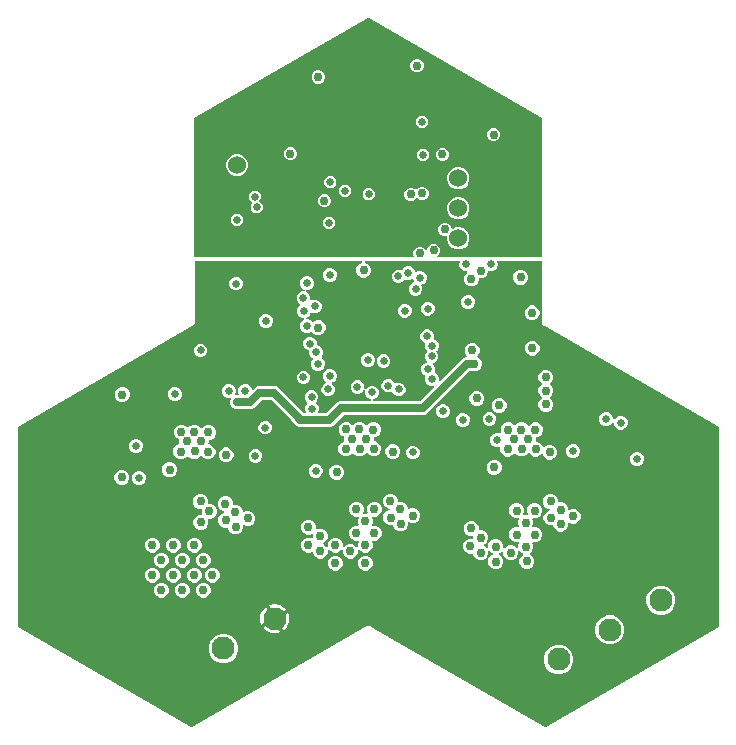
<source format=gbr>
G04 EAGLE Gerber RS-274X export*
G75*
%MOMM*%
%FSLAX34Y34*%
%LPD*%
%INCopper Layer 15*%
%IPPOS*%
%AMOC8*
5,1,8,0,0,1.08239X$1,22.5*%
G01*
%ADD10C,1.524000*%
%ADD11C,1.950000*%
%ADD12C,0.756400*%
%ADD13C,0.660400*%
%ADD14C,0.635000*%

G36*
X150058Y-83044D02*
X150058Y-83044D01*
X150114Y-83046D01*
X150179Y-83027D01*
X150246Y-83018D01*
X150318Y-82986D01*
X150350Y-82977D01*
X150367Y-82965D01*
X150399Y-82950D01*
X296597Y1455D01*
X296650Y1497D01*
X296708Y1532D01*
X296744Y1575D01*
X296788Y1610D01*
X296824Y1668D01*
X296868Y1719D01*
X296889Y1771D01*
X296918Y1819D01*
X296934Y1884D01*
X296960Y1947D01*
X296968Y2026D01*
X296976Y2058D01*
X296974Y2079D01*
X296978Y2114D01*
X296978Y170924D01*
X296967Y170990D01*
X296966Y171058D01*
X296947Y171111D01*
X296938Y171166D01*
X296907Y171226D01*
X296884Y171290D01*
X296849Y171334D01*
X296823Y171384D01*
X296774Y171430D01*
X296733Y171484D01*
X296669Y171530D01*
X296645Y171553D01*
X296626Y171562D01*
X296597Y171583D01*
X149381Y256576D01*
X149273Y256617D01*
X149167Y256660D01*
X149157Y256661D01*
X149151Y256663D01*
X149128Y256664D01*
X149000Y256678D01*
X148759Y256678D01*
X148223Y257215D01*
X148210Y257224D01*
X148200Y257236D01*
X148065Y257336D01*
X147408Y257715D01*
X147345Y257948D01*
X147298Y258053D01*
X147253Y258158D01*
X147247Y258166D01*
X147244Y258172D01*
X147229Y258188D01*
X147148Y258289D01*
X146978Y258459D01*
X146978Y259218D01*
X146975Y259234D01*
X146977Y259249D01*
X146952Y259415D01*
X146756Y260148D01*
X146876Y260357D01*
X146916Y260464D01*
X146960Y260571D01*
X146961Y260581D01*
X146963Y260587D01*
X146964Y260609D01*
X146978Y260737D01*
X146978Y310896D01*
X146975Y310916D01*
X146977Y310935D01*
X146955Y311037D01*
X146938Y311139D01*
X146929Y311156D01*
X146925Y311176D01*
X146872Y311265D01*
X146823Y311356D01*
X146809Y311370D01*
X146799Y311387D01*
X146720Y311454D01*
X146645Y311526D01*
X146627Y311534D01*
X146612Y311547D01*
X146515Y311586D01*
X146422Y311629D01*
X146402Y311631D01*
X146383Y311639D01*
X146217Y311657D01*
X110044Y311657D01*
X109998Y311650D01*
X109952Y311652D01*
X109878Y311630D01*
X109801Y311618D01*
X109760Y311596D01*
X109716Y311583D01*
X109652Y311539D01*
X109583Y311502D01*
X109552Y311469D01*
X109514Y311443D01*
X109468Y311380D01*
X109414Y311324D01*
X109395Y311282D01*
X109367Y311246D01*
X109343Y311172D01*
X109310Y311101D01*
X109305Y311055D01*
X109291Y311012D01*
X109292Y310934D01*
X109283Y310857D01*
X109293Y310812D01*
X109294Y310766D01*
X109332Y310635D01*
X109336Y310616D01*
X109338Y310612D01*
X109340Y310605D01*
X109475Y310280D01*
X109475Y307956D01*
X108585Y305808D01*
X106942Y304165D01*
X104794Y303275D01*
X102334Y303275D01*
X102314Y303272D01*
X102295Y303274D01*
X102193Y303252D01*
X102091Y303236D01*
X102074Y303226D01*
X102054Y303222D01*
X101965Y303169D01*
X101874Y303120D01*
X101860Y303106D01*
X101843Y303096D01*
X101776Y303017D01*
X101704Y302942D01*
X101696Y302924D01*
X101683Y302909D01*
X101644Y302813D01*
X101601Y302719D01*
X101599Y302699D01*
X101591Y302681D01*
X101573Y302514D01*
X101573Y302272D01*
X100610Y299948D01*
X98832Y298170D01*
X96508Y297207D01*
X94460Y297207D01*
X94440Y297204D01*
X94421Y297206D01*
X94319Y297184D01*
X94217Y297168D01*
X94200Y297158D01*
X94180Y297154D01*
X94091Y297101D01*
X94000Y297052D01*
X93986Y297038D01*
X93969Y297028D01*
X93902Y296949D01*
X93830Y296874D01*
X93822Y296856D01*
X93809Y296841D01*
X93770Y296745D01*
X93727Y296651D01*
X93725Y296631D01*
X93717Y296613D01*
X93699Y296446D01*
X93699Y295414D01*
X92736Y293090D01*
X90958Y291312D01*
X88634Y290349D01*
X86118Y290349D01*
X83794Y291312D01*
X82016Y293090D01*
X81053Y295414D01*
X81053Y297930D01*
X82016Y300254D01*
X83484Y301722D01*
X83526Y301780D01*
X83575Y301832D01*
X83597Y301879D01*
X83628Y301921D01*
X83649Y301990D01*
X83679Y302055D01*
X83685Y302107D01*
X83700Y302157D01*
X83698Y302228D01*
X83706Y302299D01*
X83695Y302350D01*
X83694Y302402D01*
X83669Y302470D01*
X83654Y302540D01*
X83627Y302585D01*
X83609Y302633D01*
X83564Y302689D01*
X83528Y302751D01*
X83488Y302785D01*
X83455Y302825D01*
X83395Y302864D01*
X83341Y302911D01*
X83292Y302930D01*
X83249Y302958D01*
X83179Y302976D01*
X83112Y303003D01*
X83041Y303011D01*
X83010Y303019D01*
X82987Y303017D01*
X82946Y303021D01*
X81896Y303021D01*
X79748Y303911D01*
X78105Y305554D01*
X77215Y307702D01*
X77215Y310026D01*
X77455Y310605D01*
X77465Y310649D01*
X77485Y310691D01*
X77493Y310768D01*
X77511Y310844D01*
X77507Y310890D01*
X77512Y310935D01*
X77495Y311012D01*
X77488Y311089D01*
X77469Y311131D01*
X77460Y311176D01*
X77420Y311243D01*
X77388Y311314D01*
X77357Y311348D01*
X77333Y311387D01*
X77274Y311438D01*
X77222Y311495D01*
X77181Y311517D01*
X77146Y311547D01*
X77074Y311576D01*
X77006Y311613D01*
X76961Y311622D01*
X76918Y311639D01*
X76782Y311654D01*
X76764Y311657D01*
X76759Y311656D01*
X76752Y311657D01*
X-2223Y311657D01*
X-2319Y311642D01*
X-2416Y311632D01*
X-2440Y311622D01*
X-2466Y311618D01*
X-2552Y311572D01*
X-2641Y311532D01*
X-2660Y311515D01*
X-2683Y311502D01*
X-2750Y311432D01*
X-2822Y311366D01*
X-2835Y311343D01*
X-2853Y311324D01*
X-2894Y311236D01*
X-2941Y311150D01*
X-2945Y311125D01*
X-2956Y311101D01*
X-2967Y311004D01*
X-2984Y310908D01*
X-2980Y310882D01*
X-2983Y310857D01*
X-2963Y310761D01*
X-2948Y310665D01*
X-2937Y310642D01*
X-2931Y310616D01*
X-2881Y310533D01*
X-2837Y310446D01*
X-2818Y310427D01*
X-2805Y310405D01*
X-2731Y310342D01*
X-2661Y310274D01*
X-2633Y310258D01*
X-2618Y310245D01*
X-2587Y310233D01*
X-2514Y310193D01*
X-426Y309328D01*
X1353Y307549D01*
X2315Y305225D01*
X2315Y302710D01*
X1353Y300386D01*
X-426Y298607D01*
X-2750Y297645D01*
X-5265Y297645D01*
X-7589Y298607D01*
X-9368Y300386D01*
X-10330Y302710D01*
X-10330Y305225D01*
X-9368Y307549D01*
X-7589Y309328D01*
X-5501Y310193D01*
X-5418Y310244D01*
X-5332Y310290D01*
X-5314Y310309D01*
X-5292Y310322D01*
X-5230Y310397D01*
X-5162Y310468D01*
X-5151Y310492D01*
X-5135Y310512D01*
X-5100Y310603D01*
X-5059Y310691D01*
X-5056Y310717D01*
X-5047Y310741D01*
X-5042Y310839D01*
X-5032Y310935D01*
X-5037Y310961D01*
X-5036Y310987D01*
X-5063Y311081D01*
X-5084Y311176D01*
X-5097Y311198D01*
X-5105Y311223D01*
X-5160Y311303D01*
X-5210Y311387D01*
X-5230Y311404D01*
X-5245Y311425D01*
X-5323Y311484D01*
X-5397Y311547D01*
X-5421Y311557D01*
X-5442Y311572D01*
X-5535Y311602D01*
X-5625Y311639D01*
X-5658Y311642D01*
X-5676Y311648D01*
X-5709Y311648D01*
X-5792Y311657D01*
X-146171Y311657D01*
X-146191Y311654D01*
X-146211Y311656D01*
X-146312Y311634D01*
X-146414Y311618D01*
X-146432Y311608D01*
X-146451Y311604D01*
X-146540Y311551D01*
X-146631Y311502D01*
X-146645Y311488D01*
X-146662Y311478D01*
X-146730Y311399D01*
X-146801Y311324D01*
X-146809Y311306D01*
X-146822Y311291D01*
X-146861Y311195D01*
X-146904Y311101D01*
X-146907Y311081D01*
X-146914Y311063D01*
X-146933Y310896D01*
X-146933Y260724D01*
X-146914Y260611D01*
X-146898Y260497D01*
X-146894Y260487D01*
X-146893Y260481D01*
X-146882Y260461D01*
X-146831Y260343D01*
X-146718Y260148D01*
X-146907Y259445D01*
X-146908Y259429D01*
X-146914Y259415D01*
X-146933Y259248D01*
X-146933Y258456D01*
X-147115Y258274D01*
X-147182Y258181D01*
X-147251Y258088D01*
X-147255Y258079D01*
X-147258Y258074D01*
X-147265Y258053D01*
X-147312Y257932D01*
X-147370Y257715D01*
X-148001Y257351D01*
X-148013Y257341D01*
X-148027Y257335D01*
X-148158Y257230D01*
X-148718Y256670D01*
X-148976Y256670D01*
X-149090Y256651D01*
X-149203Y256635D01*
X-149213Y256631D01*
X-149219Y256630D01*
X-149239Y256620D01*
X-149357Y256568D01*
X-296560Y171583D01*
X-296612Y171540D01*
X-296670Y171505D01*
X-296707Y171463D01*
X-296750Y171427D01*
X-296786Y171370D01*
X-296830Y171319D01*
X-296851Y171266D01*
X-296881Y171219D01*
X-296897Y171153D01*
X-296922Y171090D01*
X-296931Y171012D01*
X-296938Y170980D01*
X-296937Y170959D01*
X-296941Y170924D01*
X-296941Y2114D01*
X-296930Y2047D01*
X-296929Y1980D01*
X-296910Y1927D01*
X-296901Y1871D01*
X-296869Y1811D01*
X-296847Y1748D01*
X-296812Y1703D01*
X-296786Y1654D01*
X-296737Y1607D01*
X-296695Y1554D01*
X-296631Y1507D01*
X-296607Y1484D01*
X-296588Y1476D01*
X-296560Y1455D01*
X-150362Y-82950D01*
X-150299Y-82974D01*
X-150240Y-83007D01*
X-150184Y-83018D01*
X-150132Y-83037D01*
X-150064Y-83040D01*
X-149998Y-83052D01*
X-149942Y-83044D01*
X-149886Y-83046D01*
X-149821Y-83027D01*
X-149754Y-83018D01*
X-149682Y-82986D01*
X-149650Y-82977D01*
X-149633Y-82965D01*
X-149601Y-82950D01*
X-2384Y2043D01*
X-2294Y2116D01*
X-2205Y2186D01*
X-2199Y2194D01*
X-2193Y2199D01*
X-2182Y2218D01*
X-2105Y2321D01*
X-1985Y2530D01*
X-1252Y2726D01*
X-1237Y2733D01*
X-1222Y2735D01*
X-1068Y2802D01*
X-411Y3182D01*
X-178Y3120D01*
X-64Y3108D01*
X50Y3094D01*
X60Y3096D01*
X66Y3095D01*
X88Y3100D01*
X216Y3120D01*
X448Y3182D01*
X1106Y2802D01*
X1120Y2797D01*
X1133Y2787D01*
X1289Y2726D01*
X2022Y2530D01*
X2143Y2321D01*
X2216Y2232D01*
X2286Y2142D01*
X2294Y2136D01*
X2298Y2131D01*
X2318Y2119D01*
X2421Y2043D01*
X149638Y-82950D01*
X149701Y-82974D01*
X149760Y-83007D01*
X149816Y-83018D01*
X149868Y-83037D01*
X149936Y-83040D01*
X150002Y-83052D01*
X150058Y-83044D01*
G37*
G36*
X146648Y314719D02*
X146648Y314719D01*
X146700Y314720D01*
X146768Y314745D01*
X146838Y314760D01*
X146882Y314787D01*
X146931Y314805D01*
X146987Y314850D01*
X147049Y314886D01*
X147083Y314926D01*
X147123Y314958D01*
X147162Y315019D01*
X147209Y315073D01*
X147228Y315121D01*
X147256Y315165D01*
X147274Y315235D01*
X147301Y315301D01*
X147309Y315373D01*
X147317Y315404D01*
X147315Y315427D01*
X147319Y315468D01*
X147319Y431800D01*
X147308Y431866D01*
X147308Y431932D01*
X147289Y431986D01*
X147280Y432043D01*
X147248Y432102D01*
X147226Y432165D01*
X147191Y432210D01*
X147164Y432260D01*
X147116Y432306D01*
X147075Y432359D01*
X147010Y432407D01*
X146986Y432430D01*
X146968Y432438D01*
X146940Y432458D01*
X382Y517548D01*
X318Y517573D01*
X258Y517606D01*
X204Y517616D01*
X152Y517636D01*
X84Y517639D01*
X16Y517651D01*
X-39Y517643D01*
X-93Y517646D01*
X-160Y517626D01*
X-228Y517616D01*
X-298Y517586D01*
X-329Y517576D01*
X-347Y517564D01*
X-381Y517549D01*
X-147447Y432459D01*
X-147499Y432416D01*
X-147557Y432382D01*
X-147594Y432339D01*
X-147637Y432303D01*
X-147673Y432246D01*
X-147717Y432195D01*
X-147738Y432142D01*
X-147768Y432095D01*
X-147784Y432029D01*
X-147809Y431967D01*
X-147818Y431887D01*
X-147825Y431855D01*
X-147823Y431835D01*
X-147827Y431800D01*
X-147827Y316738D01*
X-147813Y316648D01*
X-147805Y316557D01*
X-147793Y316527D01*
X-147788Y316495D01*
X-147745Y316415D01*
X-147709Y316331D01*
X-147683Y316299D01*
X-147672Y316278D01*
X-147649Y316256D01*
X-147604Y316200D01*
X-146588Y315184D01*
X-146514Y315131D01*
X-146445Y315071D01*
X-146415Y315059D01*
X-146389Y315040D01*
X-146302Y315013D01*
X-146217Y314979D01*
X-146176Y314975D01*
X-146153Y314968D01*
X-146121Y314969D01*
X-146050Y314961D01*
X37845Y314961D01*
X37890Y314968D01*
X37936Y314966D01*
X38011Y314988D01*
X38087Y315001D01*
X38128Y315022D01*
X38172Y315035D01*
X38236Y315079D01*
X38305Y315116D01*
X38336Y315149D01*
X38374Y315175D01*
X38420Y315237D01*
X38474Y315294D01*
X38494Y315336D01*
X38521Y315372D01*
X38545Y315446D01*
X38578Y315517D01*
X38583Y315563D01*
X38597Y315606D01*
X38596Y315684D01*
X38605Y315761D01*
X38595Y315806D01*
X38595Y315852D01*
X38557Y315984D01*
X38553Y316002D01*
X38550Y316006D01*
X38548Y316013D01*
X38127Y317029D01*
X38127Y319241D01*
X38974Y321285D01*
X40538Y322849D01*
X42582Y323696D01*
X44794Y323696D01*
X46838Y322849D01*
X48385Y321302D01*
X48443Y321260D01*
X48495Y321211D01*
X48542Y321189D01*
X48584Y321159D01*
X48653Y321138D01*
X48718Y321107D01*
X48770Y321102D01*
X48820Y321086D01*
X48891Y321088D01*
X48962Y321080D01*
X49013Y321091D01*
X49065Y321093D01*
X49133Y321117D01*
X49203Y321133D01*
X49248Y321159D01*
X49296Y321177D01*
X49352Y321222D01*
X49414Y321259D01*
X49448Y321298D01*
X49488Y321331D01*
X49527Y321391D01*
X49574Y321446D01*
X49593Y321494D01*
X49621Y321538D01*
X49639Y321607D01*
X49666Y321674D01*
X49674Y321745D01*
X49680Y321772D01*
X50531Y323825D01*
X52095Y325389D01*
X54139Y326236D01*
X56351Y326236D01*
X58395Y325389D01*
X59959Y323825D01*
X60806Y321781D01*
X60806Y319569D01*
X59959Y317525D01*
X58694Y316260D01*
X58652Y316202D01*
X58603Y316150D01*
X58581Y316103D01*
X58551Y316061D01*
X58530Y315992D01*
X58499Y315927D01*
X58494Y315875D01*
X58478Y315825D01*
X58480Y315754D01*
X58472Y315683D01*
X58483Y315632D01*
X58485Y315580D01*
X58509Y315512D01*
X58525Y315442D01*
X58551Y315398D01*
X58569Y315349D01*
X58614Y315293D01*
X58651Y315231D01*
X58690Y315197D01*
X58723Y315157D01*
X58783Y315118D01*
X58838Y315071D01*
X58886Y315052D01*
X58930Y315024D01*
X58999Y315006D01*
X59066Y314979D01*
X59137Y314971D01*
X59168Y314963D01*
X59192Y314965D01*
X59233Y314961D01*
X145989Y314961D01*
X146020Y314930D01*
X146078Y314888D01*
X146130Y314839D01*
X146177Y314817D01*
X146219Y314786D01*
X146288Y314765D01*
X146353Y314735D01*
X146405Y314729D01*
X146455Y314714D01*
X146526Y314716D01*
X146597Y314708D01*
X146648Y314719D01*
G37*
%LPC*%
G36*
X-58541Y171322D02*
X-58541Y171322D01*
X-60642Y172192D01*
X-65298Y176848D01*
X-65778Y178009D01*
X-65813Y178065D01*
X-65839Y178125D01*
X-65891Y178190D01*
X-65908Y178218D01*
X-65923Y178231D01*
X-65943Y178256D01*
X-81647Y193959D01*
X-81721Y194012D01*
X-81790Y194072D01*
X-81820Y194084D01*
X-81846Y194103D01*
X-81933Y194130D01*
X-82018Y194164D01*
X-82059Y194168D01*
X-82081Y194175D01*
X-82114Y194174D01*
X-82185Y194182D01*
X-89519Y194182D01*
X-89609Y194168D01*
X-89700Y194160D01*
X-89730Y194148D01*
X-89762Y194143D01*
X-89843Y194100D01*
X-89926Y194064D01*
X-89959Y194038D01*
X-89979Y194027D01*
X-90001Y194004D01*
X-90057Y193959D01*
X-94869Y189147D01*
X-96584Y187432D01*
X-98685Y186562D01*
X-109632Y186562D01*
X-109696Y186552D01*
X-109762Y186551D01*
X-109842Y186528D01*
X-109875Y186523D01*
X-109892Y186513D01*
X-109923Y186504D01*
X-110090Y186435D01*
X-112414Y186435D01*
X-114562Y187325D01*
X-116205Y188968D01*
X-117095Y191116D01*
X-117095Y193440D01*
X-116539Y194781D01*
X-116529Y194825D01*
X-116510Y194867D01*
X-116501Y194944D01*
X-116483Y195020D01*
X-116488Y195066D01*
X-116483Y195111D01*
X-116499Y195188D01*
X-116506Y195265D01*
X-116525Y195307D01*
X-116535Y195352D01*
X-116575Y195419D01*
X-116606Y195490D01*
X-116637Y195524D01*
X-116661Y195563D01*
X-116720Y195614D01*
X-116773Y195671D01*
X-116813Y195693D01*
X-116848Y195723D01*
X-116920Y195752D01*
X-116988Y195789D01*
X-117033Y195798D01*
X-117076Y195815D01*
X-117212Y195830D01*
X-117230Y195833D01*
X-117235Y195832D01*
X-117243Y195833D01*
X-119272Y195833D01*
X-121420Y196723D01*
X-123063Y198366D01*
X-123953Y200514D01*
X-123953Y202838D01*
X-123063Y204986D01*
X-121420Y206629D01*
X-119272Y207519D01*
X-116948Y207519D01*
X-114800Y206629D01*
X-113157Y204986D01*
X-112267Y202838D01*
X-112267Y200514D01*
X-112823Y199173D01*
X-112833Y199129D01*
X-112852Y199087D01*
X-112861Y199010D01*
X-112879Y198934D01*
X-112874Y198888D01*
X-112879Y198843D01*
X-112863Y198766D01*
X-112856Y198689D01*
X-112837Y198647D01*
X-112827Y198602D01*
X-112787Y198535D01*
X-112756Y198464D01*
X-112725Y198430D01*
X-112701Y198391D01*
X-112642Y198340D01*
X-112589Y198283D01*
X-112549Y198261D01*
X-112514Y198231D01*
X-112442Y198202D01*
X-112374Y198165D01*
X-112329Y198156D01*
X-112286Y198139D01*
X-112150Y198124D01*
X-112132Y198121D01*
X-112127Y198122D01*
X-112119Y198121D01*
X-110236Y198121D01*
X-110191Y198128D01*
X-110145Y198126D01*
X-110070Y198148D01*
X-109993Y198160D01*
X-109953Y198182D01*
X-109909Y198195D01*
X-109845Y198239D01*
X-109776Y198276D01*
X-109744Y198309D01*
X-109707Y198335D01*
X-109660Y198397D01*
X-109606Y198454D01*
X-109587Y198496D01*
X-109560Y198532D01*
X-109536Y198606D01*
X-109503Y198677D01*
X-109498Y198723D01*
X-109484Y198766D01*
X-109484Y198844D01*
X-109476Y198921D01*
X-109486Y198966D01*
X-109486Y199012D01*
X-109524Y199144D01*
X-109528Y199162D01*
X-109531Y199166D01*
X-109533Y199173D01*
X-109983Y200260D01*
X-109983Y202584D01*
X-109093Y204732D01*
X-107450Y206375D01*
X-105302Y207265D01*
X-102978Y207265D01*
X-100830Y206375D01*
X-99187Y204732D01*
X-98529Y203143D01*
X-98505Y203104D01*
X-98489Y203061D01*
X-98440Y203000D01*
X-98399Y202934D01*
X-98364Y202905D01*
X-98335Y202869D01*
X-98270Y202827D01*
X-98210Y202777D01*
X-98167Y202761D01*
X-98128Y202736D01*
X-98053Y202717D01*
X-97980Y202689D01*
X-97934Y202687D01*
X-97890Y202676D01*
X-97812Y202682D01*
X-97734Y202679D01*
X-97690Y202691D01*
X-97644Y202695D01*
X-97573Y202725D01*
X-97498Y202747D01*
X-97460Y202773D01*
X-97418Y202791D01*
X-97311Y202877D01*
X-97296Y202887D01*
X-97293Y202891D01*
X-97287Y202896D01*
X-97155Y203029D01*
X-95440Y204744D01*
X-93339Y205614D01*
X-78365Y205614D01*
X-76264Y204744D01*
X-55606Y184086D01*
X-55249Y183224D01*
X-55187Y183123D01*
X-55128Y183024D01*
X-55123Y183020D01*
X-55120Y183015D01*
X-55029Y182940D01*
X-54941Y182864D01*
X-54935Y182862D01*
X-54930Y182858D01*
X-54822Y182816D01*
X-54713Y182772D01*
X-54705Y182771D01*
X-54701Y182770D01*
X-54682Y182769D01*
X-54546Y182754D01*
X-53585Y182754D01*
X-53540Y182761D01*
X-53494Y182759D01*
X-53419Y182781D01*
X-53342Y182793D01*
X-53302Y182815D01*
X-53258Y182828D01*
X-53194Y182872D01*
X-53125Y182909D01*
X-53093Y182942D01*
X-53055Y182968D01*
X-53009Y183030D01*
X-52955Y183087D01*
X-52936Y183129D01*
X-52909Y183165D01*
X-52885Y183239D01*
X-52852Y183310D01*
X-52847Y183356D01*
X-52833Y183399D01*
X-52833Y183477D01*
X-52825Y183554D01*
X-52834Y183599D01*
X-52835Y183645D01*
X-52873Y183776D01*
X-52877Y183795D01*
X-52880Y183799D01*
X-52882Y183806D01*
X-53595Y185528D01*
X-53595Y187852D01*
X-52705Y190000D01*
X-51727Y190978D01*
X-51716Y190994D01*
X-51700Y191006D01*
X-51644Y191094D01*
X-51584Y191177D01*
X-51578Y191196D01*
X-51567Y191213D01*
X-51542Y191314D01*
X-51511Y191413D01*
X-51512Y191432D01*
X-51507Y191452D01*
X-51515Y191555D01*
X-51518Y191658D01*
X-51524Y191677D01*
X-51526Y191697D01*
X-51566Y191792D01*
X-51602Y191889D01*
X-51615Y191905D01*
X-51622Y191923D01*
X-51727Y192054D01*
X-52959Y193286D01*
X-53849Y195434D01*
X-53849Y197758D01*
X-52959Y199906D01*
X-51316Y201549D01*
X-49168Y202439D01*
X-46844Y202439D01*
X-44696Y201549D01*
X-43053Y199906D01*
X-42163Y197758D01*
X-42163Y195434D01*
X-43053Y193286D01*
X-44031Y192308D01*
X-44042Y192292D01*
X-44058Y192280D01*
X-44114Y192192D01*
X-44174Y192109D01*
X-44180Y192090D01*
X-44191Y192073D01*
X-44216Y191972D01*
X-44247Y191873D01*
X-44246Y191854D01*
X-44251Y191834D01*
X-44243Y191731D01*
X-44240Y191628D01*
X-44234Y191609D01*
X-44232Y191589D01*
X-44194Y191499D01*
X-44189Y191479D01*
X-44181Y191465D01*
X-44156Y191397D01*
X-44143Y191381D01*
X-44136Y191363D01*
X-44073Y191284D01*
X-44063Y191268D01*
X-44053Y191259D01*
X-44031Y191232D01*
X-42799Y190000D01*
X-41909Y187852D01*
X-41909Y185528D01*
X-42622Y183806D01*
X-42633Y183762D01*
X-42652Y183720D01*
X-42661Y183643D01*
X-42679Y183567D01*
X-42674Y183521D01*
X-42679Y183476D01*
X-42663Y183399D01*
X-42655Y183322D01*
X-42637Y183280D01*
X-42627Y183235D01*
X-42587Y183168D01*
X-42555Y183097D01*
X-42524Y183063D01*
X-42501Y183024D01*
X-42442Y182973D01*
X-42389Y182916D01*
X-42349Y182894D01*
X-42314Y182864D01*
X-42242Y182835D01*
X-42174Y182798D01*
X-42128Y182789D01*
X-42086Y182772D01*
X-41950Y182757D01*
X-41932Y182754D01*
X-41927Y182755D01*
X-41919Y182754D01*
X-35957Y182754D01*
X-35867Y182768D01*
X-35776Y182776D01*
X-35746Y182788D01*
X-35714Y182793D01*
X-35633Y182836D01*
X-35550Y182872D01*
X-35517Y182898D01*
X-35497Y182909D01*
X-35475Y182932D01*
X-35419Y182977D01*
X-27813Y190583D01*
X-26098Y192298D01*
X-23997Y193168D01*
X1531Y193168D01*
X1627Y193183D01*
X1724Y193193D01*
X1748Y193203D01*
X1774Y193207D01*
X1860Y193253D01*
X1949Y193293D01*
X1968Y193310D01*
X1992Y193323D01*
X2058Y193393D01*
X2130Y193459D01*
X2143Y193482D01*
X2161Y193501D01*
X2202Y193589D01*
X2249Y193675D01*
X2254Y193700D01*
X2265Y193724D01*
X2275Y193821D01*
X2293Y193917D01*
X2289Y193943D01*
X2292Y193968D01*
X2271Y194064D01*
X2257Y194160D01*
X2245Y194183D01*
X2239Y194209D01*
X2189Y194292D01*
X2145Y194379D01*
X2127Y194398D01*
X2113Y194420D01*
X2039Y194483D01*
X1970Y194551D01*
X1941Y194567D01*
X1926Y194580D01*
X1896Y194592D01*
X1823Y194632D01*
X-158Y195453D01*
X-1802Y197096D01*
X-2691Y199244D01*
X-2691Y201716D01*
X-2707Y201812D01*
X-2716Y201909D01*
X-2727Y201933D01*
X-2731Y201958D01*
X-2777Y202044D01*
X-2816Y202133D01*
X-2834Y202153D01*
X-2846Y202176D01*
X-2917Y202243D01*
X-2983Y202314D01*
X-3005Y202327D01*
X-3024Y202345D01*
X-3113Y202386D01*
X-3198Y202433D01*
X-3224Y202438D01*
X-3247Y202449D01*
X-3344Y202459D01*
X-3440Y202477D01*
X-3466Y202473D01*
X-3492Y202476D01*
X-3587Y202455D01*
X-3684Y202441D01*
X-3707Y202429D01*
X-3732Y202424D01*
X-3816Y202374D01*
X-3903Y202329D01*
X-3921Y202311D01*
X-3943Y202297D01*
X-4007Y202223D01*
X-4075Y202154D01*
X-4091Y202125D01*
X-4103Y202110D01*
X-4116Y202080D01*
X-4156Y202007D01*
X-4191Y201922D01*
X-5834Y200279D01*
X-7982Y199389D01*
X-10306Y199389D01*
X-12454Y200279D01*
X-14097Y201922D01*
X-14987Y204070D01*
X-14987Y206394D01*
X-14097Y208542D01*
X-12454Y210185D01*
X-10306Y211075D01*
X-7982Y211075D01*
X-5834Y210185D01*
X-4191Y208542D01*
X-3301Y206394D01*
X-3301Y203922D01*
X-3299Y203909D01*
X-3300Y203899D01*
X-3289Y203848D01*
X-3286Y203826D01*
X-3276Y203729D01*
X-3266Y203705D01*
X-3262Y203680D01*
X-3216Y203594D01*
X-3176Y203505D01*
X-3159Y203485D01*
X-3146Y203462D01*
X-3076Y203395D01*
X-3010Y203324D01*
X-2987Y203311D01*
X-2968Y203293D01*
X-2880Y203252D01*
X-2794Y203205D01*
X-2769Y203200D01*
X-2745Y203189D01*
X-2648Y203179D01*
X-2552Y203161D01*
X-2526Y203165D01*
X-2501Y203162D01*
X-2405Y203183D01*
X-2309Y203197D01*
X-2286Y203209D01*
X-2260Y203214D01*
X-2176Y203264D01*
X-2090Y203309D01*
X-2071Y203327D01*
X-2049Y203341D01*
X-1986Y203415D01*
X-1918Y203484D01*
X-1902Y203513D01*
X-1889Y203528D01*
X-1877Y203558D01*
X-1837Y203631D01*
X-1802Y203716D01*
X-158Y205359D01*
X1989Y206249D01*
X4314Y206249D01*
X6461Y205359D01*
X8105Y203716D01*
X8994Y201568D01*
X8994Y199244D01*
X8105Y197096D01*
X6461Y195453D01*
X4480Y194632D01*
X4397Y194581D01*
X4311Y194535D01*
X4293Y194516D01*
X4271Y194503D01*
X4209Y194428D01*
X4142Y194357D01*
X4131Y194333D01*
X4114Y194313D01*
X4079Y194222D01*
X4038Y194134D01*
X4036Y194108D01*
X4026Y194084D01*
X4022Y193986D01*
X4011Y193890D01*
X4017Y193864D01*
X4016Y193838D01*
X4043Y193744D01*
X4064Y193649D01*
X4077Y193627D01*
X4084Y193602D01*
X4140Y193522D01*
X4190Y193438D01*
X4210Y193421D01*
X4225Y193400D01*
X4303Y193341D01*
X4377Y193278D01*
X4401Y193268D01*
X4422Y193253D01*
X4514Y193223D01*
X4605Y193186D01*
X4637Y193183D01*
X4656Y193177D01*
X4689Y193177D01*
X4772Y193168D01*
X43799Y193168D01*
X43889Y193182D01*
X43980Y193190D01*
X44010Y193202D01*
X44042Y193207D01*
X44123Y193250D01*
X44206Y193286D01*
X44239Y193312D01*
X44259Y193323D01*
X44281Y193346D01*
X44337Y193391D01*
X55640Y204694D01*
X55682Y204752D01*
X55732Y204804D01*
X55754Y204851D01*
X55784Y204893D01*
X55805Y204962D01*
X55835Y205027D01*
X55841Y205079D01*
X55856Y205129D01*
X55855Y205200D01*
X55862Y205271D01*
X55851Y205322D01*
X55850Y205374D01*
X55825Y205442D01*
X55810Y205512D01*
X55783Y205557D01*
X55766Y205605D01*
X55721Y205661D01*
X55684Y205723D01*
X55644Y205757D01*
X55612Y205797D01*
X55552Y205836D01*
X55497Y205883D01*
X55449Y205902D01*
X55405Y205930D01*
X55335Y205948D01*
X55269Y205975D01*
X55198Y205983D01*
X55166Y205991D01*
X55143Y205989D01*
X55102Y205993D01*
X52686Y205993D01*
X50538Y206883D01*
X48895Y208526D01*
X48005Y210674D01*
X48005Y212998D01*
X48350Y213831D01*
X48355Y213850D01*
X48364Y213868D01*
X48383Y213970D01*
X48406Y214070D01*
X48404Y214090D01*
X48408Y214110D01*
X48393Y214212D01*
X48383Y214315D01*
X48375Y214333D01*
X48372Y214353D01*
X48325Y214445D01*
X48283Y214540D01*
X48270Y214554D01*
X48261Y214572D01*
X48187Y214645D01*
X48117Y214721D01*
X48099Y214730D01*
X48085Y214744D01*
X47938Y214825D01*
X47490Y215011D01*
X45847Y216654D01*
X44957Y218802D01*
X44957Y221126D01*
X45847Y223274D01*
X47490Y224917D01*
X49132Y225597D01*
X49171Y225621D01*
X49214Y225637D01*
X49274Y225686D01*
X49341Y225727D01*
X49370Y225762D01*
X49406Y225791D01*
X49448Y225856D01*
X49497Y225916D01*
X49514Y225959D01*
X49539Y225998D01*
X49558Y226073D01*
X49586Y226146D01*
X49588Y226192D01*
X49599Y226236D01*
X49593Y226314D01*
X49596Y226391D01*
X49583Y226436D01*
X49580Y226481D01*
X49549Y226553D01*
X49528Y226628D01*
X49501Y226665D01*
X49483Y226708D01*
X49398Y226814D01*
X49387Y226830D01*
X49383Y226833D01*
X49379Y226839D01*
X48641Y227576D01*
X47751Y229724D01*
X47751Y232048D01*
X48641Y234196D01*
X49365Y234920D01*
X49376Y234936D01*
X49392Y234948D01*
X49448Y235036D01*
X49508Y235119D01*
X49514Y235138D01*
X49525Y235155D01*
X49550Y235256D01*
X49581Y235355D01*
X49580Y235374D01*
X49585Y235394D01*
X49577Y235497D01*
X49574Y235600D01*
X49568Y235619D01*
X49566Y235639D01*
X49526Y235734D01*
X49490Y235831D01*
X49477Y235847D01*
X49470Y235865D01*
X49365Y235996D01*
X48768Y236593D01*
X47878Y238741D01*
X47878Y241065D01*
X48089Y241574D01*
X48093Y241593D01*
X48103Y241611D01*
X48122Y241713D01*
X48145Y241813D01*
X48143Y241833D01*
X48147Y241853D01*
X48132Y241955D01*
X48122Y242058D01*
X48114Y242076D01*
X48111Y242096D01*
X48064Y242188D01*
X48022Y242283D01*
X48009Y242298D01*
X48000Y242315D01*
X47926Y242388D01*
X47856Y242464D01*
X47838Y242474D01*
X47824Y242488D01*
X47677Y242568D01*
X46736Y242958D01*
X45092Y244602D01*
X44203Y246749D01*
X44203Y249074D01*
X45092Y251221D01*
X46736Y252865D01*
X48883Y253754D01*
X51208Y253754D01*
X53355Y252865D01*
X54999Y251221D01*
X55888Y249074D01*
X55888Y246749D01*
X55678Y246241D01*
X55673Y246221D01*
X55663Y246204D01*
X55645Y246102D01*
X55621Y246001D01*
X55623Y245981D01*
X55620Y245962D01*
X55635Y245859D01*
X55644Y245756D01*
X55653Y245738D01*
X55655Y245718D01*
X55702Y245626D01*
X55744Y245532D01*
X55758Y245517D01*
X55767Y245499D01*
X55841Y245427D01*
X55911Y245351D01*
X55928Y245341D01*
X55943Y245327D01*
X56090Y245246D01*
X57031Y244856D01*
X58674Y243213D01*
X59564Y241065D01*
X59564Y238741D01*
X58674Y236593D01*
X57950Y235869D01*
X57939Y235853D01*
X57923Y235841D01*
X57867Y235753D01*
X57807Y235670D01*
X57801Y235651D01*
X57790Y235634D01*
X57765Y235533D01*
X57734Y235434D01*
X57735Y235415D01*
X57730Y235395D01*
X57738Y235292D01*
X57741Y235189D01*
X57747Y235170D01*
X57749Y235150D01*
X57789Y235055D01*
X57825Y234958D01*
X57838Y234942D01*
X57845Y234924D01*
X57950Y234793D01*
X58547Y234196D01*
X59437Y232048D01*
X59437Y229724D01*
X58547Y227576D01*
X56904Y225933D01*
X55262Y225253D01*
X55223Y225229D01*
X55180Y225213D01*
X55120Y225164D01*
X55053Y225123D01*
X55024Y225088D01*
X54988Y225059D01*
X54946Y224994D01*
X54897Y224934D01*
X54880Y224891D01*
X54855Y224852D01*
X54836Y224777D01*
X54808Y224704D01*
X54806Y224658D01*
X54795Y224614D01*
X54801Y224536D01*
X54798Y224459D01*
X54811Y224414D01*
X54814Y224369D01*
X54845Y224297D01*
X54866Y224222D01*
X54893Y224185D01*
X54911Y224142D01*
X54996Y224036D01*
X55007Y224020D01*
X55011Y224017D01*
X55015Y224011D01*
X55753Y223274D01*
X56643Y221126D01*
X56643Y218802D01*
X56298Y217969D01*
X56293Y217950D01*
X56284Y217932D01*
X56265Y217830D01*
X56242Y217730D01*
X56244Y217710D01*
X56240Y217690D01*
X56255Y217588D01*
X56265Y217485D01*
X56273Y217467D01*
X56276Y217447D01*
X56323Y217355D01*
X56365Y217260D01*
X56378Y217246D01*
X56387Y217228D01*
X56461Y217155D01*
X56531Y217079D01*
X56549Y217070D01*
X56563Y217056D01*
X56710Y216975D01*
X57158Y216789D01*
X58801Y215146D01*
X59691Y212998D01*
X59691Y210582D01*
X59702Y210511D01*
X59704Y210439D01*
X59722Y210390D01*
X59730Y210339D01*
X59764Y210276D01*
X59789Y210208D01*
X59821Y210168D01*
X59846Y210122D01*
X59897Y210072D01*
X59942Y210016D01*
X59986Y209988D01*
X60024Y209952D01*
X60089Y209922D01*
X60149Y209883D01*
X60200Y209871D01*
X60247Y209849D01*
X60318Y209841D01*
X60388Y209823D01*
X60440Y209827D01*
X60491Y209822D01*
X60562Y209837D01*
X60633Y209842D01*
X60681Y209863D01*
X60732Y209874D01*
X60793Y209911D01*
X60859Y209939D01*
X60915Y209983D01*
X60943Y210000D01*
X60958Y210018D01*
X60990Y210044D01*
X78613Y227667D01*
X80328Y229382D01*
X82429Y230252D01*
X82819Y230252D01*
X82889Y230263D01*
X82961Y230265D01*
X83010Y230283D01*
X83062Y230291D01*
X83125Y230325D01*
X83192Y230350D01*
X83233Y230382D01*
X83279Y230407D01*
X83328Y230459D01*
X83384Y230503D01*
X83412Y230547D01*
X83448Y230585D01*
X83478Y230650D01*
X83517Y230710D01*
X83530Y230761D01*
X83552Y230808D01*
X83560Y230879D01*
X83577Y230949D01*
X83573Y231001D01*
X83579Y231052D01*
X83564Y231123D01*
X83558Y231194D01*
X83538Y231242D01*
X83527Y231293D01*
X83490Y231354D01*
X83462Y231420D01*
X83417Y231476D01*
X83401Y231504D01*
X83383Y231519D01*
X83357Y231551D01*
X82524Y232384D01*
X81561Y234708D01*
X81561Y237224D01*
X82524Y239548D01*
X84302Y241326D01*
X86626Y242289D01*
X89142Y242289D01*
X91466Y241326D01*
X93244Y239548D01*
X94207Y237224D01*
X94207Y234708D01*
X93244Y232384D01*
X92364Y231505D01*
X92338Y231467D01*
X92304Y231436D01*
X92266Y231368D01*
X92221Y231305D01*
X92207Y231261D01*
X92185Y231221D01*
X92171Y231144D01*
X92149Y231070D01*
X92150Y231024D01*
X92142Y230979D01*
X92153Y230902D01*
X92155Y230824D01*
X92171Y230781D01*
X92177Y230736D01*
X92213Y230666D01*
X92239Y230593D01*
X92268Y230557D01*
X92289Y230516D01*
X92344Y230462D01*
X92393Y230401D01*
X92432Y230376D01*
X92464Y230344D01*
X92584Y230278D01*
X92600Y230268D01*
X92605Y230267D01*
X92611Y230263D01*
X93498Y229896D01*
X95276Y228118D01*
X96239Y225794D01*
X96239Y223278D01*
X95276Y220954D01*
X93498Y219176D01*
X91174Y218213D01*
X88658Y218213D01*
X87333Y218762D01*
X87269Y218777D01*
X87208Y218802D01*
X87125Y218811D01*
X87093Y218818D01*
X87074Y218817D01*
X87041Y218820D01*
X86249Y218820D01*
X86159Y218806D01*
X86068Y218798D01*
X86038Y218786D01*
X86006Y218781D01*
X85925Y218738D01*
X85842Y218702D01*
X85809Y218676D01*
X85789Y218665D01*
X85767Y218642D01*
X85711Y218597D01*
X49720Y182606D01*
X47619Y181736D01*
X-20177Y181736D01*
X-20267Y181722D01*
X-20358Y181714D01*
X-20388Y181702D01*
X-20420Y181697D01*
X-20501Y181654D01*
X-20584Y181618D01*
X-20617Y181592D01*
X-20637Y181581D01*
X-20659Y181558D01*
X-20715Y181513D01*
X-30036Y172192D01*
X-32137Y171322D01*
X-58541Y171322D01*
G37*
%LPD*%
%LPC*%
G36*
X106692Y50827D02*
X106692Y50827D01*
X104368Y51790D01*
X102590Y53568D01*
X101627Y55892D01*
X101627Y58408D01*
X102590Y60732D01*
X104368Y62510D01*
X105060Y62797D01*
X105121Y62834D01*
X105187Y62864D01*
X105225Y62899D01*
X105269Y62926D01*
X105315Y62982D01*
X105368Y63030D01*
X105393Y63076D01*
X105426Y63116D01*
X105452Y63183D01*
X105486Y63246D01*
X105496Y63297D01*
X105514Y63345D01*
X105517Y63417D01*
X105530Y63488D01*
X105523Y63539D01*
X105525Y63591D01*
X105505Y63660D01*
X105494Y63731D01*
X105471Y63777D01*
X105456Y63827D01*
X105415Y63886D01*
X105383Y63950D01*
X105346Y63987D01*
X105316Y64029D01*
X105258Y64072D01*
X105207Y64122D01*
X105144Y64157D01*
X105119Y64176D01*
X105096Y64184D01*
X105060Y64203D01*
X104368Y64490D01*
X102872Y65986D01*
X102814Y66028D01*
X102762Y66077D01*
X102715Y66099D01*
X102673Y66130D01*
X102604Y66151D01*
X102539Y66181D01*
X102487Y66187D01*
X102437Y66202D01*
X102366Y66200D01*
X102295Y66208D01*
X102244Y66197D01*
X102192Y66196D01*
X102124Y66171D01*
X102054Y66156D01*
X102009Y66129D01*
X101961Y66111D01*
X101905Y66066D01*
X101843Y66030D01*
X101809Y65990D01*
X101769Y65957D01*
X101730Y65897D01*
X101683Y65843D01*
X101664Y65794D01*
X101636Y65751D01*
X101618Y65681D01*
X101591Y65614D01*
X101583Y65543D01*
X101575Y65512D01*
X101577Y65489D01*
X101573Y65448D01*
X101573Y63512D01*
X100610Y61188D01*
X98832Y59410D01*
X96508Y58447D01*
X93992Y58447D01*
X91668Y59410D01*
X89890Y61188D01*
X88922Y63526D01*
X88922Y63530D01*
X88900Y63605D01*
X88888Y63681D01*
X88866Y63722D01*
X88853Y63766D01*
X88809Y63830D01*
X88772Y63899D01*
X88739Y63930D01*
X88713Y63968D01*
X88651Y64014D01*
X88594Y64068D01*
X88552Y64087D01*
X88516Y64115D01*
X88442Y64139D01*
X88371Y64172D01*
X88325Y64177D01*
X88282Y64191D01*
X88204Y64190D01*
X88127Y64199D01*
X88082Y64189D01*
X88036Y64188D01*
X87904Y64150D01*
X87886Y64146D01*
X87882Y64144D01*
X87875Y64142D01*
X87618Y64035D01*
X85102Y64035D01*
X82778Y64998D01*
X81000Y66776D01*
X80037Y69100D01*
X80037Y71616D01*
X81000Y73940D01*
X82778Y75718D01*
X85102Y76681D01*
X87618Y76681D01*
X87875Y76574D01*
X87919Y76564D01*
X87961Y76544D01*
X88038Y76536D01*
X88114Y76518D01*
X88160Y76522D01*
X88205Y76517D01*
X88282Y76534D01*
X88359Y76541D01*
X88401Y76560D01*
X88446Y76570D01*
X88513Y76610D01*
X88584Y76641D01*
X88618Y76672D01*
X88657Y76696D01*
X88708Y76755D01*
X88765Y76808D01*
X88787Y76848D01*
X88817Y76883D01*
X88846Y76955D01*
X88883Y77023D01*
X88892Y77068D01*
X88909Y77111D01*
X88924Y77247D01*
X88927Y77265D01*
X88926Y77270D01*
X88927Y77278D01*
X88927Y78260D01*
X88924Y78280D01*
X88926Y78299D01*
X88904Y78401D01*
X88888Y78503D01*
X88878Y78520D01*
X88874Y78540D01*
X88821Y78629D01*
X88772Y78720D01*
X88758Y78734D01*
X88748Y78751D01*
X88669Y78818D01*
X88594Y78890D01*
X88576Y78898D01*
X88561Y78911D01*
X88465Y78950D01*
X88371Y78993D01*
X88351Y78995D01*
X88333Y79003D01*
X88166Y79021D01*
X85864Y79021D01*
X83540Y79984D01*
X81762Y81762D01*
X80799Y84086D01*
X80799Y86602D01*
X81762Y88926D01*
X83540Y90704D01*
X85864Y91667D01*
X88380Y91667D01*
X90704Y90704D01*
X92482Y88926D01*
X93445Y86602D01*
X93445Y84554D01*
X93448Y84534D01*
X93446Y84515D01*
X93468Y84413D01*
X93484Y84311D01*
X93494Y84294D01*
X93498Y84274D01*
X93551Y84185D01*
X93600Y84094D01*
X93614Y84080D01*
X93624Y84063D01*
X93703Y83996D01*
X93778Y83924D01*
X93796Y83916D01*
X93811Y83903D01*
X93907Y83864D01*
X94001Y83821D01*
X94021Y83819D01*
X94039Y83811D01*
X94206Y83793D01*
X96508Y83793D01*
X98832Y82830D01*
X100610Y81052D01*
X101573Y78728D01*
X101573Y76212D01*
X100610Y73888D01*
X98832Y72110D01*
X98140Y71823D01*
X98079Y71786D01*
X98013Y71756D01*
X97975Y71721D01*
X97931Y71694D01*
X97885Y71638D01*
X97832Y71590D01*
X97807Y71544D01*
X97774Y71504D01*
X97748Y71437D01*
X97714Y71374D01*
X97704Y71323D01*
X97686Y71275D01*
X97683Y71203D01*
X97670Y71132D01*
X97677Y71081D01*
X97675Y71029D01*
X97695Y70960D01*
X97706Y70889D01*
X97729Y70843D01*
X97744Y70793D01*
X97785Y70734D01*
X97817Y70670D01*
X97854Y70633D01*
X97884Y70591D01*
X97941Y70548D01*
X97993Y70498D01*
X98056Y70463D01*
X98081Y70444D01*
X98104Y70437D01*
X98140Y70417D01*
X98832Y70130D01*
X100328Y68634D01*
X100386Y68592D01*
X100438Y68543D01*
X100485Y68521D01*
X100527Y68490D01*
X100596Y68469D01*
X100661Y68439D01*
X100713Y68433D01*
X100763Y68418D01*
X100834Y68420D01*
X100905Y68412D01*
X100956Y68423D01*
X101008Y68424D01*
X101076Y68449D01*
X101146Y68464D01*
X101191Y68491D01*
X101239Y68509D01*
X101295Y68554D01*
X101357Y68590D01*
X101391Y68630D01*
X101431Y68663D01*
X101470Y68723D01*
X101517Y68777D01*
X101536Y68826D01*
X101564Y68869D01*
X101582Y68939D01*
X101609Y69006D01*
X101617Y69077D01*
X101625Y69108D01*
X101623Y69131D01*
X101627Y69172D01*
X101627Y71108D01*
X102590Y73432D01*
X104368Y75210D01*
X106692Y76173D01*
X109208Y76173D01*
X111532Y75210D01*
X113310Y73432D01*
X114273Y71108D01*
X114273Y69172D01*
X114274Y69163D01*
X114274Y69158D01*
X114279Y69134D01*
X114284Y69102D01*
X114286Y69030D01*
X114304Y68981D01*
X114312Y68929D01*
X114346Y68866D01*
X114371Y68799D01*
X114403Y68758D01*
X114428Y68712D01*
X114480Y68663D01*
X114524Y68607D01*
X114568Y68579D01*
X114606Y68543D01*
X114671Y68513D01*
X114731Y68474D01*
X114782Y68461D01*
X114829Y68439D01*
X114900Y68431D01*
X114970Y68414D01*
X115022Y68418D01*
X115073Y68412D01*
X115144Y68427D01*
X115215Y68433D01*
X115263Y68453D01*
X115314Y68464D01*
X115375Y68501D01*
X115441Y68529D01*
X115497Y68574D01*
X115525Y68590D01*
X115540Y68608D01*
X115572Y68634D01*
X117068Y70130D01*
X119392Y71093D01*
X121908Y71093D01*
X124232Y70130D01*
X125728Y68634D01*
X125786Y68592D01*
X125838Y68543D01*
X125885Y68521D01*
X125927Y68490D01*
X125996Y68469D01*
X126061Y68439D01*
X126113Y68433D01*
X126163Y68418D01*
X126234Y68420D01*
X126305Y68412D01*
X126356Y68423D01*
X126408Y68424D01*
X126476Y68449D01*
X126546Y68464D01*
X126591Y68491D01*
X126639Y68509D01*
X126695Y68554D01*
X126757Y68590D01*
X126791Y68630D01*
X126831Y68663D01*
X126870Y68723D01*
X126917Y68777D01*
X126936Y68826D01*
X126964Y68869D01*
X126982Y68939D01*
X127009Y69006D01*
X127017Y69077D01*
X127025Y69108D01*
X127023Y69131D01*
X127027Y69172D01*
X127027Y71108D01*
X127660Y72635D01*
X127670Y72679D01*
X127690Y72721D01*
X127698Y72798D01*
X127716Y72874D01*
X127712Y72920D01*
X127717Y72965D01*
X127700Y73042D01*
X127693Y73119D01*
X127674Y73161D01*
X127664Y73206D01*
X127624Y73273D01*
X127593Y73344D01*
X127562Y73378D01*
X127538Y73417D01*
X127479Y73468D01*
X127426Y73525D01*
X127386Y73547D01*
X127351Y73577D01*
X127279Y73606D01*
X127211Y73643D01*
X127166Y73652D01*
X127123Y73669D01*
X126987Y73684D01*
X126969Y73687D01*
X126964Y73686D01*
X126956Y73687D01*
X124472Y73687D01*
X122148Y74650D01*
X120370Y76428D01*
X119407Y78752D01*
X119407Y81268D01*
X120370Y83592D01*
X122148Y85370D01*
X124472Y86333D01*
X126956Y86333D01*
X127002Y86340D01*
X127048Y86338D01*
X127123Y86360D01*
X127199Y86372D01*
X127240Y86394D01*
X127284Y86407D01*
X127348Y86451D01*
X127417Y86488D01*
X127448Y86521D01*
X127486Y86547D01*
X127532Y86610D01*
X127586Y86666D01*
X127605Y86708D01*
X127633Y86744D01*
X127657Y86818D01*
X127690Y86889D01*
X127695Y86935D01*
X127709Y86978D01*
X127708Y87056D01*
X127717Y87133D01*
X127707Y87178D01*
X127707Y87224D01*
X127668Y87356D01*
X127664Y87374D01*
X127662Y87378D01*
X127660Y87385D01*
X127027Y88912D01*
X127027Y91428D01*
X127660Y92955D01*
X127670Y92999D01*
X127690Y93041D01*
X127698Y93118D01*
X127716Y93194D01*
X127712Y93240D01*
X127717Y93285D01*
X127700Y93362D01*
X127693Y93439D01*
X127674Y93481D01*
X127664Y93526D01*
X127624Y93593D01*
X127593Y93664D01*
X127562Y93698D01*
X127538Y93737D01*
X127479Y93788D01*
X127426Y93845D01*
X127386Y93867D01*
X127351Y93897D01*
X127279Y93926D01*
X127211Y93963D01*
X127166Y93972D01*
X127123Y93989D01*
X126987Y94004D01*
X126969Y94007D01*
X126964Y94006D01*
X126956Y94007D01*
X124472Y94007D01*
X122148Y94970D01*
X120370Y96748D01*
X119407Y99072D01*
X119407Y101588D01*
X120370Y103912D01*
X122148Y105690D01*
X124472Y106653D01*
X126988Y106653D01*
X129312Y105690D01*
X131090Y103912D01*
X132053Y101588D01*
X132053Y99072D01*
X131420Y97545D01*
X131410Y97501D01*
X131390Y97459D01*
X131382Y97382D01*
X131364Y97306D01*
X131368Y97260D01*
X131363Y97215D01*
X131380Y97138D01*
X131387Y97061D01*
X131406Y97019D01*
X131416Y96974D01*
X131456Y96907D01*
X131487Y96836D01*
X131518Y96802D01*
X131542Y96763D01*
X131601Y96712D01*
X131654Y96655D01*
X131694Y96633D01*
X131729Y96603D01*
X131801Y96574D01*
X131869Y96537D01*
X131914Y96528D01*
X131957Y96511D01*
X132093Y96496D01*
X132111Y96493D01*
X132116Y96494D01*
X132124Y96493D01*
X134576Y96493D01*
X134622Y96500D01*
X134668Y96498D01*
X134743Y96520D01*
X134819Y96532D01*
X134860Y96554D01*
X134904Y96567D01*
X134968Y96611D01*
X135037Y96648D01*
X135068Y96681D01*
X135106Y96707D01*
X135152Y96770D01*
X135206Y96826D01*
X135225Y96868D01*
X135253Y96904D01*
X135277Y96978D01*
X135310Y97049D01*
X135315Y97095D01*
X135329Y97138D01*
X135328Y97216D01*
X135337Y97293D01*
X135327Y97338D01*
X135327Y97384D01*
X135288Y97516D01*
X135284Y97534D01*
X135282Y97538D01*
X135280Y97545D01*
X134647Y99072D01*
X134647Y101588D01*
X135610Y103912D01*
X137388Y105690D01*
X139712Y106653D01*
X142228Y106653D01*
X144552Y105690D01*
X146330Y103912D01*
X147293Y101588D01*
X147293Y99072D01*
X146330Y96748D01*
X144552Y94970D01*
X142228Y94007D01*
X139744Y94007D01*
X139698Y94000D01*
X139652Y94002D01*
X139577Y93980D01*
X139501Y93968D01*
X139460Y93946D01*
X139416Y93933D01*
X139352Y93889D01*
X139283Y93852D01*
X139252Y93819D01*
X139214Y93793D01*
X139168Y93730D01*
X139114Y93674D01*
X139095Y93632D01*
X139067Y93596D01*
X139043Y93522D01*
X139010Y93451D01*
X139005Y93405D01*
X138991Y93362D01*
X138992Y93284D01*
X138983Y93207D01*
X138993Y93162D01*
X138993Y93116D01*
X139032Y92984D01*
X139036Y92966D01*
X139038Y92962D01*
X139040Y92955D01*
X139673Y91428D01*
X139673Y88912D01*
X139040Y87385D01*
X139030Y87341D01*
X139010Y87299D01*
X139002Y87222D01*
X138984Y87146D01*
X138988Y87100D01*
X138983Y87055D01*
X139000Y86978D01*
X139007Y86901D01*
X139026Y86859D01*
X139036Y86814D01*
X139076Y86747D01*
X139107Y86676D01*
X139138Y86642D01*
X139162Y86603D01*
X139221Y86552D01*
X139274Y86495D01*
X139314Y86473D01*
X139349Y86443D01*
X139421Y86414D01*
X139489Y86377D01*
X139534Y86368D01*
X139577Y86351D01*
X139713Y86336D01*
X139731Y86333D01*
X139736Y86334D01*
X139744Y86333D01*
X142228Y86333D01*
X144552Y85370D01*
X146330Y83592D01*
X147293Y81268D01*
X147293Y78752D01*
X146330Y76428D01*
X144552Y74650D01*
X142228Y73687D01*
X139744Y73687D01*
X139698Y73680D01*
X139652Y73682D01*
X139577Y73660D01*
X139501Y73648D01*
X139460Y73626D01*
X139416Y73613D01*
X139352Y73569D01*
X139283Y73532D01*
X139252Y73499D01*
X139214Y73473D01*
X139168Y73410D01*
X139114Y73354D01*
X139095Y73312D01*
X139067Y73276D01*
X139043Y73202D01*
X139010Y73131D01*
X139005Y73085D01*
X138991Y73042D01*
X138992Y72964D01*
X138983Y72887D01*
X138993Y72842D01*
X138993Y72796D01*
X139032Y72664D01*
X139036Y72646D01*
X139038Y72642D01*
X139040Y72635D01*
X139673Y71108D01*
X139673Y68592D01*
X138710Y66268D01*
X136865Y64424D01*
X136846Y64412D01*
X136800Y64356D01*
X136747Y64307D01*
X136722Y64262D01*
X136689Y64222D01*
X136663Y64155D01*
X136628Y64092D01*
X136619Y64041D01*
X136600Y63993D01*
X136597Y63921D01*
X136585Y63850D01*
X136592Y63799D01*
X136590Y63747D01*
X136610Y63678D01*
X136620Y63606D01*
X136644Y63560D01*
X136658Y63511D01*
X136699Y63451D01*
X136732Y63387D01*
X136769Y63351D01*
X136798Y63308D01*
X136856Y63265D01*
X136907Y63215D01*
X136970Y63181D01*
X136995Y63162D01*
X137018Y63154D01*
X137054Y63134D01*
X137948Y62764D01*
X139726Y60986D01*
X140689Y58662D01*
X140689Y56146D01*
X139726Y53822D01*
X137948Y52044D01*
X135624Y51081D01*
X133108Y51081D01*
X130784Y52044D01*
X129006Y53822D01*
X128043Y56146D01*
X128043Y58662D01*
X129006Y60986D01*
X130851Y62830D01*
X130870Y62842D01*
X130916Y62898D01*
X130969Y62947D01*
X130994Y62992D01*
X131027Y63032D01*
X131053Y63099D01*
X131088Y63162D01*
X131097Y63213D01*
X131116Y63261D01*
X131119Y63333D01*
X131131Y63404D01*
X131124Y63455D01*
X131126Y63507D01*
X131106Y63576D01*
X131096Y63648D01*
X131072Y63694D01*
X131058Y63743D01*
X131017Y63803D01*
X130984Y63867D01*
X130947Y63903D01*
X130918Y63946D01*
X130860Y63989D01*
X130809Y64039D01*
X130746Y64073D01*
X130721Y64092D01*
X130698Y64100D01*
X130662Y64120D01*
X129768Y64490D01*
X128272Y65986D01*
X128214Y66028D01*
X128162Y66077D01*
X128115Y66099D01*
X128073Y66130D01*
X128004Y66151D01*
X127939Y66181D01*
X127887Y66187D01*
X127837Y66202D01*
X127766Y66200D01*
X127695Y66208D01*
X127644Y66197D01*
X127592Y66196D01*
X127524Y66171D01*
X127454Y66156D01*
X127409Y66129D01*
X127361Y66111D01*
X127305Y66066D01*
X127243Y66030D01*
X127209Y65990D01*
X127169Y65957D01*
X127130Y65897D01*
X127083Y65843D01*
X127064Y65794D01*
X127036Y65751D01*
X127018Y65681D01*
X126991Y65614D01*
X126983Y65543D01*
X126975Y65512D01*
X126977Y65489D01*
X126973Y65448D01*
X126973Y63512D01*
X126010Y61188D01*
X124232Y59410D01*
X121908Y58447D01*
X119392Y58447D01*
X117068Y59410D01*
X115290Y61188D01*
X114327Y63512D01*
X114327Y65448D01*
X114316Y65518D01*
X114314Y65590D01*
X114296Y65639D01*
X114288Y65691D01*
X114254Y65754D01*
X114229Y65821D01*
X114197Y65862D01*
X114172Y65908D01*
X114120Y65957D01*
X114076Y66013D01*
X114032Y66041D01*
X113994Y66077D01*
X113929Y66107D01*
X113869Y66146D01*
X113818Y66159D01*
X113771Y66181D01*
X113700Y66189D01*
X113630Y66206D01*
X113578Y66202D01*
X113527Y66208D01*
X113456Y66193D01*
X113385Y66187D01*
X113337Y66167D01*
X113286Y66156D01*
X113225Y66119D01*
X113159Y66091D01*
X113103Y66046D01*
X113075Y66030D01*
X113060Y66012D01*
X113028Y65986D01*
X111532Y64490D01*
X110840Y64203D01*
X110779Y64166D01*
X110713Y64136D01*
X110675Y64101D01*
X110631Y64074D01*
X110585Y64018D01*
X110532Y63970D01*
X110507Y63924D01*
X110474Y63884D01*
X110448Y63817D01*
X110414Y63754D01*
X110404Y63703D01*
X110386Y63655D01*
X110383Y63583D01*
X110370Y63512D01*
X110377Y63461D01*
X110375Y63409D01*
X110395Y63340D01*
X110406Y63269D01*
X110429Y63223D01*
X110444Y63173D01*
X110485Y63114D01*
X110517Y63050D01*
X110554Y63013D01*
X110584Y62971D01*
X110641Y62928D01*
X110693Y62878D01*
X110756Y62843D01*
X110781Y62824D01*
X110804Y62817D01*
X110840Y62797D01*
X111532Y62510D01*
X113310Y60732D01*
X114273Y58408D01*
X114273Y55892D01*
X113310Y53568D01*
X111532Y51790D01*
X109208Y50827D01*
X106692Y50827D01*
G37*
%LPD*%
%LPC*%
G36*
X-41898Y59717D02*
X-41898Y59717D01*
X-44222Y60680D01*
X-46000Y62458D01*
X-46969Y64798D01*
X-46968Y64818D01*
X-46990Y64893D01*
X-47002Y64969D01*
X-47024Y65010D01*
X-47037Y65054D01*
X-47081Y65118D01*
X-47118Y65187D01*
X-47151Y65218D01*
X-47177Y65256D01*
X-47240Y65302D01*
X-47296Y65356D01*
X-47338Y65375D01*
X-47374Y65403D01*
X-47448Y65427D01*
X-47519Y65460D01*
X-47565Y65465D01*
X-47608Y65479D01*
X-47686Y65478D01*
X-47763Y65487D01*
X-47808Y65477D01*
X-47854Y65477D01*
X-47986Y65438D01*
X-48004Y65434D01*
X-48008Y65432D01*
X-48015Y65430D01*
X-49542Y64797D01*
X-52058Y64797D01*
X-54382Y65760D01*
X-56160Y67538D01*
X-57123Y69862D01*
X-57123Y72378D01*
X-56160Y74702D01*
X-54382Y76480D01*
X-52058Y77443D01*
X-49542Y77443D01*
X-48015Y76810D01*
X-47971Y76800D01*
X-47929Y76780D01*
X-47852Y76772D01*
X-47776Y76754D01*
X-47730Y76758D01*
X-47685Y76753D01*
X-47608Y76770D01*
X-47531Y76777D01*
X-47489Y76796D01*
X-47444Y76806D01*
X-47377Y76846D01*
X-47306Y76877D01*
X-47272Y76908D01*
X-47233Y76932D01*
X-47182Y76991D01*
X-47125Y77044D01*
X-47103Y77084D01*
X-47073Y77119D01*
X-47044Y77191D01*
X-47007Y77259D01*
X-46998Y77304D01*
X-46981Y77347D01*
X-46966Y77483D01*
X-46963Y77501D01*
X-46964Y77506D01*
X-46963Y77514D01*
X-46963Y79966D01*
X-46970Y80012D01*
X-46968Y80058D01*
X-46990Y80133D01*
X-47002Y80209D01*
X-47024Y80250D01*
X-47037Y80294D01*
X-47081Y80358D01*
X-47118Y80427D01*
X-47151Y80458D01*
X-47177Y80496D01*
X-47240Y80542D01*
X-47296Y80596D01*
X-47338Y80615D01*
X-47374Y80643D01*
X-47448Y80667D01*
X-47519Y80700D01*
X-47565Y80705D01*
X-47608Y80719D01*
X-47686Y80718D01*
X-47763Y80727D01*
X-47808Y80717D01*
X-47854Y80717D01*
X-47986Y80678D01*
X-48004Y80674D01*
X-48008Y80672D01*
X-48015Y80670D01*
X-49542Y80037D01*
X-52058Y80037D01*
X-54382Y81000D01*
X-56160Y82778D01*
X-57123Y85102D01*
X-57123Y87618D01*
X-56160Y89942D01*
X-54382Y91720D01*
X-52058Y92683D01*
X-49542Y92683D01*
X-47218Y91720D01*
X-45440Y89942D01*
X-44477Y87618D01*
X-44477Y85134D01*
X-44470Y85088D01*
X-44472Y85042D01*
X-44450Y84967D01*
X-44438Y84891D01*
X-44416Y84850D01*
X-44403Y84806D01*
X-44359Y84742D01*
X-44322Y84673D01*
X-44289Y84642D01*
X-44263Y84604D01*
X-44200Y84558D01*
X-44144Y84504D01*
X-44102Y84485D01*
X-44066Y84457D01*
X-43992Y84433D01*
X-43921Y84400D01*
X-43875Y84395D01*
X-43832Y84381D01*
X-43754Y84382D01*
X-43677Y84373D01*
X-43632Y84383D01*
X-43586Y84383D01*
X-43454Y84422D01*
X-43436Y84426D01*
X-43432Y84428D01*
X-43425Y84430D01*
X-41898Y85063D01*
X-39382Y85063D01*
X-37058Y84100D01*
X-35280Y82322D01*
X-34317Y79998D01*
X-34317Y77482D01*
X-35280Y75158D01*
X-37058Y73380D01*
X-37750Y73093D01*
X-37811Y73056D01*
X-37877Y73026D01*
X-37915Y72991D01*
X-37959Y72964D01*
X-38005Y72909D01*
X-38058Y72860D01*
X-38083Y72814D01*
X-38116Y72774D01*
X-38142Y72707D01*
X-38176Y72644D01*
X-38186Y72593D01*
X-38204Y72545D01*
X-38207Y72473D01*
X-38220Y72402D01*
X-38213Y72351D01*
X-38215Y72299D01*
X-38195Y72230D01*
X-38184Y72159D01*
X-38161Y72113D01*
X-38146Y72063D01*
X-38105Y72004D01*
X-38073Y71940D01*
X-38036Y71903D01*
X-38006Y71861D01*
X-37948Y71818D01*
X-37897Y71768D01*
X-37834Y71733D01*
X-37809Y71714D01*
X-37786Y71707D01*
X-37750Y71687D01*
X-37058Y71400D01*
X-35562Y69904D01*
X-35504Y69862D01*
X-35452Y69813D01*
X-35405Y69791D01*
X-35363Y69760D01*
X-35294Y69739D01*
X-35229Y69709D01*
X-35177Y69703D01*
X-35127Y69688D01*
X-35056Y69690D01*
X-34985Y69682D01*
X-34934Y69693D01*
X-34882Y69694D01*
X-34814Y69719D01*
X-34744Y69734D01*
X-34699Y69761D01*
X-34651Y69779D01*
X-34595Y69824D01*
X-34533Y69860D01*
X-34499Y69900D01*
X-34459Y69933D01*
X-34420Y69993D01*
X-34373Y70047D01*
X-34354Y70096D01*
X-34326Y70139D01*
X-34308Y70209D01*
X-34281Y70276D01*
X-34273Y70347D01*
X-34265Y70378D01*
X-34267Y70401D01*
X-34263Y70442D01*
X-34263Y72378D01*
X-33300Y74702D01*
X-31522Y76480D01*
X-29198Y77443D01*
X-26682Y77443D01*
X-24358Y76480D01*
X-22580Y74702D01*
X-21617Y72378D01*
X-21617Y70442D01*
X-21606Y70372D01*
X-21604Y70300D01*
X-21586Y70251D01*
X-21578Y70199D01*
X-21544Y70136D01*
X-21519Y70069D01*
X-21487Y70028D01*
X-21462Y69982D01*
X-21410Y69933D01*
X-21366Y69877D01*
X-21322Y69849D01*
X-21284Y69813D01*
X-21219Y69783D01*
X-21159Y69744D01*
X-21108Y69731D01*
X-21061Y69709D01*
X-20990Y69701D01*
X-20920Y69684D01*
X-20868Y69688D01*
X-20817Y69682D01*
X-20746Y69697D01*
X-20675Y69703D01*
X-20627Y69723D01*
X-20576Y69734D01*
X-20515Y69771D01*
X-20449Y69799D01*
X-20393Y69844D01*
X-20365Y69860D01*
X-20350Y69878D01*
X-20318Y69904D01*
X-18822Y71400D01*
X-16498Y72363D01*
X-13982Y72363D01*
X-11658Y71400D01*
X-10162Y69904D01*
X-10104Y69862D01*
X-10052Y69813D01*
X-10005Y69791D01*
X-9963Y69760D01*
X-9894Y69739D01*
X-9829Y69709D01*
X-9777Y69703D01*
X-9727Y69688D01*
X-9656Y69690D01*
X-9585Y69682D01*
X-9534Y69693D01*
X-9482Y69694D01*
X-9414Y69719D01*
X-9344Y69734D01*
X-9299Y69761D01*
X-9251Y69779D01*
X-9195Y69824D01*
X-9133Y69860D01*
X-9099Y69900D01*
X-9059Y69933D01*
X-9020Y69993D01*
X-8973Y70047D01*
X-8954Y70096D01*
X-8926Y70139D01*
X-8908Y70209D01*
X-8881Y70276D01*
X-8873Y70347D01*
X-8865Y70378D01*
X-8867Y70401D01*
X-8863Y70442D01*
X-8863Y72378D01*
X-8230Y73905D01*
X-8220Y73949D01*
X-8200Y73991D01*
X-8192Y74068D01*
X-8174Y74144D01*
X-8178Y74190D01*
X-8173Y74235D01*
X-8190Y74312D01*
X-8197Y74389D01*
X-8216Y74431D01*
X-8226Y74476D01*
X-8266Y74543D01*
X-8297Y74614D01*
X-8328Y74648D01*
X-8352Y74687D01*
X-8411Y74738D01*
X-8464Y74795D01*
X-8504Y74817D01*
X-8539Y74847D01*
X-8611Y74876D01*
X-8679Y74913D01*
X-8724Y74922D01*
X-8767Y74939D01*
X-8903Y74954D01*
X-8921Y74957D01*
X-8926Y74956D01*
X-8934Y74957D01*
X-11418Y74957D01*
X-13742Y75920D01*
X-15520Y77698D01*
X-16483Y80022D01*
X-16483Y82538D01*
X-15520Y84862D01*
X-13742Y86640D01*
X-11418Y87603D01*
X-8934Y87603D01*
X-8888Y87610D01*
X-8842Y87608D01*
X-8767Y87630D01*
X-8691Y87642D01*
X-8650Y87664D01*
X-8606Y87677D01*
X-8542Y87721D01*
X-8473Y87758D01*
X-8442Y87791D01*
X-8404Y87817D01*
X-8358Y87880D01*
X-8304Y87936D01*
X-8285Y87977D01*
X-8257Y88014D01*
X-8233Y88088D01*
X-8200Y88159D01*
X-8195Y88205D01*
X-8181Y88248D01*
X-8182Y88326D01*
X-8173Y88403D01*
X-8183Y88448D01*
X-8183Y88494D01*
X-8222Y88626D01*
X-8226Y88644D01*
X-8228Y88648D01*
X-8230Y88655D01*
X-8863Y90182D01*
X-8863Y92698D01*
X-8230Y94225D01*
X-8220Y94269D01*
X-8200Y94311D01*
X-8192Y94388D01*
X-8174Y94464D01*
X-8178Y94510D01*
X-8173Y94555D01*
X-8190Y94632D01*
X-8197Y94709D01*
X-8216Y94751D01*
X-8226Y94796D01*
X-8266Y94863D01*
X-8297Y94934D01*
X-8328Y94968D01*
X-8352Y95007D01*
X-8411Y95058D01*
X-8464Y95115D01*
X-8504Y95137D01*
X-8539Y95167D01*
X-8611Y95196D01*
X-8679Y95233D01*
X-8724Y95242D01*
X-8767Y95259D01*
X-8903Y95274D01*
X-8921Y95277D01*
X-8926Y95276D01*
X-8934Y95277D01*
X-11418Y95277D01*
X-13742Y96240D01*
X-15520Y98018D01*
X-16483Y100342D01*
X-16483Y102858D01*
X-15520Y105182D01*
X-13742Y106960D01*
X-11418Y107923D01*
X-8902Y107923D01*
X-6578Y106960D01*
X-4800Y105182D01*
X-3837Y102858D01*
X-3837Y100342D01*
X-4470Y98815D01*
X-4480Y98771D01*
X-4500Y98729D01*
X-4508Y98652D01*
X-4526Y98576D01*
X-4522Y98530D01*
X-4527Y98485D01*
X-4510Y98408D01*
X-4503Y98331D01*
X-4484Y98289D01*
X-4474Y98244D01*
X-4434Y98177D01*
X-4403Y98106D01*
X-4372Y98072D01*
X-4348Y98033D01*
X-4289Y97982D01*
X-4236Y97925D01*
X-4196Y97903D01*
X-4161Y97873D01*
X-4089Y97844D01*
X-4021Y97807D01*
X-3976Y97798D01*
X-3933Y97781D01*
X-3797Y97766D01*
X-3779Y97763D01*
X-3774Y97764D01*
X-3766Y97763D01*
X-1314Y97763D01*
X-1268Y97770D01*
X-1222Y97768D01*
X-1147Y97790D01*
X-1071Y97802D01*
X-1030Y97824D01*
X-986Y97837D01*
X-922Y97881D01*
X-853Y97918D01*
X-822Y97951D01*
X-784Y97977D01*
X-738Y98040D01*
X-684Y98096D01*
X-665Y98138D01*
X-637Y98174D01*
X-613Y98248D01*
X-580Y98319D01*
X-575Y98365D01*
X-561Y98408D01*
X-562Y98486D01*
X-553Y98563D01*
X-563Y98608D01*
X-563Y98654D01*
X-602Y98786D01*
X-606Y98804D01*
X-608Y98808D01*
X-610Y98815D01*
X-1243Y100342D01*
X-1243Y102858D01*
X-280Y105182D01*
X1498Y106960D01*
X3822Y107923D01*
X6338Y107923D01*
X8662Y106960D01*
X10440Y105182D01*
X11403Y102858D01*
X11403Y100342D01*
X10440Y98018D01*
X8662Y96240D01*
X6338Y95277D01*
X3854Y95277D01*
X3808Y95270D01*
X3762Y95272D01*
X3687Y95250D01*
X3611Y95238D01*
X3570Y95216D01*
X3526Y95203D01*
X3462Y95159D01*
X3393Y95122D01*
X3362Y95089D01*
X3324Y95063D01*
X3278Y95000D01*
X3224Y94944D01*
X3205Y94902D01*
X3177Y94866D01*
X3153Y94792D01*
X3120Y94721D01*
X3115Y94675D01*
X3101Y94632D01*
X3102Y94554D01*
X3093Y94477D01*
X3103Y94432D01*
X3103Y94386D01*
X3142Y94254D01*
X3146Y94236D01*
X3148Y94232D01*
X3150Y94225D01*
X3783Y92698D01*
X3783Y90182D01*
X3150Y88655D01*
X3140Y88611D01*
X3120Y88569D01*
X3112Y88492D01*
X3094Y88416D01*
X3098Y88370D01*
X3093Y88325D01*
X3110Y88248D01*
X3117Y88171D01*
X3136Y88129D01*
X3146Y88084D01*
X3186Y88017D01*
X3217Y87946D01*
X3248Y87912D01*
X3272Y87873D01*
X3331Y87822D01*
X3384Y87765D01*
X3424Y87743D01*
X3459Y87713D01*
X3531Y87684D01*
X3599Y87647D01*
X3644Y87638D01*
X3687Y87621D01*
X3823Y87606D01*
X3841Y87603D01*
X3846Y87604D01*
X3854Y87603D01*
X6338Y87603D01*
X8662Y86640D01*
X10440Y84862D01*
X11403Y82538D01*
X11403Y80022D01*
X10440Y77698D01*
X8662Y75920D01*
X6338Y74957D01*
X3854Y74957D01*
X3808Y74950D01*
X3762Y74952D01*
X3687Y74930D01*
X3611Y74918D01*
X3570Y74896D01*
X3526Y74883D01*
X3462Y74839D01*
X3393Y74802D01*
X3362Y74769D01*
X3324Y74743D01*
X3278Y74680D01*
X3224Y74624D01*
X3205Y74582D01*
X3177Y74546D01*
X3153Y74472D01*
X3120Y74401D01*
X3115Y74355D01*
X3101Y74312D01*
X3102Y74234D01*
X3093Y74157D01*
X3103Y74112D01*
X3103Y74066D01*
X3142Y73934D01*
X3146Y73916D01*
X3148Y73912D01*
X3150Y73905D01*
X3783Y72378D01*
X3783Y69862D01*
X2820Y67538D01*
X1042Y65760D01*
X-1282Y64797D01*
X-3798Y64797D01*
X-6122Y65760D01*
X-7618Y67256D01*
X-7676Y67298D01*
X-7728Y67347D01*
X-7775Y67369D01*
X-7817Y67400D01*
X-7886Y67421D01*
X-7951Y67451D01*
X-8003Y67457D01*
X-8053Y67472D01*
X-8124Y67470D01*
X-8195Y67478D01*
X-8246Y67467D01*
X-8298Y67466D01*
X-8366Y67441D01*
X-8436Y67426D01*
X-8481Y67399D01*
X-8529Y67381D01*
X-8585Y67336D01*
X-8647Y67300D01*
X-8681Y67260D01*
X-8721Y67227D01*
X-8760Y67167D01*
X-8807Y67113D01*
X-8826Y67064D01*
X-8854Y67021D01*
X-8872Y66951D01*
X-8899Y66884D01*
X-8907Y66813D01*
X-8915Y66782D01*
X-8913Y66759D01*
X-8917Y66718D01*
X-8917Y64782D01*
X-9880Y62458D01*
X-11658Y60680D01*
X-13982Y59717D01*
X-16498Y59717D01*
X-18822Y60680D01*
X-20600Y62458D01*
X-21563Y64782D01*
X-21563Y66718D01*
X-21574Y66788D01*
X-21576Y66860D01*
X-21594Y66909D01*
X-21602Y66961D01*
X-21636Y67024D01*
X-21661Y67091D01*
X-21693Y67132D01*
X-21718Y67178D01*
X-21770Y67227D01*
X-21814Y67283D01*
X-21858Y67311D01*
X-21896Y67347D01*
X-21961Y67377D01*
X-22021Y67416D01*
X-22072Y67429D01*
X-22119Y67451D01*
X-22190Y67459D01*
X-22260Y67476D01*
X-22312Y67472D01*
X-22363Y67478D01*
X-22434Y67463D01*
X-22505Y67457D01*
X-22553Y67437D01*
X-22604Y67426D01*
X-22665Y67389D01*
X-22731Y67361D01*
X-22787Y67316D01*
X-22815Y67300D01*
X-22830Y67282D01*
X-22862Y67256D01*
X-24358Y65760D01*
X-26682Y64797D01*
X-29198Y64797D01*
X-31522Y65760D01*
X-33018Y67256D01*
X-33076Y67298D01*
X-33128Y67347D01*
X-33175Y67369D01*
X-33217Y67400D01*
X-33286Y67421D01*
X-33351Y67451D01*
X-33403Y67457D01*
X-33453Y67472D01*
X-33524Y67470D01*
X-33595Y67478D01*
X-33646Y67467D01*
X-33698Y67466D01*
X-33766Y67441D01*
X-33836Y67426D01*
X-33881Y67399D01*
X-33929Y67381D01*
X-33985Y67336D01*
X-34047Y67300D01*
X-34081Y67260D01*
X-34121Y67227D01*
X-34160Y67167D01*
X-34207Y67113D01*
X-34226Y67064D01*
X-34254Y67021D01*
X-34272Y66951D01*
X-34299Y66884D01*
X-34307Y66813D01*
X-34315Y66782D01*
X-34313Y66759D01*
X-34317Y66718D01*
X-34317Y64782D01*
X-35280Y62458D01*
X-37058Y60680D01*
X-39382Y59717D01*
X-41898Y59717D01*
G37*
%LPD*%
%LPC*%
G36*
X152412Y143537D02*
X152412Y143537D01*
X150088Y144500D01*
X148310Y146278D01*
X147720Y147703D01*
X147695Y147742D01*
X147680Y147786D01*
X147631Y147846D01*
X147590Y147912D01*
X147555Y147942D01*
X147526Y147978D01*
X147461Y148020D01*
X147401Y148069D01*
X147358Y148086D01*
X147319Y148111D01*
X147244Y148130D01*
X147171Y148157D01*
X147125Y148159D01*
X147081Y148171D01*
X147003Y148165D01*
X146925Y148168D01*
X146881Y148155D01*
X146835Y148151D01*
X146764Y148121D01*
X146689Y148099D01*
X146651Y148073D01*
X146609Y148055D01*
X146502Y147970D01*
X146487Y147959D01*
X146484Y147955D01*
X146478Y147950D01*
X145568Y147040D01*
X143244Y146077D01*
X140728Y146077D01*
X138404Y147040D01*
X136626Y148818D01*
X136541Y149024D01*
X136503Y149085D01*
X136474Y149151D01*
X136439Y149189D01*
X136411Y149233D01*
X136356Y149279D01*
X136307Y149332D01*
X136262Y149357D01*
X136222Y149390D01*
X136155Y149416D01*
X136092Y149450D01*
X136040Y149459D01*
X135992Y149478D01*
X135920Y149481D01*
X135850Y149494D01*
X135798Y149486D01*
X135746Y149488D01*
X135677Y149468D01*
X135606Y149458D01*
X135560Y149434D01*
X135510Y149420D01*
X135451Y149379D01*
X135387Y149347D01*
X135351Y149309D01*
X135308Y149280D01*
X135265Y149222D01*
X135215Y149171D01*
X135180Y149108D01*
X135161Y149082D01*
X135160Y149078D01*
X133376Y147294D01*
X131052Y146331D01*
X128536Y146331D01*
X126212Y147294D01*
X124617Y148889D01*
X124601Y148901D01*
X124589Y148916D01*
X124501Y148972D01*
X124418Y149033D01*
X124399Y149038D01*
X124382Y149049D01*
X124281Y149075D01*
X124182Y149105D01*
X124163Y149104D01*
X124143Y149109D01*
X124040Y149101D01*
X123937Y149099D01*
X123918Y149092D01*
X123898Y149090D01*
X123803Y149050D01*
X123706Y149014D01*
X123690Y149002D01*
X123672Y148994D01*
X123541Y148889D01*
X121692Y147040D01*
X119368Y146077D01*
X116852Y146077D01*
X114528Y147040D01*
X112750Y148818D01*
X111787Y151142D01*
X111787Y153690D01*
X111804Y153733D01*
X111806Y153785D01*
X111818Y153835D01*
X111811Y153907D01*
X111814Y153979D01*
X111800Y154028D01*
X111795Y154080D01*
X111766Y154146D01*
X111746Y154215D01*
X111716Y154257D01*
X111695Y154305D01*
X111646Y154358D01*
X111605Y154417D01*
X111564Y154448D01*
X111529Y154486D01*
X111466Y154521D01*
X111408Y154564D01*
X111359Y154580D01*
X111313Y154605D01*
X111242Y154618D01*
X111174Y154640D01*
X111122Y154639D01*
X111071Y154649D01*
X111000Y154638D01*
X110928Y154637D01*
X110860Y154618D01*
X110828Y154613D01*
X110807Y154602D01*
X110767Y154591D01*
X110382Y154431D01*
X108058Y154431D01*
X105910Y155321D01*
X104267Y156964D01*
X103377Y159112D01*
X103377Y161436D01*
X104267Y163584D01*
X105910Y165227D01*
X108058Y166117D01*
X110382Y166117D01*
X111455Y165672D01*
X111525Y165656D01*
X111591Y165630D01*
X111644Y165628D01*
X111694Y165616D01*
X111766Y165623D01*
X111837Y165620D01*
X111887Y165634D01*
X111939Y165639D01*
X112005Y165669D01*
X112073Y165688D01*
X112116Y165718D01*
X112164Y165739D01*
X112217Y165788D01*
X112276Y165829D01*
X112307Y165871D01*
X112345Y165906D01*
X112379Y165968D01*
X112422Y166026D01*
X112438Y166076D01*
X112464Y166121D01*
X112476Y166192D01*
X112498Y166260D01*
X112498Y166312D01*
X112507Y166363D01*
X112497Y166434D01*
X112496Y166506D01*
X112476Y166575D01*
X112471Y166607D01*
X112461Y166627D01*
X112449Y166667D01*
X112041Y167652D01*
X112041Y170168D01*
X113004Y172492D01*
X114782Y174270D01*
X117106Y175233D01*
X119622Y175233D01*
X121946Y174270D01*
X123414Y172802D01*
X123430Y172790D01*
X123442Y172775D01*
X123530Y172719D01*
X123613Y172658D01*
X123632Y172653D01*
X123649Y172642D01*
X123750Y172617D01*
X123849Y172586D01*
X123868Y172587D01*
X123888Y172582D01*
X123991Y172590D01*
X124094Y172592D01*
X124113Y172599D01*
X124133Y172601D01*
X124228Y172641D01*
X124325Y172677D01*
X124341Y172689D01*
X124359Y172697D01*
X124490Y172802D01*
X125958Y174270D01*
X128282Y175233D01*
X130798Y175233D01*
X133122Y174270D01*
X134907Y172485D01*
X134919Y172465D01*
X134935Y172421D01*
X134984Y172361D01*
X135025Y172294D01*
X135060Y172265D01*
X135089Y172229D01*
X135154Y172187D01*
X135214Y172138D01*
X135257Y172121D01*
X135296Y172096D01*
X135371Y172077D01*
X135444Y172049D01*
X135490Y172047D01*
X135534Y172036D01*
X135612Y172042D01*
X135690Y172039D01*
X135734Y172052D01*
X135780Y172055D01*
X135851Y172086D01*
X135926Y172108D01*
X135964Y172134D01*
X136006Y172152D01*
X136113Y172237D01*
X136128Y172248D01*
X136131Y172252D01*
X136137Y172257D01*
X137896Y174016D01*
X140220Y174979D01*
X142736Y174979D01*
X145060Y174016D01*
X146838Y172238D01*
X147801Y169914D01*
X147801Y167398D01*
X146838Y165074D01*
X145060Y163296D01*
X142736Y162333D01*
X142466Y162333D01*
X142446Y162330D01*
X142427Y162332D01*
X142325Y162310D01*
X142223Y162294D01*
X142206Y162284D01*
X142186Y162280D01*
X142097Y162227D01*
X142006Y162178D01*
X141992Y162164D01*
X141975Y162154D01*
X141908Y162075D01*
X141836Y162000D01*
X141828Y161982D01*
X141815Y161967D01*
X141776Y161871D01*
X141733Y161777D01*
X141731Y161757D01*
X141723Y161739D01*
X141705Y161572D01*
X141705Y159778D01*
X141704Y159775D01*
X141693Y159731D01*
X141674Y159689D01*
X141665Y159612D01*
X141647Y159536D01*
X141652Y159490D01*
X141647Y159445D01*
X141663Y159369D01*
X141670Y159291D01*
X141689Y159249D01*
X141699Y159204D01*
X141739Y159137D01*
X141770Y159066D01*
X141801Y159032D01*
X141825Y158993D01*
X141884Y158942D01*
X141937Y158885D01*
X141977Y158863D01*
X142012Y158833D01*
X142084Y158804D01*
X142152Y158767D01*
X142197Y158758D01*
X142240Y158741D01*
X142376Y158726D01*
X142394Y158723D01*
X142399Y158724D01*
X142407Y158723D01*
X143244Y158723D01*
X145568Y157760D01*
X147346Y155982D01*
X147936Y154557D01*
X147961Y154518D01*
X147976Y154474D01*
X148025Y154414D01*
X148066Y154348D01*
X148101Y154318D01*
X148130Y154282D01*
X148195Y154240D01*
X148255Y154191D01*
X148298Y154174D01*
X148337Y154149D01*
X148412Y154130D01*
X148485Y154103D01*
X148531Y154101D01*
X148575Y154089D01*
X148653Y154095D01*
X148731Y154092D01*
X148775Y154105D01*
X148821Y154109D01*
X148892Y154139D01*
X148967Y154161D01*
X149005Y154187D01*
X149047Y154205D01*
X149154Y154290D01*
X149169Y154301D01*
X149172Y154305D01*
X149178Y154310D01*
X150088Y155220D01*
X152412Y156183D01*
X154928Y156183D01*
X157252Y155220D01*
X159030Y153442D01*
X159993Y151118D01*
X159993Y148602D01*
X159030Y146278D01*
X157252Y144500D01*
X154928Y143537D01*
X152412Y143537D01*
G37*
%LPD*%
%LPC*%
G36*
X-20308Y146331D02*
X-20308Y146331D01*
X-22632Y147294D01*
X-24410Y149072D01*
X-25373Y151396D01*
X-25373Y153912D01*
X-24410Y156236D01*
X-22632Y158014D01*
X-20625Y158845D01*
X-20608Y158856D01*
X-20589Y158861D01*
X-20504Y158920D01*
X-20416Y158975D01*
X-20403Y158990D01*
X-20387Y159002D01*
X-20325Y159084D01*
X-20259Y159164D01*
X-20252Y159183D01*
X-20240Y159199D01*
X-20208Y159297D01*
X-20171Y159394D01*
X-20170Y159414D01*
X-20164Y159433D01*
X-20165Y159536D01*
X-20161Y159640D01*
X-20166Y159659D01*
X-20166Y159679D01*
X-20213Y159840D01*
X-20293Y160032D01*
X-20293Y162432D01*
X-20312Y162546D01*
X-20329Y162663D01*
X-20331Y162668D01*
X-20332Y162674D01*
X-20387Y162777D01*
X-20440Y162882D01*
X-20445Y162886D01*
X-20448Y162892D01*
X-20532Y162972D01*
X-20616Y163054D01*
X-20622Y163058D01*
X-20626Y163061D01*
X-20643Y163069D01*
X-20763Y163135D01*
X-22378Y163804D01*
X-24156Y165582D01*
X-25119Y167906D01*
X-25119Y170422D01*
X-24156Y172746D01*
X-22378Y174524D01*
X-20054Y175487D01*
X-17538Y175487D01*
X-15214Y174524D01*
X-13746Y173056D01*
X-13730Y173044D01*
X-13718Y173029D01*
X-13630Y172973D01*
X-13547Y172912D01*
X-13528Y172907D01*
X-13511Y172896D01*
X-13410Y172871D01*
X-13311Y172840D01*
X-13292Y172841D01*
X-13272Y172836D01*
X-13169Y172844D01*
X-13066Y172846D01*
X-13047Y172853D01*
X-13027Y172855D01*
X-12932Y172895D01*
X-12835Y172931D01*
X-12819Y172943D01*
X-12801Y172951D01*
X-12670Y173056D01*
X-11202Y174524D01*
X-8878Y175487D01*
X-6362Y175487D01*
X-4038Y174524D01*
X-2253Y172739D01*
X-2241Y172718D01*
X-2225Y172675D01*
X-2176Y172615D01*
X-2135Y172548D01*
X-2100Y172519D01*
X-2071Y172483D01*
X-2006Y172441D01*
X-1946Y172392D01*
X-1903Y172375D01*
X-1864Y172350D01*
X-1789Y172331D01*
X-1716Y172303D01*
X-1670Y172301D01*
X-1626Y172290D01*
X-1548Y172296D01*
X-1470Y172293D01*
X-1426Y172306D01*
X-1380Y172309D01*
X-1309Y172340D01*
X-1234Y172361D01*
X-1196Y172388D01*
X-1154Y172406D01*
X-1048Y172491D01*
X-1032Y172502D01*
X-1029Y172506D01*
X-1023Y172510D01*
X736Y174270D01*
X3060Y175233D01*
X5576Y175233D01*
X7900Y174270D01*
X9678Y172492D01*
X10641Y170168D01*
X10641Y167652D01*
X9678Y165328D01*
X7900Y163550D01*
X5576Y162587D01*
X5306Y162587D01*
X5286Y162584D01*
X5267Y162586D01*
X5165Y162564D01*
X5063Y162548D01*
X5046Y162538D01*
X5026Y162534D01*
X4937Y162481D01*
X4846Y162432D01*
X4832Y162418D01*
X4815Y162408D01*
X4748Y162329D01*
X4676Y162254D01*
X4668Y162236D01*
X4655Y162221D01*
X4616Y162125D01*
X4573Y162031D01*
X4571Y162011D01*
X4563Y161993D01*
X4545Y161826D01*
X4545Y160032D01*
X4544Y160029D01*
X4536Y159995D01*
X4534Y159991D01*
X4533Y159984D01*
X4514Y159943D01*
X4505Y159866D01*
X4487Y159790D01*
X4492Y159744D01*
X4487Y159699D01*
X4503Y159623D01*
X4510Y159545D01*
X4529Y159503D01*
X4539Y159458D01*
X4579Y159391D01*
X4610Y159320D01*
X4641Y159286D01*
X4665Y159247D01*
X4724Y159196D01*
X4777Y159139D01*
X4817Y159117D01*
X4852Y159087D01*
X4924Y159058D01*
X4992Y159021D01*
X5037Y159012D01*
X5080Y158995D01*
X5216Y158980D01*
X5234Y158977D01*
X5239Y158978D01*
X5247Y158977D01*
X6084Y158977D01*
X8408Y158014D01*
X10186Y156236D01*
X11149Y153912D01*
X11149Y151396D01*
X10186Y149072D01*
X8408Y147294D01*
X6084Y146331D01*
X3568Y146331D01*
X1244Y147294D01*
X-534Y149072D01*
X-619Y149278D01*
X-657Y149339D01*
X-686Y149405D01*
X-722Y149443D01*
X-749Y149487D01*
X-804Y149533D01*
X-853Y149586D01*
X-898Y149611D01*
X-938Y149644D01*
X-1005Y149670D01*
X-1068Y149704D01*
X-1120Y149713D01*
X-1168Y149732D01*
X-1240Y149735D01*
X-1310Y149748D01*
X-1362Y149740D01*
X-1414Y149743D01*
X-1483Y149723D01*
X-1554Y149712D01*
X-1600Y149689D01*
X-1650Y149674D01*
X-1709Y149633D01*
X-1773Y149600D01*
X-1809Y149563D01*
X-1852Y149534D01*
X-1895Y149476D01*
X-1945Y149425D01*
X-1980Y149362D01*
X-1999Y149336D01*
X-2000Y149332D01*
X-3784Y147548D01*
X-6108Y146585D01*
X-8624Y146585D01*
X-10948Y147548D01*
X-12543Y149143D01*
X-12559Y149155D01*
X-12571Y149170D01*
X-12659Y149226D01*
X-12742Y149287D01*
X-12761Y149292D01*
X-12778Y149303D01*
X-12879Y149329D01*
X-12978Y149359D01*
X-12997Y149358D01*
X-13017Y149363D01*
X-13120Y149355D01*
X-13223Y149353D01*
X-13242Y149346D01*
X-13262Y149344D01*
X-13357Y149304D01*
X-13454Y149268D01*
X-13470Y149256D01*
X-13488Y149248D01*
X-13619Y149143D01*
X-15468Y147294D01*
X-17792Y146331D01*
X-20308Y146331D01*
G37*
%LPD*%
%LPC*%
G36*
X-136894Y143791D02*
X-136894Y143791D01*
X-139218Y144754D01*
X-141067Y146603D01*
X-141083Y146615D01*
X-141095Y146630D01*
X-141183Y146686D01*
X-141266Y146747D01*
X-141285Y146752D01*
X-141302Y146763D01*
X-141403Y146789D01*
X-141502Y146819D01*
X-141521Y146818D01*
X-141541Y146823D01*
X-141644Y146815D01*
X-141747Y146813D01*
X-141766Y146806D01*
X-141786Y146804D01*
X-141881Y146764D01*
X-141978Y146728D01*
X-141994Y146716D01*
X-142012Y146708D01*
X-142143Y146603D01*
X-143484Y145262D01*
X-145808Y144299D01*
X-148324Y144299D01*
X-150648Y145262D01*
X-152243Y146857D01*
X-152259Y146869D01*
X-152271Y146884D01*
X-152359Y146940D01*
X-152442Y147001D01*
X-152461Y147006D01*
X-152478Y147017D01*
X-152579Y147043D01*
X-152678Y147073D01*
X-152697Y147072D01*
X-152717Y147077D01*
X-152820Y147069D01*
X-152923Y147067D01*
X-152942Y147060D01*
X-152962Y147058D01*
X-153057Y147018D01*
X-153154Y146982D01*
X-153170Y146970D01*
X-153188Y146962D01*
X-153319Y146857D01*
X-155168Y145008D01*
X-157492Y144045D01*
X-160008Y144045D01*
X-162332Y145008D01*
X-164110Y146786D01*
X-165073Y149110D01*
X-165073Y151626D01*
X-164110Y153950D01*
X-162332Y155728D01*
X-160325Y156559D01*
X-160308Y156570D01*
X-160289Y156575D01*
X-160204Y156634D01*
X-160116Y156689D01*
X-160103Y156704D01*
X-160087Y156716D01*
X-160025Y156798D01*
X-159959Y156878D01*
X-159952Y156897D01*
X-159940Y156913D01*
X-159908Y157011D01*
X-159871Y157108D01*
X-159870Y157128D01*
X-159864Y157147D01*
X-159865Y157250D01*
X-159861Y157354D01*
X-159866Y157373D01*
X-159866Y157393D01*
X-159913Y157554D01*
X-159993Y157746D01*
X-159993Y160146D01*
X-160012Y160260D01*
X-160029Y160377D01*
X-160031Y160382D01*
X-160032Y160388D01*
X-160087Y160491D01*
X-160140Y160596D01*
X-160145Y160600D01*
X-160148Y160606D01*
X-160232Y160686D01*
X-160316Y160768D01*
X-160322Y160772D01*
X-160326Y160775D01*
X-160343Y160783D01*
X-160463Y160849D01*
X-162078Y161518D01*
X-163856Y163296D01*
X-164819Y165620D01*
X-164819Y168136D01*
X-163856Y170460D01*
X-162078Y172238D01*
X-159754Y173201D01*
X-157238Y173201D01*
X-154914Y172238D01*
X-153446Y170770D01*
X-153430Y170758D01*
X-153418Y170743D01*
X-153330Y170687D01*
X-153247Y170626D01*
X-153228Y170621D01*
X-153211Y170610D01*
X-153110Y170585D01*
X-153011Y170554D01*
X-152992Y170555D01*
X-152972Y170550D01*
X-152869Y170558D01*
X-152766Y170560D01*
X-152747Y170567D01*
X-152727Y170569D01*
X-152632Y170609D01*
X-152535Y170645D01*
X-152519Y170657D01*
X-152501Y170665D01*
X-152370Y170770D01*
X-150902Y172238D01*
X-148578Y173201D01*
X-146062Y173201D01*
X-143738Y172238D01*
X-141953Y170453D01*
X-141941Y170433D01*
X-141925Y170389D01*
X-141876Y170329D01*
X-141835Y170262D01*
X-141800Y170233D01*
X-141771Y170197D01*
X-141706Y170155D01*
X-141646Y170106D01*
X-141603Y170089D01*
X-141564Y170064D01*
X-141489Y170045D01*
X-141416Y170017D01*
X-141370Y170015D01*
X-141326Y170004D01*
X-141248Y170010D01*
X-141170Y170007D01*
X-141126Y170020D01*
X-141080Y170023D01*
X-141009Y170054D01*
X-140934Y170076D01*
X-140896Y170102D01*
X-140854Y170120D01*
X-140747Y170205D01*
X-140732Y170216D01*
X-140729Y170220D01*
X-140723Y170225D01*
X-138964Y171984D01*
X-136640Y172947D01*
X-134124Y172947D01*
X-131800Y171984D01*
X-130022Y170206D01*
X-129059Y167882D01*
X-129059Y165366D01*
X-130022Y163042D01*
X-131800Y161264D01*
X-134124Y160301D01*
X-134394Y160301D01*
X-134414Y160298D01*
X-134433Y160300D01*
X-134535Y160278D01*
X-134637Y160262D01*
X-134654Y160252D01*
X-134674Y160248D01*
X-134763Y160195D01*
X-134854Y160146D01*
X-134868Y160132D01*
X-134885Y160122D01*
X-134952Y160043D01*
X-135024Y159968D01*
X-135032Y159950D01*
X-135045Y159935D01*
X-135084Y159839D01*
X-135127Y159745D01*
X-135129Y159725D01*
X-135137Y159707D01*
X-135155Y159540D01*
X-135155Y157746D01*
X-135262Y157489D01*
X-135272Y157445D01*
X-135292Y157403D01*
X-135300Y157326D01*
X-135318Y157250D01*
X-135314Y157204D01*
X-135319Y157159D01*
X-135302Y157082D01*
X-135295Y157005D01*
X-135276Y156963D01*
X-135266Y156918D01*
X-135226Y156851D01*
X-135195Y156780D01*
X-135164Y156746D01*
X-135140Y156707D01*
X-135081Y156656D01*
X-135028Y156599D01*
X-134988Y156577D01*
X-134953Y156547D01*
X-134881Y156518D01*
X-134813Y156481D01*
X-134768Y156472D01*
X-134725Y156455D01*
X-134589Y156440D01*
X-134571Y156437D01*
X-134566Y156438D01*
X-134558Y156437D01*
X-134378Y156437D01*
X-132054Y155474D01*
X-130276Y153696D01*
X-129313Y151372D01*
X-129313Y148856D01*
X-130276Y146532D01*
X-132054Y144754D01*
X-134378Y143791D01*
X-136894Y143791D01*
G37*
%LPD*%
%LPC*%
G36*
X-43676Y248947D02*
X-43676Y248947D01*
X-46000Y249910D01*
X-47814Y251724D01*
X-47909Y251792D01*
X-48003Y251862D01*
X-48009Y251864D01*
X-48014Y251868D01*
X-48125Y251902D01*
X-48236Y251938D01*
X-48243Y251938D01*
X-48249Y251940D01*
X-48365Y251937D01*
X-48482Y251936D01*
X-48490Y251934D01*
X-48495Y251934D01*
X-48512Y251927D01*
X-48643Y251889D01*
X-50908Y250951D01*
X-53232Y250951D01*
X-55380Y251841D01*
X-57023Y253484D01*
X-57913Y255632D01*
X-57913Y257956D01*
X-57023Y260104D01*
X-55380Y261747D01*
X-54625Y262060D01*
X-54542Y262111D01*
X-54456Y262157D01*
X-54438Y262175D01*
X-54416Y262189D01*
X-54354Y262265D01*
X-54287Y262335D01*
X-54276Y262359D01*
X-54259Y262379D01*
X-54224Y262470D01*
X-54183Y262558D01*
X-54181Y262584D01*
X-54171Y262608D01*
X-54167Y262706D01*
X-54156Y262802D01*
X-54162Y262828D01*
X-54161Y262854D01*
X-54188Y262948D01*
X-54209Y263043D01*
X-54222Y263065D01*
X-54229Y263090D01*
X-54285Y263170D01*
X-54335Y263254D01*
X-54355Y263271D01*
X-54370Y263292D01*
X-54448Y263351D01*
X-54522Y263414D01*
X-54546Y263424D01*
X-54567Y263439D01*
X-54659Y263469D01*
X-54750Y263506D01*
X-54782Y263509D01*
X-54801Y263515D01*
X-54834Y263515D01*
X-54917Y263524D01*
X-55645Y263524D01*
X-57793Y264414D01*
X-59436Y266057D01*
X-60326Y268205D01*
X-60326Y270529D01*
X-59436Y272677D01*
X-58077Y274036D01*
X-58066Y274052D01*
X-58050Y274064D01*
X-57994Y274152D01*
X-57934Y274235D01*
X-57928Y274254D01*
X-57917Y274271D01*
X-57892Y274372D01*
X-57861Y274471D01*
X-57862Y274490D01*
X-57857Y274510D01*
X-57865Y274613D01*
X-57868Y274716D01*
X-57874Y274735D01*
X-57876Y274755D01*
X-57916Y274850D01*
X-57952Y274947D01*
X-57965Y274963D01*
X-57972Y274981D01*
X-58077Y275112D01*
X-59817Y276852D01*
X-60707Y279000D01*
X-60707Y281324D01*
X-59817Y283472D01*
X-58174Y285115D01*
X-56026Y286005D01*
X-54356Y286005D01*
X-54260Y286020D01*
X-54163Y286030D01*
X-54139Y286040D01*
X-54113Y286044D01*
X-54027Y286090D01*
X-53938Y286130D01*
X-53919Y286147D01*
X-53896Y286160D01*
X-53829Y286230D01*
X-53757Y286296D01*
X-53744Y286319D01*
X-53726Y286338D01*
X-53685Y286426D01*
X-53638Y286512D01*
X-53634Y286537D01*
X-53623Y286561D01*
X-53612Y286658D01*
X-53595Y286754D01*
X-53599Y286780D01*
X-53596Y286805D01*
X-53616Y286901D01*
X-53631Y286997D01*
X-53642Y287020D01*
X-53648Y287046D01*
X-53698Y287129D01*
X-53742Y287216D01*
X-53761Y287235D01*
X-53774Y287257D01*
X-53848Y287320D01*
X-53918Y287388D01*
X-53946Y287404D01*
X-53961Y287417D01*
X-53992Y287429D01*
X-54065Y287469D01*
X-55126Y287909D01*
X-56769Y289552D01*
X-57659Y291700D01*
X-57659Y294024D01*
X-56769Y296172D01*
X-55126Y297815D01*
X-52978Y298705D01*
X-50654Y298705D01*
X-48506Y297815D01*
X-46863Y296172D01*
X-45973Y294024D01*
X-45973Y291700D01*
X-46863Y289552D01*
X-48506Y287909D01*
X-50654Y287019D01*
X-52324Y287019D01*
X-52420Y287004D01*
X-52517Y286994D01*
X-52541Y286984D01*
X-52567Y286980D01*
X-52653Y286934D01*
X-52742Y286894D01*
X-52761Y286877D01*
X-52784Y286864D01*
X-52851Y286794D01*
X-52923Y286728D01*
X-52936Y286705D01*
X-52954Y286686D01*
X-52995Y286598D01*
X-53042Y286512D01*
X-53046Y286487D01*
X-53057Y286463D01*
X-53068Y286366D01*
X-53085Y286270D01*
X-53081Y286244D01*
X-53084Y286219D01*
X-53064Y286123D01*
X-53049Y286027D01*
X-53038Y286004D01*
X-53032Y285978D01*
X-52982Y285895D01*
X-52938Y285808D01*
X-52919Y285789D01*
X-52906Y285767D01*
X-52832Y285704D01*
X-52762Y285636D01*
X-52734Y285620D01*
X-52719Y285607D01*
X-52688Y285595D01*
X-52615Y285555D01*
X-51554Y285115D01*
X-49911Y283472D01*
X-49021Y281324D01*
X-49021Y279133D01*
X-49014Y279087D01*
X-49016Y279041D01*
X-48994Y278967D01*
X-48982Y278890D01*
X-48960Y278849D01*
X-48947Y278805D01*
X-48903Y278741D01*
X-48866Y278672D01*
X-48833Y278641D01*
X-48807Y278603D01*
X-48745Y278557D01*
X-48688Y278503D01*
X-48646Y278484D01*
X-48610Y278456D01*
X-48536Y278432D01*
X-48465Y278399D01*
X-48419Y278394D01*
X-48376Y278380D01*
X-48298Y278381D01*
X-48221Y278372D01*
X-48176Y278382D01*
X-48130Y278383D01*
X-47998Y278421D01*
X-47980Y278425D01*
X-47976Y278427D01*
X-47969Y278429D01*
X-46471Y279049D01*
X-44147Y279049D01*
X-42000Y278160D01*
X-40356Y276516D01*
X-39467Y274369D01*
X-39467Y272045D01*
X-40356Y269897D01*
X-42000Y268254D01*
X-44147Y267364D01*
X-46471Y267364D01*
X-47917Y267963D01*
X-47936Y267967D01*
X-47953Y267977D01*
X-48055Y267995D01*
X-48156Y268019D01*
X-48176Y268017D01*
X-48196Y268020D01*
X-48298Y268005D01*
X-48401Y267996D01*
X-48419Y267988D01*
X-48439Y267985D01*
X-48531Y267938D01*
X-48626Y267896D01*
X-48640Y267882D01*
X-48658Y267873D01*
X-48731Y267799D01*
X-48807Y267729D01*
X-48816Y267712D01*
X-48830Y267698D01*
X-48911Y267551D01*
X-49530Y266057D01*
X-51173Y264414D01*
X-51928Y264101D01*
X-52011Y264050D01*
X-52097Y264004D01*
X-52115Y263986D01*
X-52137Y263972D01*
X-52199Y263896D01*
X-52266Y263826D01*
X-52277Y263802D01*
X-52294Y263782D01*
X-52329Y263691D01*
X-52370Y263603D01*
X-52372Y263577D01*
X-52382Y263553D01*
X-52386Y263455D01*
X-52397Y263359D01*
X-52391Y263333D01*
X-52392Y263307D01*
X-52365Y263213D01*
X-52344Y263118D01*
X-52331Y263096D01*
X-52324Y263071D01*
X-52268Y262990D01*
X-52218Y262907D01*
X-52198Y262890D01*
X-52183Y262869D01*
X-52105Y262810D01*
X-52031Y262747D01*
X-52007Y262737D01*
X-51986Y262722D01*
X-51894Y262692D01*
X-51803Y262655D01*
X-51771Y262652D01*
X-51752Y262646D01*
X-51719Y262646D01*
X-51636Y262637D01*
X-50908Y262637D01*
X-48760Y261747D01*
X-47360Y260347D01*
X-47344Y260335D01*
X-47331Y260319D01*
X-47244Y260263D01*
X-47160Y260203D01*
X-47141Y260197D01*
X-47124Y260186D01*
X-47024Y260161D01*
X-46925Y260131D01*
X-46905Y260131D01*
X-46886Y260126D01*
X-46783Y260134D01*
X-46679Y260137D01*
X-46660Y260144D01*
X-46640Y260145D01*
X-46545Y260186D01*
X-46448Y260221D01*
X-46432Y260234D01*
X-46414Y260242D01*
X-46283Y260347D01*
X-46000Y260630D01*
X-43676Y261593D01*
X-41160Y261593D01*
X-38836Y260630D01*
X-37058Y258852D01*
X-36095Y256528D01*
X-36095Y254012D01*
X-37058Y251688D01*
X-38836Y249910D01*
X-41160Y248947D01*
X-43676Y248947D01*
G37*
%LPD*%
%LPC*%
G36*
X161810Y82577D02*
X161810Y82577D01*
X159486Y83540D01*
X157708Y85318D01*
X156824Y87452D01*
X156814Y87469D01*
X156808Y87488D01*
X156749Y87573D01*
X156694Y87661D01*
X156679Y87674D01*
X156668Y87690D01*
X156585Y87752D01*
X156505Y87818D01*
X156486Y87825D01*
X156470Y87837D01*
X156372Y87869D01*
X156275Y87906D01*
X156255Y87907D01*
X156236Y87913D01*
X156133Y87912D01*
X156030Y87916D01*
X156012Y87911D01*
X153428Y87911D01*
X151104Y88874D01*
X149326Y90652D01*
X148363Y92976D01*
X148363Y95492D01*
X149326Y97816D01*
X151104Y99594D01*
X153202Y100463D01*
X153263Y100501D01*
X153329Y100530D01*
X153367Y100565D01*
X153411Y100593D01*
X153457Y100648D01*
X153510Y100696D01*
X153535Y100742D01*
X153568Y100782D01*
X153594Y100849D01*
X153628Y100912D01*
X153638Y100963D01*
X153656Y101012D01*
X153659Y101083D01*
X153672Y101154D01*
X153665Y101206D01*
X153667Y101258D01*
X153647Y101326D01*
X153636Y101397D01*
X153613Y101444D01*
X153598Y101494D01*
X153557Y101553D01*
X153525Y101617D01*
X153490Y101651D01*
X153484Y101661D01*
X153480Y101665D01*
X153458Y101696D01*
X153400Y101739D01*
X153349Y101789D01*
X153308Y101812D01*
X153297Y101821D01*
X153281Y101827D01*
X153261Y101843D01*
X153238Y101850D01*
X153202Y101870D01*
X150850Y102844D01*
X149072Y104622D01*
X148109Y106946D01*
X148109Y109462D01*
X149072Y111786D01*
X150850Y113564D01*
X153174Y114527D01*
X155690Y114527D01*
X158014Y113564D01*
X159792Y111786D01*
X160755Y109462D01*
X160755Y108176D01*
X160758Y108156D01*
X160756Y108137D01*
X160778Y108035D01*
X160794Y107933D01*
X160804Y107916D01*
X160808Y107896D01*
X160861Y107807D01*
X160910Y107716D01*
X160924Y107702D01*
X160934Y107685D01*
X161013Y107618D01*
X161088Y107546D01*
X161106Y107538D01*
X161121Y107525D01*
X161217Y107486D01*
X161311Y107443D01*
X161331Y107441D01*
X161349Y107433D01*
X161516Y107415D01*
X164072Y107415D01*
X166396Y106452D01*
X168174Y104674D01*
X169137Y102350D01*
X169137Y101941D01*
X169144Y101896D01*
X169142Y101850D01*
X169164Y101775D01*
X169176Y101698D01*
X169198Y101658D01*
X169211Y101614D01*
X169255Y101550D01*
X169292Y101481D01*
X169325Y101449D01*
X169351Y101412D01*
X169414Y101365D01*
X169470Y101312D01*
X169512Y101292D01*
X169548Y101265D01*
X169622Y101241D01*
X169693Y101208D01*
X169739Y101203D01*
X169782Y101189D01*
X169860Y101189D01*
X169937Y101181D01*
X169982Y101191D01*
X170028Y101191D01*
X170160Y101229D01*
X170178Y101233D01*
X170182Y101236D01*
X170189Y101238D01*
X172224Y102081D01*
X174740Y102081D01*
X177064Y101118D01*
X178842Y99340D01*
X179805Y97016D01*
X179805Y94500D01*
X178842Y92176D01*
X177064Y90398D01*
X174740Y89435D01*
X172224Y89435D01*
X170443Y90173D01*
X170399Y90183D01*
X170357Y90203D01*
X170280Y90211D01*
X170204Y90229D01*
X170158Y90225D01*
X170113Y90230D01*
X170036Y90213D01*
X169959Y90206D01*
X169917Y90187D01*
X169872Y90178D01*
X169805Y90138D01*
X169734Y90106D01*
X169700Y90075D01*
X169661Y90051D01*
X169610Y89992D01*
X169553Y89940D01*
X169531Y89899D01*
X169501Y89865D01*
X169472Y89792D01*
X169435Y89724D01*
X169426Y89679D01*
X169409Y89636D01*
X169394Y89500D01*
X169391Y89482D01*
X169392Y89477D01*
X169391Y89470D01*
X169391Y87642D01*
X168428Y85318D01*
X166650Y83540D01*
X164326Y82577D01*
X161810Y82577D01*
G37*
%LPD*%
%LPC*%
G36*
X26174Y82831D02*
X26174Y82831D01*
X23850Y83794D01*
X22072Y85572D01*
X21188Y87706D01*
X21178Y87723D01*
X21172Y87742D01*
X21113Y87827D01*
X21058Y87915D01*
X21043Y87928D01*
X21032Y87944D01*
X20949Y88006D01*
X20869Y88072D01*
X20850Y88079D01*
X20834Y88091D01*
X20736Y88123D01*
X20639Y88160D01*
X20619Y88161D01*
X20600Y88167D01*
X20497Y88166D01*
X20394Y88170D01*
X20376Y88165D01*
X17792Y88165D01*
X15468Y89128D01*
X13690Y90906D01*
X12727Y93230D01*
X12727Y95746D01*
X13690Y98070D01*
X15468Y99848D01*
X17566Y100717D01*
X17627Y100755D01*
X17693Y100784D01*
X17731Y100819D01*
X17775Y100847D01*
X17821Y100902D01*
X17874Y100950D01*
X17899Y100996D01*
X17932Y101036D01*
X17958Y101103D01*
X17992Y101166D01*
X18002Y101217D01*
X18020Y101266D01*
X18023Y101337D01*
X18036Y101408D01*
X18029Y101460D01*
X18031Y101512D01*
X18011Y101580D01*
X18000Y101651D01*
X17977Y101698D01*
X17962Y101748D01*
X17921Y101807D01*
X17889Y101871D01*
X17852Y101907D01*
X17822Y101950D01*
X17764Y101993D01*
X17713Y102043D01*
X17650Y102077D01*
X17625Y102097D01*
X17602Y102104D01*
X17566Y102124D01*
X15214Y103098D01*
X13436Y104876D01*
X12473Y107200D01*
X12473Y109716D01*
X13436Y112040D01*
X15214Y113818D01*
X17538Y114781D01*
X20054Y114781D01*
X22378Y113818D01*
X24156Y112040D01*
X25119Y109716D01*
X25119Y108430D01*
X25122Y108410D01*
X25120Y108391D01*
X25142Y108289D01*
X25158Y108187D01*
X25168Y108170D01*
X25172Y108150D01*
X25225Y108061D01*
X25274Y107970D01*
X25288Y107956D01*
X25298Y107939D01*
X25377Y107872D01*
X25452Y107800D01*
X25470Y107792D01*
X25485Y107779D01*
X25581Y107740D01*
X25675Y107697D01*
X25695Y107695D01*
X25713Y107687D01*
X25880Y107669D01*
X28436Y107669D01*
X30760Y106706D01*
X32538Y104928D01*
X33501Y102604D01*
X33501Y102195D01*
X33508Y102150D01*
X33506Y102104D01*
X33528Y102029D01*
X33540Y101952D01*
X33562Y101912D01*
X33575Y101868D01*
X33619Y101804D01*
X33656Y101735D01*
X33689Y101703D01*
X33715Y101666D01*
X33777Y101619D01*
X33834Y101566D01*
X33876Y101546D01*
X33912Y101519D01*
X33986Y101495D01*
X34057Y101462D01*
X34103Y101457D01*
X34146Y101443D01*
X34224Y101443D01*
X34301Y101435D01*
X34346Y101445D01*
X34392Y101445D01*
X34524Y101483D01*
X34542Y101487D01*
X34546Y101490D01*
X34553Y101492D01*
X36588Y102335D01*
X39104Y102335D01*
X41428Y101372D01*
X43206Y99594D01*
X44169Y97270D01*
X44169Y94754D01*
X43206Y92430D01*
X41428Y90652D01*
X39104Y89689D01*
X36588Y89689D01*
X34807Y90427D01*
X34763Y90437D01*
X34721Y90457D01*
X34644Y90465D01*
X34568Y90483D01*
X34522Y90479D01*
X34477Y90484D01*
X34400Y90467D01*
X34323Y90460D01*
X34281Y90441D01*
X34236Y90432D01*
X34169Y90392D01*
X34098Y90360D01*
X34064Y90329D01*
X34025Y90305D01*
X33974Y90246D01*
X33917Y90194D01*
X33895Y90153D01*
X33865Y90119D01*
X33836Y90046D01*
X33799Y89978D01*
X33790Y89933D01*
X33773Y89890D01*
X33758Y89754D01*
X33755Y89736D01*
X33756Y89731D01*
X33755Y89724D01*
X33755Y87896D01*
X32792Y85572D01*
X31014Y83794D01*
X28690Y82831D01*
X26174Y82831D01*
G37*
%LPD*%
%LPC*%
G36*
X-113526Y80545D02*
X-113526Y80545D01*
X-115850Y81508D01*
X-117628Y83286D01*
X-118512Y85420D01*
X-118522Y85437D01*
X-118528Y85456D01*
X-118587Y85541D01*
X-118641Y85629D01*
X-118657Y85642D01*
X-118668Y85658D01*
X-118751Y85720D01*
X-118831Y85786D01*
X-118850Y85793D01*
X-118866Y85805D01*
X-118964Y85837D01*
X-119061Y85874D01*
X-119081Y85875D01*
X-119100Y85881D01*
X-119203Y85880D01*
X-119306Y85884D01*
X-119324Y85879D01*
X-121908Y85879D01*
X-124232Y86842D01*
X-126010Y88620D01*
X-126973Y90944D01*
X-126973Y93460D01*
X-126010Y95784D01*
X-124232Y97562D01*
X-122134Y98431D01*
X-122073Y98469D01*
X-122007Y98498D01*
X-121969Y98533D01*
X-121925Y98561D01*
X-121879Y98616D01*
X-121826Y98664D01*
X-121801Y98710D01*
X-121768Y98750D01*
X-121742Y98817D01*
X-121708Y98880D01*
X-121698Y98931D01*
X-121680Y98980D01*
X-121677Y99051D01*
X-121664Y99122D01*
X-121671Y99174D01*
X-121669Y99226D01*
X-121689Y99294D01*
X-121700Y99365D01*
X-121723Y99412D01*
X-121738Y99462D01*
X-121779Y99521D01*
X-121811Y99585D01*
X-121848Y99621D01*
X-121878Y99664D01*
X-121936Y99707D01*
X-121987Y99757D01*
X-122050Y99791D01*
X-122075Y99811D01*
X-122098Y99818D01*
X-122134Y99838D01*
X-124486Y100812D01*
X-126264Y102590D01*
X-127227Y104914D01*
X-127227Y107430D01*
X-126264Y109754D01*
X-124486Y111532D01*
X-122162Y112495D01*
X-119646Y112495D01*
X-117322Y111532D01*
X-115544Y109754D01*
X-114581Y107430D01*
X-114581Y106144D01*
X-114578Y106124D01*
X-114580Y106105D01*
X-114558Y106003D01*
X-114542Y105901D01*
X-114532Y105884D01*
X-114528Y105864D01*
X-114475Y105775D01*
X-114426Y105684D01*
X-114412Y105670D01*
X-114402Y105653D01*
X-114323Y105586D01*
X-114248Y105514D01*
X-114230Y105506D01*
X-114215Y105493D01*
X-114119Y105454D01*
X-114025Y105411D01*
X-114005Y105409D01*
X-113987Y105401D01*
X-113820Y105383D01*
X-111264Y105383D01*
X-108940Y104420D01*
X-107162Y102642D01*
X-106199Y100318D01*
X-106199Y99909D01*
X-106192Y99864D01*
X-106194Y99818D01*
X-106172Y99743D01*
X-106160Y99666D01*
X-106138Y99626D01*
X-106125Y99582D01*
X-106081Y99518D01*
X-106044Y99449D01*
X-106011Y99417D01*
X-105985Y99380D01*
X-105923Y99333D01*
X-105866Y99280D01*
X-105824Y99260D01*
X-105788Y99233D01*
X-105714Y99209D01*
X-105643Y99176D01*
X-105597Y99171D01*
X-105554Y99157D01*
X-105476Y99157D01*
X-105399Y99149D01*
X-105354Y99159D01*
X-105308Y99159D01*
X-105176Y99197D01*
X-105158Y99201D01*
X-105154Y99204D01*
X-105147Y99206D01*
X-103112Y100049D01*
X-100596Y100049D01*
X-98272Y99086D01*
X-96494Y97308D01*
X-95531Y94984D01*
X-95531Y92468D01*
X-96494Y90144D01*
X-98272Y88366D01*
X-100596Y87403D01*
X-103112Y87403D01*
X-104893Y88141D01*
X-104937Y88151D01*
X-104979Y88171D01*
X-105056Y88179D01*
X-105132Y88197D01*
X-105178Y88193D01*
X-105223Y88198D01*
X-105300Y88181D01*
X-105377Y88174D01*
X-105419Y88155D01*
X-105464Y88146D01*
X-105531Y88106D01*
X-105602Y88074D01*
X-105636Y88043D01*
X-105675Y88019D01*
X-105726Y87960D01*
X-105783Y87908D01*
X-105805Y87867D01*
X-105835Y87833D01*
X-105864Y87760D01*
X-105901Y87692D01*
X-105910Y87647D01*
X-105927Y87604D01*
X-105942Y87468D01*
X-105945Y87450D01*
X-105944Y87445D01*
X-105945Y87438D01*
X-105945Y85610D01*
X-106908Y83286D01*
X-108686Y81508D01*
X-111010Y80545D01*
X-113526Y80545D01*
G37*
%LPD*%
%LPC*%
G36*
X158724Y-37926D02*
X158724Y-37926D01*
X154207Y-36055D01*
X150749Y-32597D01*
X148878Y-28080D01*
X148878Y-23190D01*
X150749Y-18673D01*
X154207Y-15215D01*
X158724Y-13344D01*
X163613Y-13344D01*
X168131Y-15215D01*
X171588Y-18673D01*
X173459Y-23190D01*
X173459Y-28080D01*
X171588Y-32597D01*
X168131Y-36055D01*
X163613Y-37926D01*
X158724Y-37926D01*
G37*
%LPD*%
%LPC*%
G36*
X245326Y12074D02*
X245326Y12074D01*
X240809Y13945D01*
X237352Y17403D01*
X235481Y21920D01*
X235481Y26810D01*
X237352Y31327D01*
X240809Y34785D01*
X245326Y36656D01*
X250216Y36656D01*
X254733Y34785D01*
X258191Y31327D01*
X260062Y26810D01*
X260062Y21920D01*
X258191Y17403D01*
X254733Y13945D01*
X250216Y12074D01*
X245326Y12074D01*
G37*
%LPD*%
%LPC*%
G36*
X-125060Y-28601D02*
X-125060Y-28601D01*
X-129578Y-26730D01*
X-133035Y-23272D01*
X-134906Y-18755D01*
X-134906Y-13865D01*
X-133035Y-9348D01*
X-129578Y-5890D01*
X-125060Y-4019D01*
X-120171Y-4019D01*
X-115653Y-5890D01*
X-112196Y-9348D01*
X-110325Y-13865D01*
X-110325Y-18755D01*
X-112196Y-23272D01*
X-115653Y-26730D01*
X-120171Y-28601D01*
X-125060Y-28601D01*
G37*
%LPD*%
%LPC*%
G36*
X202025Y-12926D02*
X202025Y-12926D01*
X197508Y-11055D01*
X194050Y-7597D01*
X192179Y-3080D01*
X192179Y1810D01*
X194050Y6327D01*
X197508Y9785D01*
X202025Y11656D01*
X206915Y11656D01*
X211432Y9785D01*
X214890Y6327D01*
X216761Y1810D01*
X216761Y-3080D01*
X214890Y-7597D01*
X211432Y-11055D01*
X206915Y-12926D01*
X202025Y-12926D01*
G37*
%LPD*%
%LPC*%
G36*
X38843Y282066D02*
X38843Y282066D01*
X36695Y282956D01*
X35052Y284599D01*
X34162Y286747D01*
X34162Y289071D01*
X35052Y291219D01*
X36695Y292862D01*
X38179Y293477D01*
X38196Y293487D01*
X38215Y293493D01*
X38300Y293552D01*
X38388Y293606D01*
X38401Y293622D01*
X38417Y293633D01*
X38479Y293716D01*
X38545Y293796D01*
X38552Y293814D01*
X38564Y293830D01*
X38596Y293929D01*
X38633Y294025D01*
X38634Y294045D01*
X38640Y294064D01*
X38639Y294168D01*
X38644Y294271D01*
X38638Y294290D01*
X38638Y294310D01*
X38591Y294471D01*
X37924Y296082D01*
X37913Y296099D01*
X37908Y296118D01*
X37849Y296203D01*
X37794Y296291D01*
X37779Y296304D01*
X37767Y296321D01*
X37684Y296382D01*
X37605Y296448D01*
X37586Y296455D01*
X37570Y296467D01*
X37471Y296499D01*
X37375Y296536D01*
X37355Y296537D01*
X37336Y296543D01*
X37233Y296542D01*
X37129Y296547D01*
X37110Y296541D01*
X37090Y296541D01*
X36929Y296494D01*
X35149Y295757D01*
X32825Y295757D01*
X31718Y296216D01*
X31698Y296221D01*
X31681Y296230D01*
X31579Y296249D01*
X31478Y296272D01*
X31458Y296270D01*
X31439Y296274D01*
X31336Y296259D01*
X31233Y296249D01*
X31215Y296241D01*
X31195Y296238D01*
X31103Y296191D01*
X31009Y296149D01*
X30994Y296136D01*
X30976Y296127D01*
X30904Y296053D01*
X30827Y295983D01*
X30818Y295965D01*
X30804Y295951D01*
X30723Y295804D01*
X30532Y295343D01*
X28888Y293699D01*
X26741Y292810D01*
X24416Y292810D01*
X22269Y293699D01*
X20625Y295343D01*
X19736Y297490D01*
X19736Y299815D01*
X20625Y301962D01*
X22269Y303606D01*
X24416Y304495D01*
X26741Y304495D01*
X27848Y304036D01*
X27868Y304032D01*
X27885Y304022D01*
X27987Y304004D01*
X28088Y303980D01*
X28108Y303982D01*
X28127Y303978D01*
X28230Y303994D01*
X28333Y304003D01*
X28351Y304011D01*
X28371Y304014D01*
X28463Y304061D01*
X28557Y304103D01*
X28572Y304117D01*
X28590Y304126D01*
X28662Y304200D01*
X28739Y304270D01*
X28748Y304287D01*
X28762Y304301D01*
X28843Y304448D01*
X29034Y304910D01*
X30678Y306553D01*
X32825Y307443D01*
X35149Y307443D01*
X37297Y306553D01*
X38940Y304910D01*
X39752Y302952D01*
X39762Y302935D01*
X39768Y302915D01*
X39827Y302830D01*
X39881Y302742D01*
X39897Y302730D01*
X39908Y302713D01*
X39991Y302652D01*
X40071Y302586D01*
X40089Y302578D01*
X40105Y302567D01*
X40204Y302535D01*
X40300Y302497D01*
X40320Y302497D01*
X40339Y302490D01*
X40443Y302491D01*
X40546Y302487D01*
X40565Y302493D01*
X40585Y302493D01*
X40746Y302540D01*
X42526Y303277D01*
X44850Y303277D01*
X46998Y302387D01*
X48641Y300744D01*
X49531Y298596D01*
X49531Y296272D01*
X48641Y294124D01*
X46998Y292481D01*
X45514Y291866D01*
X45497Y291856D01*
X45478Y291850D01*
X45393Y291791D01*
X45305Y291737D01*
X45292Y291721D01*
X45276Y291710D01*
X45214Y291627D01*
X45148Y291547D01*
X45141Y291528D01*
X45129Y291513D01*
X45097Y291414D01*
X45060Y291318D01*
X45059Y291298D01*
X45053Y291279D01*
X45054Y291175D01*
X45049Y291072D01*
X45055Y291053D01*
X45055Y291033D01*
X45102Y290872D01*
X45848Y289071D01*
X45848Y286747D01*
X44958Y284599D01*
X43315Y282956D01*
X41167Y282066D01*
X38843Y282066D01*
G37*
%LPD*%
%LPC*%
G36*
X149110Y183923D02*
X149110Y183923D01*
X146786Y184886D01*
X145008Y186664D01*
X144045Y188988D01*
X144045Y191504D01*
X145008Y193828D01*
X146730Y195550D01*
X146742Y195566D01*
X146757Y195578D01*
X146813Y195666D01*
X146874Y195749D01*
X146879Y195768D01*
X146890Y195785D01*
X146915Y195886D01*
X146946Y195985D01*
X146945Y196004D01*
X146950Y196024D01*
X146942Y196127D01*
X146940Y196230D01*
X146933Y196249D01*
X146931Y196269D01*
X146891Y196364D01*
X146855Y196461D01*
X146843Y196477D01*
X146835Y196495D01*
X146730Y196626D01*
X145008Y198348D01*
X144045Y200672D01*
X144045Y203188D01*
X145008Y205512D01*
X146603Y207107D01*
X146615Y207123D01*
X146630Y207135D01*
X146686Y207223D01*
X146747Y207306D01*
X146752Y207325D01*
X146763Y207342D01*
X146788Y207443D01*
X146819Y207542D01*
X146818Y207561D01*
X146823Y207581D01*
X146815Y207684D01*
X146813Y207787D01*
X146806Y207806D01*
X146804Y207826D01*
X146764Y207921D01*
X146728Y208018D01*
X146716Y208034D01*
X146708Y208052D01*
X146603Y208183D01*
X145008Y209778D01*
X144045Y212102D01*
X144045Y214618D01*
X145008Y216942D01*
X146786Y218720D01*
X149110Y219683D01*
X151626Y219683D01*
X153950Y218720D01*
X155728Y216942D01*
X156691Y214618D01*
X156691Y212102D01*
X155728Y209778D01*
X154133Y208183D01*
X154121Y208167D01*
X154106Y208155D01*
X154050Y208067D01*
X153989Y207984D01*
X153984Y207965D01*
X153973Y207948D01*
X153948Y207847D01*
X153917Y207748D01*
X153918Y207729D01*
X153913Y207709D01*
X153921Y207606D01*
X153923Y207503D01*
X153930Y207484D01*
X153932Y207464D01*
X153972Y207369D01*
X154008Y207272D01*
X154020Y207256D01*
X154028Y207238D01*
X154133Y207107D01*
X155728Y205512D01*
X156691Y203188D01*
X156691Y200672D01*
X155728Y198348D01*
X154006Y196626D01*
X153994Y196610D01*
X153979Y196598D01*
X153923Y196510D01*
X153862Y196427D01*
X153857Y196408D01*
X153846Y196391D01*
X153820Y196290D01*
X153790Y196191D01*
X153791Y196172D01*
X153786Y196152D01*
X153794Y196049D01*
X153796Y195946D01*
X153803Y195927D01*
X153805Y195907D01*
X153845Y195812D01*
X153881Y195715D01*
X153893Y195699D01*
X153901Y195681D01*
X154006Y195550D01*
X155728Y193828D01*
X156691Y191504D01*
X156691Y188988D01*
X155728Y186664D01*
X153950Y184886D01*
X151626Y183923D01*
X149110Y183923D01*
G37*
%LPD*%
%LPC*%
G36*
X-142990Y84101D02*
X-142990Y84101D01*
X-145314Y85064D01*
X-147092Y86842D01*
X-148055Y89166D01*
X-148055Y91682D01*
X-147092Y94006D01*
X-145314Y95784D01*
X-142990Y96747D01*
X-141329Y96747D01*
X-141284Y96754D01*
X-141238Y96752D01*
X-141163Y96774D01*
X-141086Y96786D01*
X-141046Y96808D01*
X-141002Y96821D01*
X-140938Y96865D01*
X-140869Y96902D01*
X-140837Y96935D01*
X-140800Y96961D01*
X-140753Y97023D01*
X-140700Y97080D01*
X-140680Y97122D01*
X-140653Y97158D01*
X-140629Y97232D01*
X-140596Y97303D01*
X-140591Y97349D01*
X-140577Y97392D01*
X-140577Y97470D01*
X-140569Y97547D01*
X-140579Y97592D01*
X-140579Y97638D01*
X-140617Y97770D01*
X-140621Y97788D01*
X-140624Y97792D01*
X-140626Y97799D01*
X-140943Y98564D01*
X-140943Y101120D01*
X-140946Y101140D01*
X-140944Y101159D01*
X-140966Y101261D01*
X-140982Y101363D01*
X-140992Y101380D01*
X-140996Y101400D01*
X-141049Y101489D01*
X-141098Y101580D01*
X-141112Y101594D01*
X-141122Y101611D01*
X-141201Y101678D01*
X-141276Y101750D01*
X-141294Y101758D01*
X-141309Y101771D01*
X-141405Y101810D01*
X-141499Y101853D01*
X-141519Y101855D01*
X-141537Y101863D01*
X-141704Y101881D01*
X-143244Y101881D01*
X-145568Y102844D01*
X-147346Y104622D01*
X-148309Y106946D01*
X-148309Y109462D01*
X-147346Y111786D01*
X-145568Y113564D01*
X-143244Y114527D01*
X-140728Y114527D01*
X-138404Y113564D01*
X-136626Y111786D01*
X-135663Y109462D01*
X-135663Y106906D01*
X-135660Y106886D01*
X-135662Y106867D01*
X-135640Y106765D01*
X-135624Y106663D01*
X-135614Y106646D01*
X-135610Y106626D01*
X-135557Y106537D01*
X-135508Y106446D01*
X-135494Y106432D01*
X-135484Y106415D01*
X-135405Y106348D01*
X-135330Y106276D01*
X-135312Y106268D01*
X-135297Y106255D01*
X-135201Y106216D01*
X-135107Y106173D01*
X-135087Y106171D01*
X-135069Y106163D01*
X-134902Y106145D01*
X-133362Y106145D01*
X-131038Y105182D01*
X-129260Y103404D01*
X-128297Y101080D01*
X-128297Y98564D01*
X-129260Y96240D01*
X-131038Y94462D01*
X-133362Y93499D01*
X-135023Y93499D01*
X-135068Y93492D01*
X-135114Y93494D01*
X-135189Y93472D01*
X-135266Y93460D01*
X-135306Y93438D01*
X-135350Y93425D01*
X-135414Y93381D01*
X-135483Y93344D01*
X-135515Y93311D01*
X-135552Y93285D01*
X-135599Y93223D01*
X-135652Y93166D01*
X-135672Y93124D01*
X-135699Y93088D01*
X-135723Y93014D01*
X-135756Y92943D01*
X-135761Y92897D01*
X-135775Y92854D01*
X-135775Y92776D01*
X-135783Y92699D01*
X-135773Y92654D01*
X-135773Y92608D01*
X-135735Y92476D01*
X-135731Y92458D01*
X-135728Y92454D01*
X-135726Y92447D01*
X-135409Y91682D01*
X-135409Y89166D01*
X-136372Y86842D01*
X-138150Y85064D01*
X-140474Y84101D01*
X-142990Y84101D01*
G37*
%LPD*%
%LPC*%
G36*
X74330Y321595D02*
X74330Y321595D01*
X70876Y323026D01*
X68232Y325670D01*
X66801Y329124D01*
X66801Y332066D01*
X66798Y332085D01*
X66800Y332105D01*
X66778Y332206D01*
X66762Y332309D01*
X66752Y332326D01*
X66748Y332346D01*
X66695Y332435D01*
X66646Y332526D01*
X66632Y332540D01*
X66622Y332557D01*
X66543Y332624D01*
X66468Y332695D01*
X66450Y332704D01*
X66435Y332717D01*
X66339Y332755D01*
X66245Y332799D01*
X66225Y332801D01*
X66207Y332809D01*
X66040Y332827D01*
X63849Y332827D01*
X61805Y333674D01*
X60240Y335238D01*
X59394Y337282D01*
X59394Y339494D01*
X60240Y341538D01*
X61805Y343102D01*
X63849Y343948D01*
X66061Y343948D01*
X68105Y343102D01*
X69669Y341538D01*
X70465Y339615D01*
X70476Y339598D01*
X70481Y339579D01*
X70540Y339494D01*
X70595Y339406D01*
X70610Y339394D01*
X70621Y339377D01*
X70704Y339315D01*
X70784Y339249D01*
X70803Y339242D01*
X70819Y339230D01*
X70917Y339198D01*
X71014Y339161D01*
X71034Y339160D01*
X71053Y339154D01*
X71156Y339155D01*
X71259Y339151D01*
X71279Y339156D01*
X71299Y339157D01*
X71460Y339203D01*
X74330Y340392D01*
X78070Y340392D01*
X81524Y338962D01*
X84168Y336318D01*
X85599Y332863D01*
X85599Y329124D01*
X84168Y325670D01*
X81524Y323026D01*
X78070Y321595D01*
X74330Y321595D01*
G37*
%LPD*%
%LPC*%
G36*
X-43580Y218947D02*
X-43580Y218947D01*
X-45728Y219837D01*
X-47371Y221480D01*
X-48261Y223628D01*
X-48261Y225952D01*
X-47371Y228100D01*
X-47234Y228237D01*
X-47207Y228274D01*
X-47173Y228305D01*
X-47136Y228374D01*
X-47090Y228437D01*
X-47077Y228481D01*
X-47055Y228521D01*
X-47041Y228597D01*
X-47018Y228672D01*
X-47019Y228718D01*
X-47011Y228763D01*
X-47022Y228840D01*
X-47024Y228918D01*
X-47040Y228961D01*
X-47047Y229006D01*
X-47082Y229075D01*
X-47109Y229149D01*
X-47138Y229185D01*
X-47158Y229225D01*
X-47214Y229280D01*
X-47263Y229341D01*
X-47301Y229366D01*
X-47334Y229398D01*
X-47453Y229463D01*
X-47469Y229474D01*
X-47474Y229475D01*
X-47481Y229479D01*
X-47506Y229489D01*
X-49149Y231132D01*
X-50039Y233280D01*
X-50039Y235204D01*
X-50042Y235224D01*
X-50040Y235243D01*
X-50062Y235344D01*
X-50078Y235447D01*
X-50088Y235464D01*
X-50092Y235484D01*
X-50145Y235573D01*
X-50194Y235664D01*
X-50208Y235678D01*
X-50218Y235695D01*
X-50297Y235762D01*
X-50372Y235834D01*
X-50390Y235842D01*
X-50405Y235855D01*
X-50501Y235894D01*
X-50595Y235937D01*
X-50615Y235939D01*
X-50633Y235947D01*
X-50653Y235949D01*
X-52840Y236855D01*
X-54483Y238498D01*
X-55373Y240646D01*
X-55373Y242970D01*
X-54483Y245118D01*
X-52840Y246761D01*
X-50692Y247651D01*
X-48368Y247651D01*
X-46220Y246761D01*
X-44577Y245118D01*
X-43687Y242970D01*
X-43687Y241046D01*
X-43684Y241026D01*
X-43686Y241007D01*
X-43664Y240905D01*
X-43648Y240803D01*
X-43638Y240786D01*
X-43634Y240766D01*
X-43581Y240677D01*
X-43532Y240586D01*
X-43518Y240572D01*
X-43508Y240555D01*
X-43429Y240488D01*
X-43354Y240416D01*
X-43336Y240408D01*
X-43321Y240395D01*
X-43225Y240356D01*
X-43131Y240313D01*
X-43111Y240311D01*
X-43093Y240303D01*
X-43073Y240301D01*
X-40886Y239395D01*
X-39243Y237752D01*
X-38353Y235604D01*
X-38353Y233280D01*
X-39243Y231132D01*
X-39380Y230995D01*
X-39407Y230958D01*
X-39441Y230927D01*
X-39478Y230858D01*
X-39524Y230795D01*
X-39537Y230751D01*
X-39559Y230711D01*
X-39573Y230635D01*
X-39596Y230560D01*
X-39595Y230514D01*
X-39603Y230469D01*
X-39592Y230392D01*
X-39590Y230314D01*
X-39574Y230271D01*
X-39567Y230226D01*
X-39532Y230157D01*
X-39505Y230083D01*
X-39476Y230047D01*
X-39456Y230007D01*
X-39400Y229952D01*
X-39351Y229891D01*
X-39313Y229866D01*
X-39280Y229834D01*
X-39161Y229769D01*
X-39145Y229758D01*
X-39140Y229757D01*
X-39133Y229753D01*
X-39108Y229743D01*
X-37465Y228100D01*
X-36575Y225952D01*
X-36575Y223628D01*
X-37465Y221480D01*
X-39108Y219837D01*
X-41256Y218947D01*
X-43580Y218947D01*
G37*
%LPD*%
%LPC*%
G36*
X74330Y372395D02*
X74330Y372395D01*
X70876Y373826D01*
X68232Y376470D01*
X66801Y379924D01*
X66801Y383663D01*
X68232Y387118D01*
X70876Y389762D01*
X74330Y391192D01*
X78070Y391192D01*
X81524Y389762D01*
X84168Y387118D01*
X85599Y383663D01*
X85599Y379924D01*
X84168Y376470D01*
X81524Y373826D01*
X78070Y372395D01*
X74330Y372395D01*
G37*
%LPD*%
%LPC*%
G36*
X74330Y346995D02*
X74330Y346995D01*
X70876Y348426D01*
X68232Y351070D01*
X66801Y354524D01*
X66801Y358263D01*
X68232Y361718D01*
X70876Y364362D01*
X74330Y365792D01*
X78070Y365792D01*
X81524Y364362D01*
X84168Y361718D01*
X85599Y358263D01*
X85599Y354524D01*
X84168Y351070D01*
X81524Y348426D01*
X78070Y346995D01*
X74330Y346995D01*
G37*
%LPD*%
%LPC*%
G36*
X-112995Y383508D02*
X-112995Y383508D01*
X-116449Y384938D01*
X-119093Y387582D01*
X-120524Y391037D01*
X-120524Y394776D01*
X-119093Y398230D01*
X-116449Y400874D01*
X-112995Y402305D01*
X-109255Y402305D01*
X-105801Y400874D01*
X-103157Y398230D01*
X-101726Y394776D01*
X-101726Y391037D01*
X-103157Y387582D01*
X-105801Y384938D01*
X-109255Y383508D01*
X-112995Y383508D01*
G37*
%LPD*%
%LPC*%
G36*
X212579Y169036D02*
X212579Y169036D01*
X210431Y169926D01*
X208788Y171569D01*
X207898Y173717D01*
X207898Y174340D01*
X207883Y174436D01*
X207873Y174533D01*
X207863Y174557D01*
X207859Y174583D01*
X207813Y174669D01*
X207773Y174758D01*
X207756Y174777D01*
X207743Y174800D01*
X207673Y174867D01*
X207607Y174939D01*
X207584Y174952D01*
X207565Y174970D01*
X207477Y175011D01*
X207391Y175058D01*
X207366Y175062D01*
X207342Y175073D01*
X207245Y175084D01*
X207149Y175101D01*
X207123Y175098D01*
X207098Y175101D01*
X207002Y175080D01*
X206906Y175066D01*
X206883Y175054D01*
X206857Y175048D01*
X206773Y174998D01*
X206687Y174954D01*
X206668Y174936D01*
X206646Y174922D01*
X206583Y174848D01*
X206515Y174779D01*
X206499Y174750D01*
X206486Y174735D01*
X206474Y174704D01*
X206434Y174632D01*
X206375Y174490D01*
X204732Y172847D01*
X202584Y171957D01*
X200260Y171957D01*
X198112Y172847D01*
X196469Y174490D01*
X195579Y176638D01*
X195579Y178962D01*
X196469Y181110D01*
X198112Y182753D01*
X200260Y183643D01*
X202584Y183643D01*
X204732Y182753D01*
X206375Y181110D01*
X207265Y178962D01*
X207265Y178339D01*
X207280Y178243D01*
X207290Y178146D01*
X207300Y178122D01*
X207304Y178096D01*
X207350Y178010D01*
X207390Y177921D01*
X207407Y177902D01*
X207420Y177879D01*
X207490Y177812D01*
X207556Y177740D01*
X207579Y177727D01*
X207598Y177709D01*
X207686Y177668D01*
X207772Y177621D01*
X207797Y177617D01*
X207821Y177606D01*
X207918Y177595D01*
X208014Y177578D01*
X208040Y177581D01*
X208065Y177578D01*
X208161Y177599D01*
X208257Y177613D01*
X208280Y177625D01*
X208306Y177631D01*
X208390Y177681D01*
X208476Y177725D01*
X208495Y177743D01*
X208517Y177757D01*
X208580Y177831D01*
X208648Y177900D01*
X208664Y177929D01*
X208677Y177944D01*
X208689Y177975D01*
X208729Y178047D01*
X208788Y178189D01*
X210431Y179832D01*
X212579Y180722D01*
X214903Y180722D01*
X217051Y179832D01*
X218694Y178189D01*
X219584Y176041D01*
X219584Y173717D01*
X218694Y171569D01*
X217051Y169926D01*
X214903Y169036D01*
X212579Y169036D01*
G37*
%LPD*%
%LPC*%
G36*
X-34944Y197103D02*
X-34944Y197103D01*
X-37092Y197993D01*
X-38735Y199636D01*
X-39625Y201784D01*
X-39625Y204108D01*
X-38735Y206256D01*
X-37092Y207899D01*
X-36348Y208207D01*
X-36309Y208231D01*
X-36266Y208247D01*
X-36206Y208296D01*
X-36139Y208337D01*
X-36110Y208372D01*
X-36074Y208401D01*
X-36032Y208466D01*
X-35983Y208526D01*
X-35966Y208569D01*
X-35941Y208608D01*
X-35922Y208683D01*
X-35894Y208756D01*
X-35892Y208802D01*
X-35881Y208846D01*
X-35887Y208924D01*
X-35884Y209002D01*
X-35897Y209046D01*
X-35900Y209091D01*
X-35931Y209163D01*
X-35953Y209238D01*
X-35979Y209275D01*
X-35997Y209318D01*
X-36082Y209424D01*
X-36093Y209440D01*
X-36097Y209443D01*
X-36101Y209449D01*
X-37592Y210939D01*
X-38482Y213087D01*
X-38482Y215411D01*
X-37592Y217559D01*
X-35949Y219202D01*
X-33801Y220092D01*
X-31477Y220092D01*
X-29329Y219202D01*
X-27686Y217559D01*
X-26796Y215411D01*
X-26796Y213087D01*
X-27686Y210939D01*
X-29329Y209296D01*
X-30073Y208988D01*
X-30112Y208964D01*
X-30155Y208948D01*
X-30215Y208899D01*
X-30282Y208858D01*
X-30311Y208823D01*
X-30347Y208794D01*
X-30389Y208729D01*
X-30438Y208669D01*
X-30455Y208626D01*
X-30480Y208587D01*
X-30499Y208512D01*
X-30527Y208439D01*
X-30529Y208393D01*
X-30540Y208349D01*
X-30534Y208271D01*
X-30537Y208193D01*
X-30524Y208149D01*
X-30521Y208104D01*
X-30490Y208032D01*
X-30468Y207957D01*
X-30442Y207920D01*
X-30424Y207877D01*
X-30339Y207771D01*
X-30328Y207755D01*
X-30324Y207752D01*
X-30320Y207746D01*
X-28829Y206256D01*
X-27939Y204108D01*
X-27939Y201784D01*
X-28829Y199636D01*
X-30472Y197993D01*
X-32620Y197103D01*
X-34944Y197103D01*
G37*
%LPD*%
%LPC*%
G36*
X24564Y197103D02*
X24564Y197103D01*
X22417Y197993D01*
X20773Y199636D01*
X20413Y200506D01*
X20403Y200523D01*
X20397Y200542D01*
X20338Y200627D01*
X20283Y200715D01*
X20268Y200728D01*
X20257Y200744D01*
X20174Y200806D01*
X20094Y200872D01*
X20075Y200879D01*
X20059Y200891D01*
X19961Y200923D01*
X19864Y200960D01*
X19844Y200961D01*
X19825Y200967D01*
X19722Y200966D01*
X19619Y200971D01*
X19599Y200965D01*
X19579Y200965D01*
X19418Y200918D01*
X18180Y200405D01*
X15856Y200405D01*
X13708Y201295D01*
X12065Y202938D01*
X11175Y205086D01*
X11175Y207410D01*
X12065Y209558D01*
X13708Y211201D01*
X15856Y212091D01*
X18180Y212091D01*
X20328Y211201D01*
X21971Y209558D01*
X22331Y208688D01*
X22342Y208671D01*
X22348Y208652D01*
X22406Y208567D01*
X22461Y208479D01*
X22477Y208466D01*
X22488Y208450D01*
X22570Y208388D01*
X22651Y208322D01*
X22669Y208315D01*
X22685Y208303D01*
X22784Y208271D01*
X22880Y208234D01*
X22900Y208233D01*
X22919Y208227D01*
X23023Y208228D01*
X23126Y208223D01*
X23145Y208229D01*
X23165Y208229D01*
X23326Y208276D01*
X24564Y208789D01*
X26889Y208789D01*
X29036Y207899D01*
X30680Y206256D01*
X31569Y204108D01*
X31569Y201784D01*
X30680Y199636D01*
X29036Y197993D01*
X26889Y197103D01*
X24564Y197103D01*
G37*
%LPD*%
%LPC*%
G36*
X35018Y362639D02*
X35018Y362639D01*
X32974Y363486D01*
X31410Y365050D01*
X30563Y367094D01*
X30563Y369306D01*
X31410Y371350D01*
X32974Y372914D01*
X35018Y373761D01*
X37230Y373761D01*
X39274Y372914D01*
X39826Y372362D01*
X39842Y372351D01*
X39854Y372335D01*
X39941Y372279D01*
X40025Y372219D01*
X40044Y372213D01*
X40061Y372202D01*
X40162Y372177D01*
X40261Y372146D01*
X40280Y372147D01*
X40300Y372142D01*
X40403Y372150D01*
X40506Y372153D01*
X40525Y372160D01*
X40545Y372161D01*
X40640Y372202D01*
X40737Y372237D01*
X40753Y372250D01*
X40771Y372258D01*
X40902Y372362D01*
X42316Y373776D01*
X44360Y374623D01*
X46572Y374623D01*
X48616Y373776D01*
X50180Y372212D01*
X51027Y370168D01*
X51027Y367956D01*
X50180Y365912D01*
X48616Y364348D01*
X46572Y363501D01*
X44360Y363501D01*
X42316Y364348D01*
X41764Y364900D01*
X41748Y364911D01*
X41736Y364927D01*
X41648Y364983D01*
X41565Y365043D01*
X41546Y365049D01*
X41529Y365060D01*
X41428Y365085D01*
X41329Y365116D01*
X41310Y365115D01*
X41290Y365120D01*
X41187Y365112D01*
X41084Y365109D01*
X41065Y365102D01*
X41045Y365101D01*
X40950Y365060D01*
X40853Y365025D01*
X40837Y365012D01*
X40819Y365004D01*
X40688Y364900D01*
X39274Y363486D01*
X37230Y362639D01*
X35018Y362639D01*
G37*
%LPD*%
%LPC*%
G36*
X-96593Y352297D02*
X-96593Y352297D01*
X-99569Y355273D01*
X-99569Y359483D01*
X-98656Y360396D01*
X-98644Y360412D01*
X-98628Y360424D01*
X-98572Y360512D01*
X-98512Y360595D01*
X-98506Y360614D01*
X-98495Y360631D01*
X-98470Y360732D01*
X-98440Y360831D01*
X-98440Y360850D01*
X-98435Y360870D01*
X-98443Y360973D01*
X-98446Y361076D01*
X-98453Y361095D01*
X-98454Y361115D01*
X-98495Y361210D01*
X-98530Y361307D01*
X-98543Y361323D01*
X-98551Y361341D01*
X-98656Y361472D01*
X-101347Y364163D01*
X-101347Y368373D01*
X-98371Y371349D01*
X-94161Y371349D01*
X-91185Y368373D01*
X-91185Y364163D01*
X-92098Y363250D01*
X-92110Y363234D01*
X-92126Y363222D01*
X-92182Y363134D01*
X-92242Y363051D01*
X-92248Y363032D01*
X-92259Y363015D01*
X-92284Y362914D01*
X-92314Y362815D01*
X-92314Y362796D01*
X-92319Y362776D01*
X-92311Y362673D01*
X-92308Y362570D01*
X-92301Y362551D01*
X-92300Y362531D01*
X-92259Y362436D01*
X-92224Y362339D01*
X-92211Y362323D01*
X-92203Y362305D01*
X-92098Y362174D01*
X-89407Y359483D01*
X-89407Y355273D01*
X-92383Y352297D01*
X-96593Y352297D01*
G37*
%LPD*%
%LPC*%
G36*
X-158738Y26697D02*
X-158738Y26697D01*
X-161062Y27660D01*
X-162840Y29438D01*
X-163803Y31762D01*
X-163803Y34278D01*
X-162840Y36602D01*
X-161062Y38380D01*
X-158738Y39343D01*
X-156222Y39343D01*
X-153898Y38380D01*
X-152120Y36602D01*
X-151157Y34278D01*
X-151157Y31762D01*
X-152120Y29438D01*
X-153898Y27660D01*
X-156222Y26697D01*
X-158738Y26697D01*
G37*
%LPD*%
%LPC*%
G36*
X90690Y189003D02*
X90690Y189003D01*
X88366Y189966D01*
X86588Y191744D01*
X85625Y194068D01*
X85625Y196584D01*
X86588Y198908D01*
X88366Y200686D01*
X90690Y201649D01*
X93206Y201649D01*
X95530Y200686D01*
X97308Y198908D01*
X98271Y196584D01*
X98271Y194068D01*
X97308Y191744D01*
X95530Y189966D01*
X93206Y189003D01*
X90690Y189003D01*
G37*
%LPD*%
%LPC*%
G36*
X109486Y183161D02*
X109486Y183161D01*
X107162Y184124D01*
X105384Y185902D01*
X104421Y188226D01*
X104421Y190742D01*
X105384Y193066D01*
X107162Y194844D01*
X109486Y195807D01*
X112002Y195807D01*
X114326Y194844D01*
X116104Y193066D01*
X117067Y190742D01*
X117067Y188226D01*
X116104Y185902D01*
X114326Y184124D01*
X112002Y183161D01*
X109486Y183161D01*
G37*
%LPD*%
%LPC*%
G36*
X-209792Y122201D02*
X-209792Y122201D01*
X-212116Y123164D01*
X-213894Y124942D01*
X-214857Y127266D01*
X-214857Y129782D01*
X-213894Y132106D01*
X-212116Y133884D01*
X-209792Y134847D01*
X-207276Y134847D01*
X-204952Y133884D01*
X-203174Y132106D01*
X-202211Y129782D01*
X-202211Y127266D01*
X-203174Y124942D01*
X-204952Y123164D01*
X-207276Y122201D01*
X-209792Y122201D01*
G37*
%LPD*%
%LPC*%
G36*
X-27928Y126519D02*
X-27928Y126519D01*
X-30252Y127482D01*
X-32030Y129260D01*
X-32993Y131584D01*
X-32993Y134100D01*
X-32030Y136424D01*
X-30252Y138202D01*
X-27928Y139165D01*
X-25412Y139165D01*
X-23088Y138202D01*
X-21310Y136424D01*
X-20347Y134100D01*
X-20347Y131584D01*
X-21310Y129260D01*
X-23088Y127482D01*
X-25412Y126519D01*
X-27928Y126519D01*
G37*
%LPD*%
%LPC*%
G36*
X137426Y231675D02*
X137426Y231675D01*
X135102Y232638D01*
X133324Y234416D01*
X132361Y236740D01*
X132361Y239256D01*
X133324Y241580D01*
X135102Y243358D01*
X137426Y244321D01*
X139942Y244321D01*
X142266Y243358D01*
X144044Y241580D01*
X145007Y239256D01*
X145007Y236740D01*
X144044Y234416D01*
X142266Y232638D01*
X139942Y231675D01*
X137426Y231675D01*
G37*
%LPD*%
%LPC*%
G36*
X-169406Y128805D02*
X-169406Y128805D01*
X-171730Y129768D01*
X-173508Y131546D01*
X-174471Y133870D01*
X-174471Y136386D01*
X-173508Y138710D01*
X-171730Y140488D01*
X-169406Y141451D01*
X-166890Y141451D01*
X-164566Y140488D01*
X-162788Y138710D01*
X-161825Y136386D01*
X-161825Y133870D01*
X-162788Y131546D01*
X-164566Y129768D01*
X-166890Y128805D01*
X-169406Y128805D01*
G37*
%LPD*%
%LPC*%
G36*
X127774Y291619D02*
X127774Y291619D01*
X125450Y292582D01*
X123672Y294360D01*
X122709Y296684D01*
X122709Y299200D01*
X123672Y301524D01*
X125450Y303302D01*
X127774Y304265D01*
X130290Y304265D01*
X132614Y303302D01*
X134392Y301524D01*
X135355Y299200D01*
X135355Y296684D01*
X134392Y294360D01*
X132614Y292582D01*
X130290Y291619D01*
X127774Y291619D01*
G37*
%LPD*%
%LPC*%
G36*
X19570Y144045D02*
X19570Y144045D01*
X17246Y145008D01*
X15468Y146786D01*
X14505Y149110D01*
X14505Y151626D01*
X15468Y153950D01*
X17246Y155728D01*
X19570Y156691D01*
X22086Y156691D01*
X24410Y155728D01*
X26188Y153950D01*
X27151Y151626D01*
X27151Y149110D01*
X26188Y146786D01*
X24410Y145008D01*
X22086Y144045D01*
X19570Y144045D01*
G37*
%LPD*%
%LPC*%
G36*
X-121654Y141251D02*
X-121654Y141251D01*
X-123978Y142214D01*
X-125756Y143992D01*
X-126719Y146316D01*
X-126719Y148832D01*
X-125756Y151156D01*
X-123978Y152934D01*
X-121654Y153897D01*
X-119138Y153897D01*
X-116814Y152934D01*
X-115036Y151156D01*
X-114073Y148832D01*
X-114073Y146316D01*
X-115036Y143992D01*
X-116814Y142214D01*
X-119138Y141251D01*
X-121654Y141251D01*
G37*
%LPD*%
%LPC*%
G36*
X105422Y130583D02*
X105422Y130583D01*
X103098Y131546D01*
X101320Y133324D01*
X100357Y135648D01*
X100357Y138164D01*
X101320Y140488D01*
X103098Y142266D01*
X105422Y143229D01*
X107938Y143229D01*
X110262Y142266D01*
X112040Y140488D01*
X113003Y138164D01*
X113003Y135648D01*
X112040Y133324D01*
X110262Y131546D01*
X107938Y130583D01*
X105422Y130583D01*
G37*
%LPD*%
%LPC*%
G36*
X-140958Y52097D02*
X-140958Y52097D01*
X-143282Y53060D01*
X-145060Y54838D01*
X-146023Y57162D01*
X-146023Y59678D01*
X-145060Y62002D01*
X-143282Y63780D01*
X-140958Y64743D01*
X-138442Y64743D01*
X-136118Y63780D01*
X-134340Y62002D01*
X-133377Y59678D01*
X-133377Y57162D01*
X-134340Y54838D01*
X-136118Y53060D01*
X-138442Y52097D01*
X-140958Y52097D01*
G37*
%LPD*%
%LPC*%
G36*
X137426Y261393D02*
X137426Y261393D01*
X135102Y262356D01*
X133324Y264134D01*
X132361Y266458D01*
X132361Y268974D01*
X133324Y271298D01*
X135102Y273076D01*
X137426Y274039D01*
X139942Y274039D01*
X142266Y273076D01*
X144044Y271298D01*
X145007Y268974D01*
X145007Y266458D01*
X144044Y264134D01*
X142266Y262356D01*
X139942Y261393D01*
X137426Y261393D01*
G37*
%LPD*%
%LPC*%
G36*
X-148578Y64797D02*
X-148578Y64797D01*
X-150902Y65760D01*
X-152680Y67538D01*
X-153643Y69862D01*
X-153643Y72378D01*
X-152680Y74702D01*
X-150902Y76480D01*
X-148578Y77443D01*
X-146062Y77443D01*
X-143738Y76480D01*
X-141960Y74702D01*
X-140997Y72378D01*
X-140997Y69862D01*
X-141960Y67538D01*
X-143738Y65760D01*
X-146062Y64797D01*
X-148578Y64797D01*
G37*
%LPD*%
%LPC*%
G36*
X-166358Y64797D02*
X-166358Y64797D01*
X-168682Y65760D01*
X-170460Y67538D01*
X-171423Y69862D01*
X-171423Y72378D01*
X-170460Y74702D01*
X-168682Y76480D01*
X-166358Y77443D01*
X-163842Y77443D01*
X-161518Y76480D01*
X-159740Y74702D01*
X-158777Y72378D01*
X-158777Y69862D01*
X-159740Y67538D01*
X-161518Y65760D01*
X-163842Y64797D01*
X-166358Y64797D01*
G37*
%LPD*%
%LPC*%
G36*
X-158738Y52097D02*
X-158738Y52097D01*
X-161062Y53060D01*
X-162840Y54838D01*
X-163803Y57162D01*
X-163803Y59678D01*
X-162840Y62002D01*
X-161062Y63780D01*
X-158738Y64743D01*
X-156222Y64743D01*
X-153898Y63780D01*
X-152120Y62002D01*
X-151157Y59678D01*
X-151157Y57162D01*
X-152120Y54838D01*
X-153898Y53060D01*
X-156222Y52097D01*
X-158738Y52097D01*
G37*
%LPD*%
%LPC*%
G36*
X-176518Y52097D02*
X-176518Y52097D01*
X-178842Y53060D01*
X-180620Y54838D01*
X-181583Y57162D01*
X-181583Y59678D01*
X-180620Y62002D01*
X-178842Y63780D01*
X-176518Y64743D01*
X-174002Y64743D01*
X-171678Y63780D01*
X-169900Y62002D01*
X-168937Y59678D01*
X-168937Y57162D01*
X-169900Y54838D01*
X-171678Y53060D01*
X-174002Y52097D01*
X-176518Y52097D01*
G37*
%LPD*%
%LPC*%
G36*
X-29198Y49557D02*
X-29198Y49557D01*
X-31522Y50520D01*
X-33300Y52298D01*
X-34263Y54622D01*
X-34263Y57138D01*
X-33300Y59462D01*
X-31522Y61240D01*
X-29198Y62203D01*
X-26682Y62203D01*
X-24358Y61240D01*
X-22580Y59462D01*
X-21617Y57138D01*
X-21617Y54622D01*
X-22580Y52298D01*
X-24358Y50520D01*
X-26682Y49557D01*
X-29198Y49557D01*
G37*
%LPD*%
%LPC*%
G36*
X-133338Y39397D02*
X-133338Y39397D01*
X-135662Y40360D01*
X-137440Y42138D01*
X-138403Y44462D01*
X-138403Y46978D01*
X-137440Y49302D01*
X-135662Y51080D01*
X-133338Y52043D01*
X-130822Y52043D01*
X-128498Y51080D01*
X-126720Y49302D01*
X-125757Y46978D01*
X-125757Y44462D01*
X-126720Y42138D01*
X-128498Y40360D01*
X-130822Y39397D01*
X-133338Y39397D01*
G37*
%LPD*%
%LPC*%
G36*
X-148578Y39397D02*
X-148578Y39397D01*
X-150902Y40360D01*
X-152680Y42138D01*
X-153643Y44462D01*
X-153643Y46978D01*
X-152680Y49302D01*
X-150902Y51080D01*
X-148578Y52043D01*
X-146062Y52043D01*
X-143738Y51080D01*
X-141960Y49302D01*
X-140997Y46978D01*
X-140997Y44462D01*
X-141960Y42138D01*
X-143738Y40360D01*
X-146062Y39397D01*
X-148578Y39397D01*
G37*
%LPD*%
%LPC*%
G36*
X-166358Y39397D02*
X-166358Y39397D01*
X-168682Y40360D01*
X-170460Y42138D01*
X-171423Y44462D01*
X-171423Y46978D01*
X-170460Y49302D01*
X-168682Y51080D01*
X-166358Y52043D01*
X-163842Y52043D01*
X-161518Y51080D01*
X-159740Y49302D01*
X-158777Y46978D01*
X-158777Y44462D01*
X-159740Y42138D01*
X-161518Y40360D01*
X-163842Y39397D01*
X-166358Y39397D01*
G37*
%LPD*%
%LPC*%
G36*
X-140958Y26697D02*
X-140958Y26697D01*
X-143282Y27660D01*
X-145060Y29438D01*
X-146023Y31762D01*
X-146023Y34278D01*
X-145060Y36602D01*
X-143282Y38380D01*
X-140958Y39343D01*
X-138442Y39343D01*
X-136118Y38380D01*
X-134340Y36602D01*
X-133377Y34278D01*
X-133377Y31762D01*
X-134340Y29438D01*
X-136118Y27660D01*
X-138442Y26697D01*
X-140958Y26697D01*
G37*
%LPD*%
%LPC*%
G36*
X-176518Y26697D02*
X-176518Y26697D01*
X-178842Y27660D01*
X-180620Y29438D01*
X-181583Y31762D01*
X-181583Y34278D01*
X-180620Y36602D01*
X-178842Y38380D01*
X-176518Y39343D01*
X-174002Y39343D01*
X-171678Y38380D01*
X-169900Y36602D01*
X-168937Y34278D01*
X-168937Y31762D01*
X-169900Y29438D01*
X-171678Y27660D01*
X-174002Y26697D01*
X-176518Y26697D01*
G37*
%LPD*%
%LPC*%
G36*
X-184138Y64797D02*
X-184138Y64797D01*
X-186462Y65760D01*
X-188240Y67538D01*
X-189203Y69862D01*
X-189203Y72378D01*
X-188240Y74702D01*
X-186462Y76480D01*
X-184138Y77443D01*
X-181622Y77443D01*
X-179298Y76480D01*
X-177520Y74702D01*
X-176557Y72378D01*
X-176557Y69862D01*
X-177520Y67538D01*
X-179298Y65760D01*
X-181622Y64797D01*
X-184138Y64797D01*
G37*
%LPD*%
%LPC*%
G36*
X-209538Y192305D02*
X-209538Y192305D01*
X-211862Y193268D01*
X-213640Y195046D01*
X-214603Y197370D01*
X-214603Y199886D01*
X-213640Y202210D01*
X-211862Y203988D01*
X-209538Y204951D01*
X-207022Y204951D01*
X-204698Y203988D01*
X-202920Y202210D01*
X-201957Y199886D01*
X-201957Y197370D01*
X-202920Y195046D01*
X-204698Y193268D01*
X-207022Y192305D01*
X-209538Y192305D01*
G37*
%LPD*%
%LPC*%
G36*
X-184138Y39397D02*
X-184138Y39397D01*
X-186462Y40360D01*
X-188240Y42138D01*
X-189203Y44462D01*
X-189203Y46978D01*
X-188240Y49302D01*
X-186462Y51080D01*
X-184138Y52043D01*
X-181622Y52043D01*
X-179298Y51080D01*
X-177520Y49302D01*
X-176557Y46978D01*
X-176557Y44462D01*
X-177520Y42138D01*
X-179298Y40360D01*
X-181622Y39397D01*
X-184138Y39397D01*
G37*
%LPD*%
%LPC*%
G36*
X-3798Y49557D02*
X-3798Y49557D01*
X-6122Y50520D01*
X-7900Y52298D01*
X-8863Y54622D01*
X-8863Y57138D01*
X-7900Y59462D01*
X-6122Y61240D01*
X-3798Y62203D01*
X-1282Y62203D01*
X1042Y61240D01*
X2820Y59462D01*
X3783Y57138D01*
X3783Y54622D01*
X2820Y52298D01*
X1042Y50520D01*
X-1282Y49557D01*
X-3798Y49557D01*
G37*
%LPD*%
%LPC*%
G36*
X36430Y143763D02*
X36430Y143763D01*
X34282Y144653D01*
X32639Y146296D01*
X31749Y148444D01*
X31749Y150768D01*
X32639Y152916D01*
X34282Y154559D01*
X36430Y155449D01*
X38754Y155449D01*
X40902Y154559D01*
X42545Y152916D01*
X43435Y150768D01*
X43435Y148444D01*
X42545Y146296D01*
X40902Y144653D01*
X38754Y143763D01*
X36430Y143763D01*
G37*
%LPD*%
%LPC*%
G36*
X-96666Y140969D02*
X-96666Y140969D01*
X-98814Y141859D01*
X-100457Y143502D01*
X-101347Y145650D01*
X-101347Y147974D01*
X-100457Y150122D01*
X-98814Y151765D01*
X-96666Y152655D01*
X-94342Y152655D01*
X-92194Y151765D01*
X-90551Y150122D01*
X-89661Y147974D01*
X-89661Y145650D01*
X-90551Y143502D01*
X-92194Y141859D01*
X-94342Y140969D01*
X-96666Y140969D01*
G37*
%LPD*%
%LPC*%
G36*
X226422Y138429D02*
X226422Y138429D01*
X224274Y139319D01*
X222631Y140962D01*
X221741Y143110D01*
X221741Y145434D01*
X222631Y147582D01*
X224274Y149225D01*
X226422Y150115D01*
X228746Y150115D01*
X230894Y149225D01*
X232537Y147582D01*
X233427Y145434D01*
X233427Y143110D01*
X232537Y140962D01*
X230894Y139319D01*
X228746Y138429D01*
X226422Y138429D01*
G37*
%LPD*%
%LPC*%
G36*
X78848Y171449D02*
X78848Y171449D01*
X76700Y172339D01*
X75057Y173982D01*
X74167Y176130D01*
X74167Y178454D01*
X75057Y180602D01*
X76700Y182245D01*
X78848Y183135D01*
X81172Y183135D01*
X83320Y182245D01*
X84963Y180602D01*
X85853Y178454D01*
X85853Y176130D01*
X84963Y173982D01*
X83320Y172339D01*
X81172Y171449D01*
X78848Y171449D01*
G37*
%LPD*%
%LPC*%
G36*
X-45739Y128142D02*
X-45739Y128142D01*
X-47887Y129032D01*
X-49530Y130675D01*
X-50420Y132823D01*
X-50420Y135147D01*
X-49530Y137295D01*
X-47887Y138938D01*
X-45739Y139828D01*
X-43415Y139828D01*
X-41267Y138938D01*
X-39624Y137295D01*
X-38734Y135147D01*
X-38734Y132823D01*
X-39624Y130675D01*
X-41267Y129032D01*
X-43415Y128142D01*
X-45739Y128142D01*
G37*
%LPD*%
%LPC*%
G36*
X-195218Y122427D02*
X-195218Y122427D01*
X-197366Y123317D01*
X-199009Y124960D01*
X-199899Y127108D01*
X-199899Y129432D01*
X-199009Y131580D01*
X-197366Y133223D01*
X-195218Y134113D01*
X-192894Y134113D01*
X-190746Y133223D01*
X-189103Y131580D01*
X-188213Y129432D01*
X-188213Y127108D01*
X-189103Y124960D01*
X-190746Y123317D01*
X-192894Y122427D01*
X-195218Y122427D01*
G37*
%LPD*%
%LPC*%
G36*
X-164992Y193039D02*
X-164992Y193039D01*
X-167140Y193929D01*
X-168783Y195572D01*
X-169673Y197720D01*
X-169673Y200044D01*
X-168783Y202192D01*
X-167140Y203835D01*
X-164992Y204725D01*
X-162668Y204725D01*
X-160520Y203835D01*
X-158877Y202192D01*
X-157987Y200044D01*
X-157987Y197720D01*
X-158877Y195572D01*
X-160520Y193929D01*
X-162668Y193039D01*
X-164992Y193039D01*
G37*
%LPD*%
%LPC*%
G36*
X-33674Y294131D02*
X-33674Y294131D01*
X-35822Y295021D01*
X-37465Y296664D01*
X-38355Y298812D01*
X-38355Y301136D01*
X-37465Y303284D01*
X-35822Y304927D01*
X-33674Y305817D01*
X-31350Y305817D01*
X-29202Y304927D01*
X-27559Y303284D01*
X-26669Y301136D01*
X-26669Y298812D01*
X-27559Y296664D01*
X-29202Y295021D01*
X-31350Y294131D01*
X-33674Y294131D01*
G37*
%LPD*%
%LPC*%
G36*
X-112922Y286765D02*
X-112922Y286765D01*
X-115070Y287655D01*
X-116713Y289298D01*
X-117603Y291446D01*
X-117603Y293770D01*
X-116713Y295918D01*
X-115070Y297561D01*
X-112922Y298451D01*
X-110598Y298451D01*
X-108450Y297561D01*
X-106807Y295918D01*
X-105917Y293770D01*
X-105917Y291446D01*
X-106807Y289298D01*
X-108450Y287655D01*
X-110598Y286765D01*
X-112922Y286765D01*
G37*
%LPD*%
%LPC*%
G36*
X83420Y271271D02*
X83420Y271271D01*
X81272Y272161D01*
X79629Y273804D01*
X78739Y275952D01*
X78739Y278276D01*
X79629Y280424D01*
X81272Y282067D01*
X83420Y282957D01*
X85744Y282957D01*
X87892Y282067D01*
X89535Y280424D01*
X90425Y278276D01*
X90425Y275952D01*
X89535Y273804D01*
X87892Y272161D01*
X85744Y271271D01*
X83420Y271271D01*
G37*
%LPD*%
%LPC*%
G36*
X49130Y265556D02*
X49130Y265556D01*
X46982Y266446D01*
X45339Y268089D01*
X44449Y270237D01*
X44449Y272561D01*
X45339Y274709D01*
X46982Y276352D01*
X49130Y277242D01*
X51454Y277242D01*
X53602Y276352D01*
X55245Y274709D01*
X56135Y272561D01*
X56135Y270237D01*
X55245Y268089D01*
X53602Y266446D01*
X51454Y265556D01*
X49130Y265556D01*
G37*
%LPD*%
%LPC*%
G36*
X29826Y263833D02*
X29826Y263833D01*
X27678Y264722D01*
X26035Y266366D01*
X25145Y268513D01*
X25145Y270838D01*
X26035Y272985D01*
X27678Y274629D01*
X29826Y275518D01*
X32150Y275518D01*
X34298Y274629D01*
X35941Y272985D01*
X36831Y270838D01*
X36831Y268513D01*
X35941Y266366D01*
X34298Y264722D01*
X32150Y263833D01*
X29826Y263833D01*
G37*
%LPD*%
%LPC*%
G36*
X-88030Y255269D02*
X-88030Y255269D01*
X-90178Y256159D01*
X-91821Y257802D01*
X-92711Y259950D01*
X-92711Y262274D01*
X-91821Y264422D01*
X-90178Y266065D01*
X-88030Y266955D01*
X-85706Y266955D01*
X-83558Y266065D01*
X-81915Y264422D01*
X-81025Y262274D01*
X-81025Y259950D01*
X-81915Y257802D01*
X-83558Y256159D01*
X-85706Y255269D01*
X-88030Y255269D01*
G37*
%LPD*%
%LPC*%
G36*
X-56026Y207263D02*
X-56026Y207263D01*
X-58174Y208153D01*
X-59817Y209796D01*
X-60707Y211944D01*
X-60707Y214268D01*
X-59817Y216416D01*
X-58174Y218059D01*
X-56026Y218949D01*
X-53702Y218949D01*
X-51554Y218059D01*
X-49911Y216416D01*
X-49021Y214268D01*
X-49021Y211944D01*
X-49911Y209796D01*
X-51554Y208153D01*
X-53702Y207263D01*
X-56026Y207263D01*
G37*
%LPD*%
%LPC*%
G36*
X11792Y220979D02*
X11792Y220979D01*
X9644Y221869D01*
X8001Y223512D01*
X7111Y225660D01*
X7111Y227984D01*
X8001Y230132D01*
X9644Y231775D01*
X11792Y232665D01*
X14116Y232665D01*
X16264Y231775D01*
X17907Y230132D01*
X18797Y227984D01*
X18797Y225660D01*
X17907Y223512D01*
X16264Y221869D01*
X14116Y220979D01*
X11792Y220979D01*
G37*
%LPD*%
%LPC*%
G36*
X101454Y172211D02*
X101454Y172211D01*
X99306Y173101D01*
X97663Y174744D01*
X96773Y176892D01*
X96773Y179216D01*
X97663Y181364D01*
X99306Y183007D01*
X101454Y183897D01*
X103778Y183897D01*
X105926Y183007D01*
X107569Y181364D01*
X108459Y179216D01*
X108459Y176892D01*
X107569Y174744D01*
X105926Y173101D01*
X103778Y172211D01*
X101454Y172211D01*
G37*
%LPD*%
%LPC*%
G36*
X61830Y178561D02*
X61830Y178561D01*
X59682Y179451D01*
X58039Y181094D01*
X57149Y183242D01*
X57149Y185566D01*
X58039Y187714D01*
X59682Y189357D01*
X61830Y190247D01*
X64154Y190247D01*
X66302Y189357D01*
X67945Y187714D01*
X68835Y185566D01*
X68835Y183242D01*
X67945Y181094D01*
X66302Y179451D01*
X64154Y178561D01*
X61830Y178561D01*
G37*
%LPD*%
%LPC*%
G36*
X-88284Y164845D02*
X-88284Y164845D01*
X-90432Y165735D01*
X-92075Y167378D01*
X-92965Y169526D01*
X-92965Y171850D01*
X-92075Y173998D01*
X-90432Y175641D01*
X-88284Y176531D01*
X-85960Y176531D01*
X-83812Y175641D01*
X-82169Y173998D01*
X-81279Y171850D01*
X-81279Y169526D01*
X-82169Y167378D01*
X-83812Y165735D01*
X-85960Y164845D01*
X-88284Y164845D01*
G37*
%LPD*%
%LPC*%
G36*
X-197758Y149351D02*
X-197758Y149351D01*
X-199906Y150241D01*
X-201549Y151884D01*
X-202439Y154032D01*
X-202439Y156356D01*
X-201549Y158504D01*
X-199906Y160147D01*
X-197758Y161037D01*
X-195434Y161037D01*
X-193286Y160147D01*
X-191643Y158504D01*
X-190753Y156356D01*
X-190753Y154032D01*
X-191643Y151884D01*
X-193286Y150241D01*
X-195434Y149351D01*
X-197758Y149351D01*
G37*
%LPD*%
%LPC*%
G36*
X172320Y145033D02*
X172320Y145033D01*
X170172Y145923D01*
X168529Y147566D01*
X167639Y149714D01*
X167639Y152038D01*
X168529Y154186D01*
X170172Y155829D01*
X172320Y156719D01*
X174644Y156719D01*
X176792Y155829D01*
X178435Y154186D01*
X179325Y152038D01*
X179325Y149714D01*
X178435Y147566D01*
X176792Y145923D01*
X174644Y145033D01*
X172320Y145033D01*
G37*
%LPD*%
%LPC*%
G36*
X-143139Y230123D02*
X-143139Y230123D01*
X-145287Y231013D01*
X-146930Y232656D01*
X-147820Y234804D01*
X-147820Y237128D01*
X-146930Y239276D01*
X-145287Y240919D01*
X-143139Y241809D01*
X-140815Y241809D01*
X-138667Y240919D01*
X-137024Y239276D01*
X-136134Y237128D01*
X-136134Y234804D01*
X-137024Y232656D01*
X-138667Y231013D01*
X-140815Y230123D01*
X-143139Y230123D01*
G37*
%LPD*%
%LPC*%
G36*
X-1416Y221995D02*
X-1416Y221995D01*
X-3564Y222885D01*
X-5207Y224528D01*
X-6097Y226676D01*
X-6097Y229000D01*
X-5207Y231148D01*
X-3564Y232791D01*
X-1416Y233681D01*
X908Y233681D01*
X3056Y232791D01*
X4699Y231148D01*
X5589Y229000D01*
X5589Y226676D01*
X4699Y224528D01*
X3056Y222885D01*
X908Y221995D01*
X-1416Y221995D01*
G37*
%LPD*%
%LPC*%
G36*
X-38254Y357024D02*
X-38254Y357024D01*
X-40297Y357871D01*
X-41862Y359435D01*
X-42708Y361479D01*
X-42708Y363691D01*
X-41862Y365735D01*
X-40297Y367299D01*
X-38254Y368146D01*
X-36041Y368146D01*
X-33998Y367299D01*
X-32433Y365735D01*
X-31587Y363691D01*
X-31587Y361479D01*
X-32433Y359435D01*
X-33998Y357871D01*
X-36041Y357024D01*
X-38254Y357024D01*
G37*
%LPD*%
%LPC*%
G36*
X61568Y396451D02*
X61568Y396451D01*
X59525Y397298D01*
X57960Y398862D01*
X57114Y400906D01*
X57114Y403118D01*
X57960Y405162D01*
X59525Y406726D01*
X61568Y407572D01*
X63781Y407572D01*
X65824Y406726D01*
X67389Y405162D01*
X68235Y403118D01*
X68235Y400906D01*
X67389Y398862D01*
X65824Y397298D01*
X63781Y396451D01*
X61568Y396451D01*
G37*
%LPD*%
%LPC*%
G36*
X40169Y471483D02*
X40169Y471483D01*
X38125Y472330D01*
X36561Y473894D01*
X35714Y475938D01*
X35714Y478150D01*
X36561Y480194D01*
X38125Y481758D01*
X40169Y482604D01*
X42381Y482604D01*
X44425Y481758D01*
X45989Y480194D01*
X46836Y478150D01*
X46836Y475938D01*
X45989Y473894D01*
X44425Y472330D01*
X42381Y471483D01*
X40169Y471483D01*
G37*
%LPD*%
%LPC*%
G36*
X-67072Y396872D02*
X-67072Y396872D01*
X-69116Y397719D01*
X-70680Y399283D01*
X-71526Y401327D01*
X-71526Y403539D01*
X-70680Y405583D01*
X-69116Y407147D01*
X-67072Y407994D01*
X-64860Y407994D01*
X-62816Y407147D01*
X-61252Y405583D01*
X-60405Y403539D01*
X-60405Y401327D01*
X-61252Y399283D01*
X-62816Y397719D01*
X-64860Y396872D01*
X-67072Y396872D01*
G37*
%LPD*%
%LPC*%
G36*
X104971Y413031D02*
X104971Y413031D01*
X102927Y413878D01*
X101363Y415442D01*
X100516Y417486D01*
X100516Y419698D01*
X101363Y421742D01*
X102927Y423306D01*
X104971Y424153D01*
X107183Y424153D01*
X109227Y423306D01*
X110791Y421742D01*
X111637Y419698D01*
X111637Y417486D01*
X110791Y415442D01*
X109227Y413878D01*
X107183Y413031D01*
X104971Y413031D01*
G37*
%LPD*%
%LPC*%
G36*
X-43567Y461897D02*
X-43567Y461897D01*
X-45611Y462744D01*
X-47175Y464308D01*
X-48022Y466352D01*
X-48022Y468564D01*
X-47175Y470608D01*
X-45611Y472172D01*
X-43567Y473019D01*
X-41355Y473019D01*
X-39311Y472172D01*
X-37747Y470608D01*
X-36900Y468564D01*
X-36900Y466352D01*
X-37747Y464308D01*
X-39311Y462744D01*
X-41355Y461897D01*
X-43567Y461897D01*
G37*
%LPD*%
%LPC*%
G36*
X-113315Y341530D02*
X-113315Y341530D01*
X-116291Y344506D01*
X-116291Y348715D01*
X-113315Y351691D01*
X-109106Y351691D01*
X-106129Y348715D01*
X-106129Y344506D01*
X-109106Y341530D01*
X-113315Y341530D01*
G37*
%LPD*%
%LPC*%
G36*
X-21409Y366013D02*
X-21409Y366013D01*
X-24385Y368989D01*
X-24385Y373199D01*
X-21409Y376175D01*
X-17199Y376175D01*
X-14223Y373199D01*
X-14223Y368989D01*
X-17199Y366013D01*
X-21409Y366013D01*
G37*
%LPD*%
%LPC*%
G36*
X-34363Y373125D02*
X-34363Y373125D01*
X-37339Y376101D01*
X-37339Y380311D01*
X-34363Y383287D01*
X-30153Y383287D01*
X-27177Y380311D01*
X-27177Y376101D01*
X-30153Y373125D01*
X-34363Y373125D01*
G37*
%LPD*%
%LPC*%
G36*
X44377Y396769D02*
X44377Y396769D01*
X41401Y399745D01*
X41401Y403955D01*
X44377Y406931D01*
X48587Y406931D01*
X51563Y403955D01*
X51563Y399745D01*
X48587Y396769D01*
X44377Y396769D01*
G37*
%LPD*%
%LPC*%
G36*
X43615Y424433D02*
X43615Y424433D01*
X40639Y427409D01*
X40639Y431619D01*
X43615Y434595D01*
X47825Y434595D01*
X50801Y431619D01*
X50801Y427409D01*
X47825Y424433D01*
X43615Y424433D01*
G37*
%LPD*%
%LPC*%
G36*
X-35379Y339089D02*
X-35379Y339089D01*
X-38355Y342065D01*
X-38355Y346275D01*
X-35379Y349251D01*
X-31169Y349251D01*
X-28193Y346275D01*
X-28193Y342065D01*
X-31169Y339089D01*
X-35379Y339089D01*
G37*
%LPD*%
%LPC*%
G36*
X-1597Y362965D02*
X-1597Y362965D01*
X-4573Y365941D01*
X-4573Y370151D01*
X-1597Y373127D01*
X2613Y373127D01*
X5589Y370151D01*
X5589Y365941D01*
X2613Y362965D01*
X-1597Y362965D01*
G37*
%LPD*%
%LPC*%
G36*
X-90705Y3972D02*
X-90705Y3972D01*
X-91302Y5812D01*
X-91605Y7723D01*
X-91605Y9657D01*
X-91302Y11568D01*
X-90705Y13408D01*
X-89826Y15132D01*
X-88689Y16697D01*
X-87321Y18065D01*
X-86733Y18492D01*
X-81395Y9247D01*
X-90665Y3895D01*
X-90705Y3972D01*
G37*
%LPD*%
%LPC*%
G36*
X-84109Y20041D02*
X-84109Y20041D01*
X-84032Y20080D01*
X-82192Y20678D01*
X-80282Y20981D01*
X-78347Y20981D01*
X-76436Y20678D01*
X-74596Y20080D01*
X-72873Y19202D01*
X-71307Y18065D01*
X-69940Y16697D01*
X-69512Y16108D01*
X-78757Y10771D01*
X-84109Y20041D01*
G37*
%LPD*%
%LPC*%
G36*
X-77234Y8132D02*
X-77234Y8132D01*
X-67963Y13485D01*
X-67924Y13408D01*
X-67326Y11568D01*
X-67024Y9657D01*
X-67024Y7723D01*
X-67326Y5812D01*
X-67924Y3972D01*
X-68802Y2248D01*
X-69940Y683D01*
X-71307Y-685D01*
X-71896Y-1112D01*
X-77234Y8132D01*
G37*
%LPD*%
%LPC*%
G36*
X-80282Y-3601D02*
X-80282Y-3601D01*
X-82192Y-3298D01*
X-84032Y-2700D01*
X-85756Y-1822D01*
X-87321Y-685D01*
X-88689Y683D01*
X-89117Y1272D01*
X-79872Y6609D01*
X-74520Y-2661D01*
X-74596Y-2700D01*
X-76436Y-3298D01*
X-78347Y-3601D01*
X-80282Y-3601D01*
G37*
%LPD*%
%LPC*%
G36*
X-79316Y8690D02*
X-79316Y8690D01*
X-79314Y8691D01*
X-79313Y8690D01*
X-79315Y8689D01*
X-79316Y8690D01*
G37*
%LPD*%
D10*
X76200Y330994D03*
X76200Y356394D03*
X76200Y381794D03*
X-111125Y392906D03*
D11*
X204470Y-635D03*
X161169Y-25635D03*
X247771Y24365D03*
X-79314Y8690D03*
X-122616Y-16310D03*
D12*
X-42461Y467458D03*
X-26194Y473075D03*
X-98203Y446913D03*
X107294Y403257D03*
X-66675Y422910D03*
D13*
X106172Y377698D03*
D12*
X20796Y475361D03*
X105124Y442849D03*
X120872Y396875D03*
X-94012Y342011D03*
X-111792Y329565D03*
X-9430Y414909D03*
X7842Y414401D03*
X-286Y393573D03*
X7334Y433197D03*
X62675Y402012D03*
X-37148Y362585D03*
X64955Y338388D03*
X41275Y477044D03*
D13*
X-19304Y371094D03*
X-94488Y357378D03*
X-111210Y346610D03*
X-32258Y378206D03*
X-96266Y366268D03*
D12*
X106077Y418592D03*
X-4008Y303968D03*
X-175260Y33020D03*
X-157480Y33020D03*
X-139700Y33020D03*
X-132080Y45720D03*
X-147320Y45720D03*
X-165100Y45720D03*
X-182880Y45720D03*
X-175260Y58420D03*
X-157480Y58420D03*
X-139700Y58420D03*
X-182880Y71120D03*
X-165100Y71120D03*
X-147320Y71120D03*
X-50800Y86360D03*
X-50800Y71120D03*
X-40640Y78740D03*
X-40640Y66040D03*
X-27940Y71120D03*
X-27940Y55880D03*
X-15240Y66040D03*
X-2540Y71120D03*
X-2540Y55880D03*
X-10160Y81280D03*
X5080Y81280D03*
X-2540Y91440D03*
X-10160Y101600D03*
X5080Y101600D03*
X87122Y85344D03*
X86360Y70358D03*
X95250Y77470D03*
X95250Y64770D03*
X107950Y69850D03*
X107950Y57150D03*
X120650Y64770D03*
X133350Y69850D03*
X134366Y57404D03*
X125730Y80010D03*
X140970Y80010D03*
X133350Y90170D03*
X125730Y100330D03*
X140970Y100330D03*
X-208280Y198628D03*
X-208534Y128524D03*
D13*
X-194056Y128270D03*
D12*
X-141986Y108204D03*
X-134620Y99822D03*
X-141732Y90424D03*
X-158750Y150368D03*
X-147066Y150622D03*
X-135636Y150114D03*
X-153670Y159004D03*
X-141478Y159004D03*
X-158496Y166878D03*
X-147320Y166878D03*
X-135382Y166624D03*
X-120904Y106172D03*
X-120650Y92202D03*
X-112522Y99060D03*
X-112268Y86868D03*
X-101854Y93726D03*
D13*
X25727Y202946D03*
X-44577Y133985D03*
X17018Y206248D03*
X-47752Y186690D03*
D12*
X-19050Y152654D03*
X-7366Y152908D03*
X4826Y152654D03*
X-13970Y161290D03*
X-1778Y161290D03*
X-18796Y169164D03*
X-7620Y169164D03*
X4318Y168910D03*
X18796Y108458D03*
X19050Y94488D03*
X27178Y101346D03*
X27432Y89154D03*
X37846Y96012D03*
D13*
X3152Y200406D03*
X-254Y227838D03*
X12954Y226822D03*
D12*
X118110Y152400D03*
X129794Y152654D03*
X141986Y152400D03*
X123190Y161036D03*
X135382Y161036D03*
X118364Y168910D03*
X129540Y168910D03*
X141478Y168656D03*
X154432Y108204D03*
X154686Y94234D03*
X162814Y101092D03*
X163068Y88900D03*
X173482Y95758D03*
D13*
X-33782Y202946D03*
X-32639Y214249D03*
X109220Y160274D03*
X-9144Y205232D03*
X62992Y184404D03*
D12*
X-120396Y147574D03*
X-168148Y135128D03*
D13*
X-95504Y146812D03*
D12*
X-65966Y402433D03*
X3493Y252254D03*
X15240Y242570D03*
X15240Y262255D03*
X-85344Y90170D03*
X-73152Y90170D03*
X-78994Y81534D03*
X-65532Y81280D03*
X-62992Y94234D03*
X55880Y93472D03*
X69088Y94234D03*
X62738Y86106D03*
X74676Y86106D03*
X194818Y93980D03*
X207264Y94234D03*
X202184Y85344D03*
X216408Y85344D03*
X223012Y94488D03*
X232410Y86360D03*
X-42672Y110744D03*
X-32512Y122428D03*
X-180340Y108966D03*
X-179324Y122174D03*
X93218Y110490D03*
X100076Y121920D03*
X-254000Y172244D03*
X-244602Y186944D03*
X-254508Y158242D03*
X-241300Y139446D03*
X-207010Y213360D03*
X-223266Y204216D03*
X127254Y243332D03*
X111125Y278130D03*
X120142Y306070D03*
X89916Y206756D03*
X222758Y205486D03*
X168910Y234950D03*
D13*
X30480Y259080D03*
X-91694Y185166D03*
X226568Y111506D03*
X226314Y164338D03*
X93472Y159258D03*
X-175260Y154940D03*
X-150876Y203454D03*
X-33274Y344170D03*
X508Y368046D03*
X-75184Y262128D03*
X-48260Y160020D03*
X78359Y283972D03*
X-292100Y86360D03*
X-292100Y68580D03*
X-292100Y50800D03*
X-292100Y30480D03*
X-292100Y10160D03*
X-274320Y-2540D03*
X-259080Y-12700D03*
X-243840Y-22860D03*
X-243840Y-5080D03*
X-261620Y0D03*
X-279400Y20320D03*
X-279400Y60960D03*
X-264160Y68580D03*
X-264160Y50800D03*
X-279400Y43180D03*
X-264160Y30480D03*
X-243840Y30480D03*
D12*
X-71882Y306832D03*
D13*
X-171196Y239522D03*
X-139446Y286258D03*
X-143002Y255524D03*
X241300Y196088D03*
X262382Y184150D03*
X286258Y170942D03*
X287274Y148590D03*
X287274Y127000D03*
X287274Y104394D03*
X286766Y84074D03*
X254762Y116840D03*
X254254Y152654D03*
X63500Y258826D03*
D12*
X43688Y318135D03*
X20828Y150368D03*
X-26670Y132842D03*
X153670Y149860D03*
X106680Y136906D03*
X87884Y235966D03*
X129032Y297942D03*
D13*
X-87122Y170688D03*
X201422Y177800D03*
X-54864Y213106D03*
X-118110Y201676D03*
X83058Y308864D03*
X-111760Y292608D03*
X43688Y297434D03*
X37592Y149606D03*
X173482Y150876D03*
X-44196Y234442D03*
X-49530Y241808D03*
X-54483Y269367D03*
X-42418Y224790D03*
X227584Y144272D03*
X33987Y301600D03*
X30988Y269676D03*
X80010Y177292D03*
X40005Y287909D03*
X-48006Y196596D03*
X-54864Y280162D03*
X25579Y298652D03*
X50292Y271399D03*
X-45309Y273207D03*
X102616Y178054D03*
X213741Y174879D03*
X53594Y230886D03*
X45720Y429514D03*
D12*
X36124Y368200D03*
D13*
X53721Y239903D03*
X46482Y401850D03*
D12*
X45466Y369062D03*
X138684Y267716D03*
D13*
X103632Y309118D03*
X-52070Y256794D03*
D12*
X-42418Y255270D03*
D13*
X84582Y277114D03*
X-32512Y299974D03*
X-51816Y292862D03*
D12*
X138684Y237998D03*
X150368Y213360D03*
X87376Y296672D03*
X110744Y189484D03*
X95250Y303530D03*
X150368Y190246D03*
X91948Y195326D03*
X150368Y201930D03*
D13*
X-86868Y261112D03*
D12*
X89916Y224536D03*
D13*
X-141977Y235966D03*
X-196596Y155194D03*
X-163830Y198882D03*
X-111252Y192278D03*
D14*
X-99822Y192278D01*
X-92202Y199898D02*
X-79502Y199898D01*
X-60452Y180848D01*
X-60452Y180086D01*
X-57404Y177038D01*
X83566Y224536D02*
X89916Y224536D01*
X-92202Y199898D02*
X-99822Y192278D01*
X-57404Y177038D02*
X-33274Y177038D01*
X-22860Y187452D01*
X46482Y187452D01*
X83566Y224536D01*
D12*
X55245Y320675D03*
D13*
X53848Y211836D03*
X50800Y219964D03*
X50045Y247911D03*
X-104140Y201422D03*
M02*

</source>
